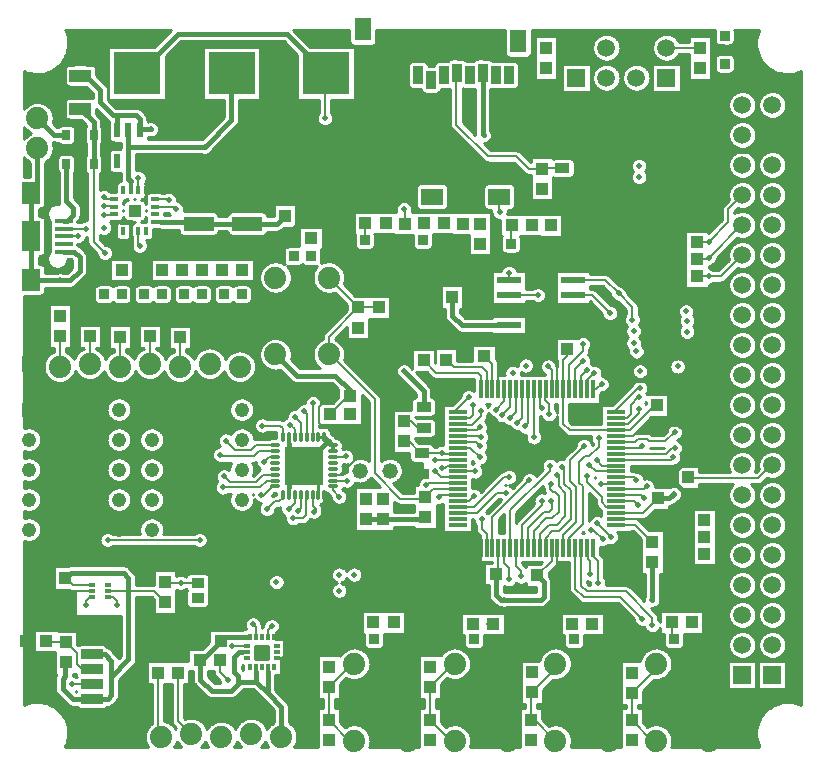
<source format=gbr>
%TF.GenerationSoftware,Novarm,DipTrace,3.2.0.1*%
%TF.CreationDate,2017-11-17T22:28:03-08:00*%
%FSLAX26Y26*%
%MOIN*%
%TF.FileFunction,Copper,L1,Top*%
%TF.Part,Single*%
%AMOUTLINE0*
4,1,4,
-0.049213,-0.023622,
0.049213,-0.023622,
0.049213,0.023622,
-0.049213,0.023622,
-0.049213,-0.023622,
0*%
%AMOUTLINE1*
4,1,4,
-0.012402,-0.016339,
0.012402,-0.016339,
0.012402,0.016339,
-0.012402,0.016339,
-0.012402,-0.016339,
0*%
%AMOUTLINE2*
4,1,4,
-0.035433,0.019685,
-0.035433,-0.019685,
0.035433,-0.019685,
0.035433,0.019685,
-0.035433,0.019685,
0*%
%AMOUTLINE3*
4,1,4,
-0.028543,0.007874,
-0.028543,-0.007874,
0.028543,-0.007874,
0.028543,0.007874,
-0.028543,0.007874,
0*%
%AMOUTLINE4*
4,1,4,
-0.029528,0.035433,
-0.029528,-0.035433,
0.029528,-0.035433,
0.029528,0.035433,
-0.029528,0.035433,
0*%
%AMOUTLINE5*
4,1,4,
-0.029528,0.049213,
-0.029528,-0.049213,
0.029528,-0.049213,
0.029528,0.049213,
-0.029528,0.049213,
0*%
%AMOUTLINE6*
4,1,4,
0.026163,0.026163,
0.026205,-0.026121,
-0.026121,-0.026205,
-0.026163,0.026163,
0.026163,0.026163,
0*%
%AMOUTLINE7*
4,1,4,
-0.023622,0.015748,
-0.023622,-0.015748,
0.023622,-0.015748,
0.023622,0.015748,
-0.023622,0.015748,
0*%
%AMOUTLINE8*
4,1,4,
0.023622,-0.015748,
0.023622,0.015748,
-0.023622,0.015748,
-0.023622,-0.015748,
0.023622,-0.015748,
0*%
%AMOUTLINE9*
4,1,4,
-0.015748,0.015748,
-0.015748,-0.015748,
0.015748,-0.015748,
0.015748,0.015748,
-0.015748,0.015748,
0*%
%AMOUTLINE10*
4,1,4,
0.015748,0.029528,
-0.015748,0.029528,
-0.015748,-0.029528,
0.015748,-0.029528,
0.015748,0.029528,
0*%
%AMOUTLINE11*
4,1,4,
0.035433,0.027559,
-0.035433,0.027559,
-0.035433,-0.027559,
0.035433,-0.027559,
0.035433,0.027559,
0*%
%AMOUTLINE12*
4,1,4,
0.027559,0.037402,
-0.027559,0.037402,
-0.027559,-0.037402,
0.027559,-0.037402,
0.027559,0.037402,
0*%
%AMOUTLINE13*
4,1,4,
0.00689,-0.01378,
0.00689,0.01378,
-0.00689,0.01378,
-0.00689,-0.01378,
0.00689,-0.01378,
0*%
%AMOUTLINE14*
4,1,4,
0.01378,0.00689,
-0.01378,0.00689,
-0.01378,-0.00689,
0.01378,-0.00689,
0.01378,0.00689,
0*%
%AMOUTLINE15*
4,1,4,
-0.00689,0.01378,
-0.00689,-0.01378,
0.00689,-0.01378,
0.00689,0.01378,
-0.00689,0.01378,
0*%
%AMOUTLINE16*
4,1,4,
-0.01378,-0.00689,
0.01378,-0.00689,
0.01378,0.00689,
-0.01378,0.00689,
-0.01378,-0.00689,
0*%
%AMOUTLINE17*
4,1,4,
0.019685,-0.019685,
0.019685,0.019685,
-0.019685,0.019685,
-0.019685,-0.019685,
0.019685,-0.019685,
0*%
%AMOUTLINE18*
4,1,4,
-0.010827,-0.023622,
0.010827,-0.023622,
0.010827,0.023622,
-0.010827,0.023622,
-0.010827,-0.023622,
0*%
%AMOUTLINE19*
4,1,4,
0.021654,0.015748,
-0.021654,0.015748,
-0.021654,-0.015748,
0.021654,-0.015748,
0.021654,0.015748,
0*%
%AMOUTLINE20*
4,1,4,
0.021654,0.019685,
-0.021654,0.019685,
-0.021654,-0.019685,
0.021654,-0.019685,
0.021654,0.019685,
0*%
%AMOUTLINE21*
4,1,4,
0.035433,-0.015748,
0.035433,0.015748,
-0.035433,0.015748,
-0.035433,-0.015748,
0.035433,-0.015748,
0*%
%AMOUTLINE22*
4,1,4,
-0.009843,0.005906,
-0.009843,-0.005906,
0.009843,-0.005906,
0.009843,0.005906,
-0.009843,0.005906,
0*%
%TA.AperFunction,Conductor*%
%ADD14C,0.015748*%
%ADD15C,0.01378*%
%ADD16C,0.011811*%
%ADD17C,0.01*%
%ADD18C,0.006*%
%ADD20R,0.15748X0.141732*%
%ADD21R,0.043307X0.03937*%
%ADD22R,0.03937X0.043307*%
%TA.AperFunction,ComponentPad*%
%ADD24R,0.047992X0.047992*%
%ADD25C,0.048*%
%ADD30C,0.074*%
%ADD33C,0.052*%
%ADD35R,0.062992X0.011811*%
%ADD36R,0.011811X0.062992*%
%ADD37R,0.07874X0.023622*%
%ADD39R,0.011811X0.019685*%
%ADD40R,0.019685X0.011811*%
%TA.AperFunction,ComponentPad*%
%ADD41R,0.05937X0.05937*%
%ADD42C,0.05937*%
%ADD44O,0.011811X0.033465*%
%ADD45O,0.033465X0.011811*%
%ADD46R,0.127953X0.127953*%
%TA.AperFunction,ComponentPad*%
%ADD47R,0.059055X0.059055*%
%ADD48C,0.059055*%
%TA.AperFunction,ViaPad*%
%ADD49C,0.02*%
%ADD100OUTLINE0*%
%ADD101OUTLINE1*%
%ADD102OUTLINE2*%
%ADD103OUTLINE3*%
%ADD104OUTLINE4*%
%ADD105OUTLINE5*%
%TA.AperFunction,ComponentPad*%
%ADD106OUTLINE6*%
%ADD107OUTLINE7*%
%ADD108OUTLINE8*%
%ADD109OUTLINE9*%
%ADD110OUTLINE10*%
%ADD111OUTLINE11*%
%ADD112OUTLINE12*%
%ADD113OUTLINE13*%
%ADD114OUTLINE14*%
%ADD115OUTLINE15*%
%ADD116OUTLINE16*%
%ADD117OUTLINE17*%
%ADD118OUTLINE18*%
%ADD119OUTLINE19*%
%ADD120OUTLINE20*%
%ADD121OUTLINE21*%
%ADD122OUTLINE22*%
%TA.AperFunction,CopperBalancing*%
%ADD123C,0.01*%
G75*
G01*
%LPD*%
X1319000Y2217696D2*
D14*
X1292180Y2190875D1*
X1195319D1*
X1193987Y2192207D1*
X1031470D1*
X886028Y2197076D2*
D15*
X907681D1*
D14*
X1026601D1*
X1031470Y2192207D1*
X797223Y2503375D2*
Y2448755D1*
Y2340777D1*
X805319Y2332681D1*
D15*
Y2303375D1*
X1478375Y1433986D2*
D16*
Y1453671D1*
X1465147Y1466899D1*
X1450816Y1481230D1*
X1465147Y1466899D2*
D14*
X1464045D1*
X1381919Y1384773D1*
X1332706Y1288316D2*
D16*
Y1312923D1*
D14*
Y1335560D1*
X1381919Y1384773D1*
X1431131Y1288316D2*
D17*
Y1335560D1*
X1381919Y1384773D1*
X1332706Y1481230D2*
D16*
Y1456623D1*
D14*
Y1433986D1*
X1381919Y1384773D1*
X1450816Y1481230D2*
D17*
X1431131D1*
X2011126Y1639521D2*
D18*
Y1722751D1*
X1983495Y1750382D1*
X2247346Y1639521D2*
Y1737972D1*
X2260740Y1751366D1*
Y1775367D1*
X2422543Y1503694D2*
X2469319D1*
X2551554Y1585929D1*
X2559625D1*
X2422543Y1228104D2*
X2514299D1*
X2562749Y1276554D1*
X2207976Y1111962D2*
Y1065920D1*
X2161253Y1019197D1*
X2030811Y1111962D2*
Y1032524D1*
X2023593Y1025306D1*
X676407Y986496D2*
X612182D1*
X587749Y1010929D1*
X797223Y2448755D2*
D14*
X1051764D1*
X1140797Y2537787D1*
Y2693257D1*
X1141539Y2694000D1*
X474217Y2150251D2*
Y2005172D1*
Y2150251D2*
Y2295329D1*
X581500Y2099070D2*
X617115D1*
X634600Y2081585D1*
Y2034715D1*
X603353Y2003469D1*
X568982D1*
X475920D1*
X474217Y2005172D1*
X494000Y2444000D2*
Y2315113D1*
X474217Y2295329D1*
X1581375Y2837756D2*
X1580853D1*
X1579285Y2839324D1*
X1978209Y2687772D2*
X1979285Y2695623D1*
X2096946Y2800260D2*
Y2800009D1*
X1115799Y1956598D2*
X1116097D1*
X982861Y1956501D2*
D3*
X569000Y1884625D2*
D3*
X1535929Y1615875D2*
D18*
X1528375D1*
X1469911Y1557411D1*
X1535929Y1615875D2*
D14*
Y1636458D1*
X1487635Y1684752D1*
X1359497D1*
X1287749Y1756500D1*
X1469911Y1557411D2*
D3*
X1781647Y1581614D2*
Y1634465D1*
X1715736Y1700375D1*
X1877465Y1948035D2*
Y1885486D1*
X1909466Y1853484D1*
X2065766D1*
X2065875Y1853375D1*
X1984458Y1750370D2*
X1983507D1*
X2023593Y1025306D2*
Y955064D1*
X2040702Y937955D1*
X2050076D1*
X2171938D1*
X2181312Y947329D1*
Y999138D1*
X2161253Y1019197D1*
X2475031Y470399D2*
X2475469Y470836D1*
X2140144D2*
D3*
X1465073D2*
D3*
X1802609D2*
D3*
X1036449Y737749D2*
X1042181D1*
X1104681Y800249D1*
X1193010Y763571D2*
D16*
X1175294D1*
D14*
X1166391D1*
X1150171Y747350D1*
Y697356D1*
X1162669Y684857D1*
Y665647D1*
Y656735D1*
X1140797Y634862D1*
X1075178D1*
X1037682Y672358D1*
Y736516D1*
X1036449Y737749D1*
X918945Y931706D2*
X919164D1*
X728375Y966811D2*
D18*
X797928D1*
X884059D1*
X920157Y930713D1*
X797928Y966811D2*
D14*
Y1012102D1*
X781459Y1028571D1*
X605391D1*
X587749Y1010929D1*
X589982Y729314D2*
X587730D1*
Y684857D1*
X578356Y675483D1*
Y641112D1*
X612727Y606740D1*
X675067D1*
X675280Y606528D1*
X728127D1*
X740839Y619239D1*
Y682304D1*
Y734852D1*
X718966Y756724D1*
X675476D1*
X675280Y756528D1*
X797928Y966811D2*
Y739394D1*
X740839Y682304D1*
X1162669Y665647D2*
X1222450D1*
X1261908Y626189D1*
X1306596Y581501D1*
Y481247D1*
X1202853Y812783D2*
D16*
X1189073D1*
D14*
X1117215D1*
X1104681Y800249D1*
X1222538Y714358D2*
D16*
X1222450Y696642D1*
D14*
Y665647D1*
X1261908Y714358D2*
D16*
Y696642D1*
D14*
Y626189D1*
X1381919Y1384773D2*
Y1385306D1*
X1590752Y1208227D2*
X1647003D1*
X1787749Y1214571D2*
X1786123D1*
X1778230Y1206677D1*
X1648552D1*
X1647003Y1208227D1*
X1590749Y1206677D2*
Y1208230D1*
X1590752Y1208227D1*
X2544226Y1064638D2*
X2543774Y937955D1*
X1979285Y2695623D2*
Y2489841D1*
X1981333Y2487793D1*
X2175063Y2309686D2*
Y2308892D1*
X2247346Y1639521D2*
D18*
Y1524978D1*
X2268630Y1503694D1*
X2422543D1*
X2562749Y1276554D2*
D14*
X2601152D1*
X2615642Y1291043D1*
X2260740Y1775367D2*
X2265678D1*
X1044877Y2193123D2*
X1032386D1*
X1031470Y2192207D1*
X1787604Y1222301D2*
Y1214717D1*
X1787749Y1214571D1*
X2717180Y1147125D2*
D18*
X2715875D1*
X2422543Y1287159D2*
X2507092D1*
X2515875Y1278375D1*
X2021954Y2690896D2*
Y2688387D1*
X2022592Y2687749D1*
X2065875Y1953375D2*
X2162564D1*
X2025079Y2687772D2*
X2022614D1*
X2692181Y2075251D2*
X2731500D1*
Y2078375D1*
X2326087Y1639521D2*
Y1670168D1*
X2350045Y1694126D1*
X2731500Y2078375D2*
X2844000Y2190875D1*
Y2187749D1*
X2422543Y1267474D2*
X2483026D1*
X2497125Y1253375D1*
X2719000Y1087749D2*
Y1089054D1*
X2717178Y1090875D1*
X2692417Y2016034D2*
X2731500D1*
X2375042Y1656630D2*
X2357933Y1639521D1*
X2345772D1*
X2477881Y1871630D2*
Y1913244D1*
X2431596Y1959529D1*
X2387749Y2003375D1*
X2278474D1*
X2731500Y2016034D2*
X2772285D1*
X2844000Y2087749D1*
X1850097Y2687772D2*
X1849386D1*
X581500Y2150251D2*
X628375D1*
X715875Y2250251D2*
X748207D1*
X750201Y2248257D1*
X581500Y2175841D2*
X656472D1*
X715875Y2222125D2*
X749659D1*
X750201Y2222667D1*
X1894984Y1326529D2*
X1795280D1*
X1790875Y1322125D1*
X1590752Y1275156D2*
Y1275374D1*
X849528Y1956501D2*
X850249D1*
X715875Y2281500D2*
Y2275249D1*
X750201D1*
Y2273848D1*
X830909Y2167549D2*
Y2122715D1*
X834625Y2119000D1*
X715875Y1956501D2*
X716196D1*
X886028Y2273848D2*
X929777D1*
X931500Y2272125D1*
X1562751Y1844000D2*
Y1845822D1*
X1650251Y1275249D2*
X1647096D1*
X1647003Y1275156D1*
X1894984Y1287159D2*
X1837159D1*
X1831500Y1281500D1*
X2189963Y2777475D2*
D3*
X2788001Y2818992D2*
X2784953D1*
X2784945Y2819000D1*
Y2725251D2*
D3*
X2700492Y2712731D2*
Y2712509D1*
X2702466Y2710535D1*
X1372076Y1481230D2*
Y1528465D1*
X1353274Y1547266D1*
X1352391Y1481230D2*
Y1507529D1*
X1337651Y1522269D1*
X1243911Y1519144D2*
X1303230D1*
X1313021Y1509353D1*
Y1481230D1*
X1285462Y1453671D2*
X1222420D1*
X1206500Y1437751D1*
X1153374D1*
X1122125Y1469000D1*
X1285462Y1433986D2*
X1233986D1*
X1215875Y1415875D1*
X1109625D1*
X1103375Y1422125D1*
X826579Y2694000D2*
D14*
X831499D1*
X962749Y2825251D1*
X1325249D1*
X1456500Y2694000D1*
X1894984Y1267474D2*
D18*
X1933100D1*
X1950251Y1284625D1*
X1453375Y2544000D2*
Y2690875D1*
X1456500Y2694000D1*
X1261908Y812783D2*
X1262751Y813626D1*
Y838058D1*
X1275157Y850465D1*
X1128375Y672125D2*
X1103378Y697122D1*
Y737749D1*
X1478375Y1414301D2*
X1520550D1*
X1522125Y1415875D1*
X1537751Y1556500D2*
X1536840Y1557411D1*
X1411446Y1481230D2*
X1412643D1*
Y1594136D1*
X1381396Y1566014D2*
X1382247D1*
X1391761Y1556500D1*
Y1481230D1*
X1406606Y2144173D2*
X1406500D1*
Y2084731D2*
Y2084501D1*
X908583Y1956501D2*
D3*
X912751Y2037751D2*
X910667D1*
X775251Y1956501D2*
D3*
Y2037749D2*
X775249Y2037751D1*
X1175249Y1956501D2*
D3*
Y2037749D2*
X1176552D1*
X1041916Y1956501D2*
D3*
Y2037751D2*
X1042180D1*
X1285462Y1414301D2*
X1267425D1*
X1250249Y1397125D1*
X1285462Y1355245D2*
X1245870D1*
X1222125Y1331500D1*
X1134625D1*
X1115875Y1350249D1*
X1285462Y1335560D2*
X1260560D1*
X1237751Y1312749D1*
X1112751D1*
X1240875Y1287751D2*
X1245563Y1283063D1*
X1278375Y1315875D1*
X1285462D1*
X1313021Y1288316D2*
Y1278646D1*
X1300251Y1265875D1*
X1284625D1*
X1259625Y1240875D1*
X1352391Y1288316D2*
Y1261766D1*
X1331500Y1240875D1*
X1372125Y1288268D2*
X1372076Y1288316D1*
Y1243953D1*
X1362749Y1234626D1*
X1347125Y1209625D2*
X1378375D1*
X1390875Y1222125D1*
Y1287430D1*
X1391761Y1288316D1*
X1412749Y1289619D2*
X1411446Y1288316D1*
Y1251554D1*
X1422125Y1240875D1*
Y1237749D1*
X1415875Y1231500D1*
X1034625Y1137749D2*
X728375D1*
X2608320Y862749D2*
Y814055D1*
X2615875Y806500D1*
X2616194D1*
X2277071Y856500D2*
D3*
X2281500Y806500D2*
X2282861D1*
X1945822Y856500D2*
D3*
X1950251Y806500D2*
X1949529D1*
X1614571Y862749D2*
D3*
X1615875Y806500D2*
X1616196D1*
X1783311Y2194000D2*
D3*
X1778375Y2137749D2*
X1778673D1*
X1587739Y2194000D2*
Y2140585D1*
X1585076Y2137923D1*
X2072627Y2125421D2*
Y2185129D1*
X2075427Y2187928D1*
X2286717Y1111962D2*
Y1076276D1*
X2287551Y1075441D1*
Y975451D1*
X2315673Y947329D1*
X2437535D1*
X2509403Y875462D1*
X2306402Y1111962D2*
Y984723D1*
X2325047Y966077D1*
X2456283D1*
X2543774Y878587D1*
Y853589D1*
X2422543Y1247789D2*
X2390175D1*
X2375249Y1262714D1*
Y1281501D1*
X2325047Y1331703D1*
Y1350615D1*
X1028375Y995181D2*
X971455D1*
X922618D1*
X920157Y997642D1*
X1894984Y1444639D2*
X1937110D1*
X1969000Y1412749D1*
X1894984Y1464324D2*
X1954925D1*
X1969000Y1450249D1*
X1991441Y1111962D2*
Y1159059D1*
X1975249Y1175251D1*
Y1206501D1*
X2011126Y1111962D2*
Y1214597D1*
X2134442Y1337913D1*
X2203185Y1384783D2*
Y1369160D1*
X2070181Y1236156D1*
Y1111962D1*
X2089866D2*
Y1051274D1*
X2106320Y1034820D1*
Y1016072D1*
X2109551Y1111962D2*
Y1188035D1*
X2175063Y1253547D1*
Y1269171D1*
X2129236Y1111962D2*
Y1176474D1*
X2184437Y1231675D1*
X2200060D1*
X2209434Y1241049D1*
Y1266046D1*
X2206310Y1269171D1*
X2148921Y1111962D2*
Y1168037D1*
X2190686Y1209802D1*
X2209434D1*
X2231307Y1231675D1*
Y1284794D1*
X2218808Y1297293D1*
X2212559D1*
X2203185Y1306667D1*
Y1322290D1*
X2206310Y1325415D1*
X2188291Y1111962D2*
Y1144913D1*
X2209434Y1166056D1*
X2231307D1*
X2271928Y1206677D1*
Y1303542D1*
X2250055Y1325415D1*
Y1375409D1*
X2243806Y1381659D1*
X1968835Y2125331D2*
X1969075D1*
X2247346Y1111962D2*
Y1153974D1*
X2290676Y1197303D1*
Y1312916D1*
X2268803Y1334789D1*
Y1403531D1*
X2315673Y1450402D1*
X2267031Y1111962D2*
Y1145537D1*
X2312549Y1191054D1*
Y1316041D1*
X2300050Y1328539D1*
Y1397282D1*
X2318798Y1416030D1*
X2334421D1*
X2365668Y1447277D1*
Y1478524D1*
X1894984Y1228104D2*
X1959354D1*
X2025251Y1294000D1*
X2056501D1*
X1894984Y1247789D2*
X1950915D1*
X2050251Y1347125D1*
X2065875D1*
X2422543Y1562749D2*
Y1569419D1*
X2497125Y1644000D1*
X2503375D1*
X2422543Y1543064D2*
X2458689D1*
X2472125Y1556500D1*
Y1587751D1*
X2497259Y1612885D1*
X2500029D1*
X2422543Y1523379D2*
X2464004D1*
X2500029Y1559404D1*
Y1575388D1*
X2422543Y1464324D2*
X2485829D1*
X2496755Y1475249D1*
X2525176D1*
X2534400Y1466025D1*
X2587900D1*
X2619000Y1497125D1*
X2422543Y1444639D2*
X2503640D1*
X2509403Y1450402D1*
X2422543Y1424954D2*
X2590579D1*
X2609625Y1444000D1*
X2619000D1*
X2422543Y1405269D2*
X2605269D1*
X2612749Y1412749D1*
X2422543Y1385584D2*
Y1384625D1*
Y1385584D2*
X2377366D1*
X2359419Y1403531D1*
X886028Y2248257D2*
Y2247125D1*
X953375D1*
Y2237751D1*
X956500Y2240875D1*
X1781500Y1737751D2*
Y1736411D1*
X1781654Y1736257D1*
X1971756Y1639521D2*
Y1684995D1*
X1962751Y1694000D1*
X1823911D1*
X1781654Y1736257D1*
X2422543Y1326529D2*
Y1325415D1*
X2371917D1*
X2702466Y2777465D2*
X2591786D1*
X2590875Y2778375D1*
X2944000Y1387749D2*
X2940874D1*
X2897125Y1344000D1*
X2664906D1*
X2662988Y1345917D1*
Y1337913D2*
Y1345917D1*
X2422543Y1346214D2*
X2482354D1*
X2490655Y1337913D1*
X2662512Y1344163D2*
Y1345441D1*
X2207976Y1639521D2*
Y1705024D1*
X2197125Y1715875D1*
X2717178Y1203375D2*
X2718933D1*
X2422543Y1306844D2*
X2516218D1*
X2525249Y1315875D1*
X2692180Y2131500D2*
X2731500D1*
X2325047Y1703500D2*
X2306402Y1684854D1*
Y1639521D1*
X2731500Y2131500D2*
X2797125Y2197125D1*
Y2240874D1*
X2844000Y2287749D1*
X1934463Y2687772D2*
X1935955D1*
X1935978Y2687749D1*
X2278474Y1953375D2*
X2344000D1*
X2403375Y1894000D1*
X962810Y695849D2*
Y535033D1*
X1006596Y491247D1*
X728375Y947126D2*
X737749D1*
X728375D2*
X747123D1*
X759625Y934625D1*
Y922125D1*
X962810Y697125D2*
Y695849D1*
X1222538Y812783D2*
Y846840D1*
X1212664Y856714D1*
X1478375Y1315875D2*
Y1303374D1*
X1500251Y1281499D1*
X2345772Y1111962D2*
Y1082839D1*
X2362543Y1066067D1*
Y994199D1*
X2034009Y2282238D2*
Y2232115D1*
X2034625Y2231500D1*
X1972125Y2194000D2*
X1970815D1*
X1969165Y2192350D1*
X1850251Y2194000D2*
X1850240D1*
X1912843D2*
Y2192280D1*
X1912741Y2192178D1*
X897175Y695849D2*
Y490668D1*
X906596Y481247D1*
X676407Y947126D2*
X669001D1*
X656500Y934625D1*
Y922125D1*
X887749Y694000D2*
X895325D1*
X897175Y695849D1*
X1144000Y784625D2*
X1191642D1*
X1193010Y783256D1*
X2337546Y1025446D2*
Y1066067D1*
X2328172Y1075441D1*
Y1114047D1*
X2326087Y1111962D1*
X1478375Y1335560D2*
X1525251D1*
X2050496Y1639521D2*
Y1600496D1*
X2022125Y1572125D1*
X1465875Y712749D2*
Y714193D1*
X1465073Y714995D1*
X2089866Y1639521D2*
Y1564866D1*
X2069000Y1544000D1*
X1800249Y715875D2*
X1801728D1*
X1802609Y714995D1*
X2129236Y1639521D2*
Y1526112D1*
X2119000Y1515875D1*
X2140875Y694000D2*
Y695146D1*
X2168606Y1639521D2*
Y1584970D1*
X2175063Y1578513D1*
X2340671Y1172306D2*
X2346920D1*
X2378167Y1141059D1*
X2475251Y694249D2*
X2475469Y694031D1*
X1465073Y648066D2*
Y537765D1*
X1533839Y469000D1*
X1550249D1*
X1465073Y648066D2*
X1542008Y725000D1*
X1550249D1*
X1885667D2*
X1879543D1*
X1802609Y648066D1*
Y537765D1*
X1871374Y469000D1*
X1885667D1*
X2221083Y725000D2*
Y708424D1*
X2141972Y629314D1*
X2140144Y627486D1*
Y537765D1*
X2221083Y469000D2*
X2152318Y537765D1*
X2140144D1*
X2475469Y627102D2*
Y537765D1*
X2544234Y469000D1*
X2556500D1*
X2475469Y627102D2*
X2556500Y708134D1*
Y725000D1*
X1894984Y1484009D2*
Y1484625D1*
X569000Y1817696D2*
Y1715249D1*
X1972125Y1481500D2*
X1974634Y1484009D1*
X1894984D1*
Y1543064D2*
X1908689D1*
X869000Y1815875D2*
Y1725249D1*
X1894984Y1543064D2*
X1936814D1*
X1947125Y1553375D1*
Y1587751D1*
X1894984Y1562749D2*
X1881500D1*
X1931500Y1612749D1*
X969000Y1812751D2*
Y1715249D1*
X769000Y1814571D2*
Y1715249D1*
X1894984Y1523379D2*
Y1522125D1*
X1943999D1*
X1972125Y1550251D1*
Y1569000D1*
X669000Y1815875D2*
Y1725249D1*
X1969000Y1512749D2*
X1959626Y1503375D1*
X1895303D1*
X1894984Y1503694D1*
X589982Y796243D2*
X527475D1*
X523436Y800282D1*
X675280Y706528D2*
X643971D1*
X625249Y725249D1*
Y760975D1*
X589982Y796243D1*
X1991441Y1639521D2*
Y1696560D1*
X1975251Y1712751D1*
X1881783D1*
X1856654Y1737881D1*
X830909Y2303375D2*
Y2344000D1*
X1856512Y1737739D2*
X1856654Y1737881D1*
X2187938Y2706480D2*
Y2708521D1*
X2189963Y2710546D1*
X2422543Y1365899D2*
X2356430D1*
X2337546Y1384783D1*
X2334421D1*
X2331297Y1387908D1*
X2312549Y1790991D2*
Y1769118D1*
X2265678Y1722248D1*
Y1640874D1*
X2267031Y1639521D1*
X2650249Y1203375D2*
D14*
X2650251Y1147125D1*
Y1090875D1*
X2650249D1*
X2562749Y1209625D2*
Y1206500D1*
X2647125D1*
X2650249Y1203375D1*
X1031470Y2322129D2*
X1193987D1*
X1281496D1*
X1319000Y2284625D1*
X1331500D1*
X1369000Y2247125D1*
Y2225320D1*
Y2197125D1*
X1340875Y2169000D1*
Y2145371D1*
X1339677Y2144173D1*
X769000Y1881500D2*
X806500Y1919000D1*
X869000D1*
X929680D1*
X969000Y1879680D1*
X806500Y1919000D2*
X810576Y1923076D1*
Y2004589D1*
X843738Y2037751D1*
X856500Y2303375D2*
X862749Y2309625D1*
Y2365875D1*
X834625Y2394000D1*
Y2401005D1*
X1031470Y2322129D2*
X875253D1*
D15*
X856500Y2303375D1*
X805319Y2167549D2*
Y2145895D1*
D14*
Y2076169D1*
X843738Y2037751D1*
X469000Y1725249D2*
Y1628375D1*
X465875D1*
Y1572125D1*
X875251D2*
Y1575161D1*
X822037Y1628375D1*
X469000D1*
X875251Y1572125D2*
X878375D1*
X1031567Y1418933D1*
Y1318835D1*
X1181402Y1169000D1*
X1172126D1*
X1175251Y1172125D1*
X465875Y1572125D2*
X615875Y1422125D1*
Y1322125D1*
X765875Y1172125D1*
X2065875Y1903375D2*
X2200249D1*
X2278474D1*
Y1853375D1*
X750201Y2197076D2*
D15*
X771854D1*
D14*
X805319D1*
D15*
Y2167549D1*
X2030811Y1639521D2*
D18*
Y1730769D1*
X2050424Y1750382D1*
X2227661Y1639521D2*
Y1741517D1*
X2193811Y1775367D1*
X2422543Y1484009D2*
X2480517D1*
X2515508Y1519000D1*
X2559625D1*
X2422543Y1208419D2*
X2561543D1*
X2562749Y1209625D1*
X2227661Y1111962D2*
Y1019718D1*
X2228182Y1019197D1*
X1971756Y1111962D2*
Y1040398D1*
X1956664Y1025306D1*
X676407Y966811D2*
X610560D1*
X587749Y944000D1*
X769000Y1881500D2*
D14*
X670304D1*
X669000Y1882804D1*
Y1912751D1*
X661507Y1920244D1*
X640875Y1940875D1*
X509625D1*
X472125Y1903375D1*
Y1728374D1*
X469000Y1725249D1*
X2844000Y2819000D2*
Y2774451D1*
Y2725251D1*
X2290875Y2778375D2*
Y2794210D1*
X2328172Y2831507D1*
X2437744D1*
X2490875Y2778375D1*
X2844000Y2774451D2*
X2766437D1*
X2746878Y2794010D1*
Y2812759D1*
X2728130Y2831507D1*
X2437744D1*
X2131682Y2125421D2*
X2200440D1*
X2206690Y2119171D1*
X2240770D1*
X2256304Y2134705D1*
Y2200010D1*
Y2294580D1*
X2244194Y2306690D1*
X1912741Y2125249D2*
Y2045029D1*
X1910135Y2047635D1*
X1877465Y2014965D1*
X1837902Y2137923D2*
Y2095853D1*
Y2054528D1*
X1877465Y2014965D1*
X1644131Y2137923D2*
X1656804Y2125249D1*
X1718991D1*
X1748387Y2095853D1*
X1837902D1*
X1912741Y2045029D2*
X1919930Y2037840D1*
X2003206D1*
X2040702Y2075336D1*
X2112570D1*
X2131318Y2094084D1*
Y2125056D1*
X2131682Y2125421D1*
X1644131Y2137923D2*
Y2113094D1*
X1618871Y2087835D1*
X1543879D1*
X1506383Y2125331D1*
Y2181575D1*
X1462638Y2225320D1*
X1369000D1*
X969000Y1879680D2*
X1170117D1*
X1225163Y1934726D1*
Y2112832D1*
X1259534Y2147203D1*
X1336647D1*
X1339677Y2144173D1*
X661507Y1920244D2*
Y1990937D1*
X708320Y2037751D1*
X869000Y1882804D2*
Y1919000D1*
X587749Y944000D2*
X531119D1*
X503159D1*
X456493Y897335D1*
Y800295D1*
X456507Y800282D1*
X531119Y944000D2*
Y1093823D1*
X609602Y1172306D1*
X765694D1*
X765875Y1172125D1*
X1175251D2*
Y1078598D1*
Y970009D1*
X1175226Y969984D1*
X897175Y762778D2*
X962810D1*
X1000281Y800249D1*
X1037752D1*
Y841160D1*
X1072054Y875462D1*
X1140797D1*
X1175226Y909891D1*
Y969984D1*
X1281593Y812783D2*
D18*
X1315778D1*
Y891085D1*
X1234537Y972327D1*
X1177568D1*
X1175226Y969984D1*
X1291436Y743886D2*
X1309189D1*
X1315778Y750475D1*
Y812783D1*
X1728249Y725000D2*
D14*
Y469000D1*
X1675251Y806500D2*
X1728249Y753501D1*
Y725000D1*
X2008584Y806500D2*
X2063667Y751417D1*
Y725000D1*
X2341916Y806500D2*
X2399083Y749333D1*
Y725000D1*
X2675249Y806500D2*
X2734500Y747249D1*
Y725000D1*
Y469000D1*
X2399083Y725000D2*
Y469000D1*
X2063667Y725000D2*
Y469000D1*
Y725000D2*
X2065699Y727033D1*
Y903584D1*
X2018828D1*
X1990694Y931718D1*
X1992257Y933281D1*
X1956336Y969202D1*
Y1024978D1*
X1956664Y1025306D1*
X2065699Y903584D2*
X2190686D1*
X2228182Y941080D1*
Y1019197D1*
X2399083Y725000D2*
Y885793D1*
X2381291Y903584D1*
X2265678D1*
X2228182Y941080D1*
X2650249Y1090875D2*
Y1003337D1*
X2734379Y919207D1*
Y725121D1*
X2734500Y725000D1*
X2650249Y1203375D2*
Y1297056D1*
X2621891Y1325415D1*
Y1371749D1*
X2662988Y1412846D1*
X2559625Y1519000D2*
X2574877D1*
X2581270Y1525394D1*
X2631265D1*
X2649997Y1506661D1*
X2662512Y1494147D1*
Y1413323D1*
X2662988Y1412846D1*
X1450816Y1288316D2*
D18*
Y1188606D1*
X1431391Y1169181D1*
X1172307D1*
X1175251Y1172125D1*
X1478375Y1355245D2*
X1476667Y1353537D1*
X1503259D1*
X1550129Y1400407D1*
Y1437903D1*
X1475136Y1512895D1*
X1450139D1*
X1434516Y1528518D1*
Y1581391D1*
X1469000Y1615875D1*
X1631500Y1845822D2*
D14*
X1638412D1*
X1665741Y1818492D1*
X1677619Y1806614D1*
X1778226D1*
X1781654Y1803186D1*
X1815726D1*
X1855030D1*
X1856654Y1804810D1*
X1877465Y2014965D2*
X1858469D1*
X1815726Y1972222D1*
Y1803186D1*
X1856654Y1804810D2*
X2023759D1*
X2050076Y1778492D1*
Y1750730D1*
X2050424Y1750382D1*
X2193811Y1775367D2*
X2075409D1*
X2050424Y1750382D1*
X2193811Y1775367D2*
Y1822238D1*
X2200249D1*
Y1903375D1*
X2649997Y1506661D2*
Y1587903D1*
X2565647Y1672253D1*
X2465657D1*
X2387541Y1750370D1*
Y1778492D1*
X2343795Y1822238D1*
X2200249D1*
X2256304Y2200010D2*
X2556740D1*
X2625251Y2131500D1*
X2625252Y2075251D1*
Y2016270D1*
X2625488Y2016034D1*
X2944000Y2487749D2*
X2953063D1*
X2996852Y2531538D1*
Y2615904D1*
X2971854Y2640902D1*
X2881239D1*
X2843743Y2678398D1*
Y2724993D1*
X2844000Y2725251D1*
X2625251Y2131500D2*
Y2300547D1*
X2759377Y2434673D1*
X2890924D1*
X2944000Y2487749D1*
X1775398Y1356591D2*
X1747054D1*
X1665741Y1437903D1*
Y1818492D1*
X1728249Y725000D2*
Y728617D1*
X1932913Y933281D1*
X1944387D1*
X1990694Y931718D1*
X1175251Y1078598D2*
X1799070D1*
X1944387Y933281D1*
X1469000Y1615875D2*
Y1634644D1*
X1453264Y1650381D1*
X953507D1*
X919001Y1615875D1*
X875251Y1572125D1*
X2244194Y2377556D2*
D18*
X2177546D1*
X2175437Y2375448D1*
X2131303D1*
X2090875Y2415875D1*
X1997125D1*
X1890875Y2522125D1*
Y2693828D1*
X1892671Y2695623D1*
X1715875Y1465871D2*
X1731513D1*
X1769928Y1427457D1*
X1775398D1*
X1776316Y1428375D1*
X1844000D1*
Y1378375D2*
X1853375D1*
X1860584Y1385584D1*
X1894984D1*
Y1424954D2*
X1847421D1*
X1844000Y1428375D1*
X681427Y2487751D2*
D14*
Y2390875D1*
X637751Y2575251D2*
Y2575249D1*
X681500Y2531500D1*
Y2487824D1*
X681427Y2487751D1*
Y2390875D2*
D18*
Y2131573D1*
X719000Y2094000D1*
X1109625Y2040875D2*
Y2037751D1*
X834625Y2503375D2*
D14*
Y2540875D1*
X822125Y2553375D1*
X759822D1*
Y2503375D1*
X637751Y2685487D2*
X655639D1*
X703375Y2637751D1*
Y2597125D1*
X747125Y2553375D1*
X759822D1*
X975251Y2037751D2*
D3*
X872125Y2506500D2*
X837749D1*
X834625Y2503375D1*
X590875Y2487751D2*
X550249D1*
X494000Y2544000D1*
X1894984Y1405269D2*
D18*
X1820894D1*
X1819000Y1403375D1*
X1787751Y1509625D2*
X1782770D1*
X1781647Y1510748D1*
X1761629D1*
X1739576Y1532801D1*
X1715875D1*
X1894984Y1346214D2*
X1838661D1*
X1819000Y1365875D1*
X581500Y2201430D2*
D14*
X592055D1*
X612749Y2222125D1*
Y2244001D1*
X590875Y2265875D1*
Y2390875D1*
X2142356Y2187928D2*
D18*
Y2187749D1*
X2215692D2*
X2208340D1*
X2206690Y2186100D1*
X2286717Y1639521D2*
Y1708915D1*
X2312549Y1734747D1*
X2065875Y2028097D2*
Y2003375D1*
X2287551Y1640356D2*
X2286717Y1639521D1*
X675280Y656528D2*
X609625D1*
X2065699Y1006698D2*
Y1044176D1*
X2050496Y1059379D1*
Y1111962D1*
X2422543Y1188734D2*
X2487059D1*
X2544226Y1131567D1*
X2070181Y1639521D2*
Y1579556D1*
X2044000Y1553375D1*
X1681500Y859625D2*
Y862749D1*
X2109551Y1639521D2*
Y1543927D1*
X2094000Y1528375D1*
X2000081Y856500D2*
X2012751D1*
X2344000D2*
X2343795Y856705D1*
X2148921Y1479668D2*
Y1639521D1*
X2188291D2*
X2185923D1*
X2675249Y862749D2*
D3*
X2406289Y1147308D2*
X2359419Y1194178D1*
X2200060Y1556640D2*
Y1591012D1*
X2187562Y1603510D1*
Y1638791D1*
X2188291Y1639521D1*
X1465749Y2012500D2*
Y2009752D1*
X1562751Y1912751D1*
X1631500D1*
X1465749Y1756500D2*
Y1815749D1*
X1562751Y1912751D1*
X1894984Y1306844D2*
X1813093D1*
X1787749Y1281500D1*
X1465749Y1756500D2*
X1468874Y1753375D1*
X1472125D1*
X1619000Y1606500D1*
Y1359657D1*
X1703238Y1275420D1*
X1781669D1*
X1787749Y1281500D1*
X1894984Y1365899D2*
X1953352D1*
X1347125Y2084822D2*
X1348196Y2083751D1*
X1718991Y2192178D2*
D3*
X1656500Y2194000D2*
X1654668D1*
X1718991Y2192178D2*
Y2237760D1*
X1715875Y2240875D1*
X1806500Y2675249D2*
Y2672445D1*
X1806056Y2672001D1*
X2168606Y1111962D2*
Y1156475D1*
X2200060Y1187929D1*
X2225058D1*
X2253180Y1216051D1*
Y1294168D1*
X2231307Y1316041D1*
Y1347287D1*
X2225058Y1353537D1*
D49*
X1141539Y2694000D3*
X1581375Y2837756D3*
X1978209Y2687772D3*
X2096946Y2800260D3*
X1115799Y1956598D3*
X982861Y1956501D3*
X569000Y1884625D3*
D3*
X568982Y2003469D3*
X1469911Y1557411D3*
X1715736Y1700375D3*
X1469911Y1557411D3*
X1984458Y1750370D3*
X1715736Y1700375D3*
X2065699Y1853484D3*
X2050076Y937955D3*
X2475031Y470399D3*
X2140144Y470836D3*
X1465073D3*
X1802609D3*
X1036449Y737749D3*
X918945Y931706D3*
X1381919Y1385306D3*
X1469911Y1557411D3*
X1590749Y1206677D3*
X1381919Y1385306D3*
X2543774Y937955D3*
X1981333Y2487793D3*
X2175063Y2309686D3*
X2615642Y1291043D3*
X2265678Y1775367D3*
X1051764Y2448755D3*
X1044877Y2193123D3*
X1787604Y1222301D3*
X2715875Y1147125D3*
X2515875Y1278375D3*
X2715875Y1147125D3*
X2162564Y1953375D3*
X2025079Y2687772D3*
X2731500Y2078375D3*
X2350045Y1694126D3*
X2497125Y1253375D3*
X2719000Y1087749D3*
X2731500Y2016034D3*
X2375042Y1656630D3*
X2477881Y1871630D3*
X1850097Y2687772D3*
X2431596Y1959529D3*
X628375Y2150251D3*
X715875Y2250251D3*
X656472Y2175841D3*
X715875Y2222125D3*
X1790875Y1322125D3*
X1590752Y1275374D3*
X850249Y1956501D3*
X715875Y2178375D3*
Y2281500D3*
X834625Y2119000D3*
X715875Y1956501D3*
X931500Y2272125D3*
X1562751Y1844000D3*
X1650251Y1275249D3*
X1831500Y1281500D3*
X2189963Y2777475D3*
X2788001Y2818992D3*
X2784945Y2725251D3*
X2700492Y2712731D3*
X1353274Y1547266D3*
X1337651Y1522269D3*
X1243911Y1519144D3*
X1122125Y1469000D3*
X1103375Y1422125D3*
X1950251Y1284625D3*
X1453375Y2544000D3*
X1275157Y850465D3*
X1128375Y672125D3*
X1522125Y1415875D3*
X1537751Y1556500D3*
X1412643Y1594136D3*
X1381396Y1566014D3*
X1406500Y2144173D3*
Y2084731D3*
X908583Y1956501D3*
X912751Y2037751D3*
X775251Y1956501D3*
Y2037749D3*
X1175249Y1956501D3*
Y2037749D3*
X1041916Y1956501D3*
Y2037751D3*
X1250249Y1397125D3*
X1115875Y1350249D3*
X1112751Y1312749D3*
X1240875Y1287751D3*
X1259625Y1240875D3*
X1331500D3*
X1362749Y1234626D3*
X1347125Y1209625D3*
X1415875Y1231500D3*
X1034625Y1137749D3*
X728375D3*
X2277071Y856500D3*
X2281500Y806500D3*
X1945822Y856500D3*
X1950251Y806500D3*
X1614571Y862749D3*
X1615875Y806500D3*
X1783311Y2194000D3*
X1778375Y2137749D3*
X2509403Y875462D3*
X2543774Y853589D3*
X2325047Y1350615D3*
X2503375Y1700249D3*
X2628375Y1715875D3*
X971455Y995181D3*
X1969000Y1412749D3*
Y1450249D3*
X2481500Y1834625D3*
X2656262Y1900354D3*
X1975249Y1206501D3*
X2134442Y1337913D3*
X2203185Y1384783D3*
X2106320Y1016072D3*
X2175063Y1269171D3*
X2206310D3*
Y1325415D3*
X2243806Y1381659D3*
X2121944Y1719123D3*
X1968835Y2125331D3*
X2315673Y1450402D3*
X2365668Y1478524D3*
X2056501Y1294000D3*
X2490875Y1765875D3*
X2659387Y1831612D3*
X2065875Y1347125D3*
X2481500Y1794000D3*
X2659387Y1869108D3*
X2503375Y1644000D3*
X2500029Y1612885D3*
Y1575388D3*
X2619000Y1497125D3*
X2509403Y1450402D3*
X2619000Y1444000D3*
X2612749Y1412749D3*
X2359419Y1403531D3*
X956500Y2240875D3*
X1781500Y1737751D3*
X2371917Y1325415D3*
X2490655Y1337913D3*
X2662512Y1344163D3*
X2197125Y1715875D3*
X2500249Y2384625D3*
X2718933Y1203375D3*
X2525249Y1315875D3*
X2718933Y1203375D3*
X2731500Y2131500D3*
X2403375Y1894000D3*
X2325047Y1703500D3*
X1934463Y2687772D3*
X2403375Y1894000D3*
X759625Y922125D3*
X962810Y697125D3*
X1212664Y856714D3*
D3*
X1500251Y1281499D3*
Y1022125D3*
Y969000D3*
X2362543Y994199D3*
X2034625Y2231500D3*
X1972125Y2194000D3*
X1850251D3*
X1912843D3*
X656500Y922125D3*
X887749Y694000D3*
X1144000Y784625D3*
X1290875Y997125D3*
X2337546Y1025446D3*
X1525251Y1335560D3*
X2022125Y1572125D3*
X1465875Y712749D3*
X2069000Y1544000D3*
X1800249Y715875D3*
X2119000Y1515875D3*
X2140875Y694000D3*
X2175063Y1578513D3*
X2340671Y1172306D3*
X2378167Y1141059D3*
X2475251Y694249D3*
X1972125Y1481500D3*
X1947125Y1587751D3*
X1931500Y1612749D3*
X1972125Y1569000D3*
X1969000Y1512749D3*
X830909Y2344000D3*
X1856512Y1737739D3*
X2187938Y2706480D3*
X2331297Y1387908D3*
X2500251Y2347125D3*
X2312549Y1790991D3*
X1844000Y1428375D3*
Y1378375D3*
X719000Y2094000D3*
X1109625Y2040875D3*
X975251Y2037751D3*
X872125Y2506500D3*
X1819000Y1403375D3*
X1787751Y1509625D3*
X1819000Y1365875D3*
Y1403375D3*
X2142356Y2187749D3*
X2215692D3*
X2312549Y1734747D3*
X2065875Y2028097D3*
X2142356Y2187749D3*
X609625Y656528D3*
X1550249Y1022125D3*
X2065699Y1006698D3*
X2044000Y1553375D3*
X1681500Y859625D3*
X2094000Y1528375D3*
X2000081Y856500D3*
X2343795Y856705D3*
X2148921Y1479668D3*
X2675249Y862749D3*
X2406289Y1147308D3*
X2359419Y1194178D3*
X2200060Y1556640D3*
X1953352Y1365899D3*
X1347125Y2084822D3*
X1718991Y2192178D3*
X1656500Y2194000D3*
X1715875Y2240875D3*
X1806500Y2675249D3*
X2225058Y1353537D3*
X2078198Y1694126D3*
X1718991Y2192178D3*
X592412Y2829131D2*
D123*
X929885D1*
X1358115D2*
X1533322D1*
X1625244D2*
X2051037D1*
X2142959D2*
X2750803D1*
X2819092D2*
X2895588D1*
X595420Y2819262D2*
X920021D1*
X1367979D2*
X1533322D1*
X1625244D2*
X2051037D1*
X2142959D2*
X2366525D1*
X2415225D2*
X2566525D1*
X2615225D2*
X2750803D1*
X2819092D2*
X2892580D1*
X597412Y2809394D2*
X910158D1*
X1377842D2*
X1533322D1*
X1625244D2*
X2051037D1*
X2142959D2*
X2151877D1*
X2228057D2*
X2354455D1*
X2427295D2*
X2554455D1*
X2627295D2*
X2664377D1*
X2740557D2*
X2750803D1*
X2819092D2*
X2890588D1*
X598408Y2799525D2*
X900275D1*
X973760D2*
X1314240D1*
X1387725D2*
X1533498D1*
X1625068D2*
X2051037D1*
X2142959D2*
X2151877D1*
X2228057D2*
X2347814D1*
X2433936D2*
X2547814D1*
X2633936D2*
X2664377D1*
X2740557D2*
X2751193D1*
X2818682D2*
X2889592D1*
X598467Y2789656D2*
X890412D1*
X963896D2*
X1324104D1*
X1397588D2*
X1538381D1*
X1620186D2*
X2051037D1*
X2142959D2*
X2151877D1*
X2228057D2*
X2344162D1*
X2437588D2*
X2544162D1*
X2740557D2*
X2757346D1*
X2812549D2*
X2889533D1*
X597568Y2779787D2*
X729436D1*
X954033D2*
X1044396D1*
X1238682D2*
X1333967D1*
X1553643D2*
X2051037D1*
X2142959D2*
X2151877D1*
X2228057D2*
X2342814D1*
X2438936D2*
X2542814D1*
X2740557D2*
X2890432D1*
X595713Y2769919D2*
X729436D1*
X944170D2*
X1044396D1*
X1238682D2*
X1343830D1*
X1553643D2*
X2051037D1*
X2142959D2*
X2151877D1*
X2228057D2*
X2343557D1*
X2438193D2*
X2543557D1*
X2740557D2*
X2892287D1*
X592842Y2760050D2*
X729436D1*
X934287D2*
X1044396D1*
X1238682D2*
X1353713D1*
X1553643D2*
X2051232D1*
X2142783D2*
X2151877D1*
X2228057D2*
X2346506D1*
X2435244D2*
X2546506D1*
X2740557D2*
X2895158D1*
X588838Y2750181D2*
X729436D1*
X924424D2*
X1044396D1*
X1238682D2*
X1359357D1*
X1553643D2*
X2056213D1*
X2137803D2*
X2151877D1*
X2228057D2*
X2352170D1*
X2429580D2*
X2552170D1*
X2629580D2*
X2664377D1*
X2740557D2*
X2753420D1*
X2816475D2*
X2899162D1*
X583545Y2740312D2*
X729436D1*
X923721D2*
X1044396D1*
X1238682D2*
X1359357D1*
X1553643D2*
X1867385D1*
X1917959D2*
X1954006D1*
X2004580D2*
X2151877D1*
X2228057D2*
X2362150D1*
X2419600D2*
X2562150D1*
X2619600D2*
X2664377D1*
X2740557D2*
X2750803D1*
X2819092D2*
X2904455D1*
X576768Y2730444D2*
X729436D1*
X923721D2*
X1044396D1*
X1238682D2*
X1359357D1*
X1553643D2*
X1734631D1*
X1790869D2*
X1821232D1*
X2094014D2*
X2151877D1*
X2228057D2*
X2664377D1*
X2740557D2*
X2750803D1*
X2819092D2*
X2911232D1*
X568018Y2720575D2*
X593225D1*
X682275D2*
X729436D1*
X923721D2*
X1044396D1*
X1238682D2*
X1359357D1*
X1553643D2*
X1728908D1*
X1796572D2*
X1815529D1*
X2099736D2*
X2151877D1*
X2228057D2*
X2242795D1*
X2338955D2*
X2368986D1*
X2412764D2*
X2468986D1*
X2512764D2*
X2542795D1*
X2638955D2*
X2664377D1*
X2740557D2*
X2750803D1*
X2819092D2*
X2919982D1*
X556533Y2710706D2*
X584826D1*
X690674D2*
X729436D1*
X923721D2*
X1044396D1*
X1238682D2*
X1359357D1*
X1553643D2*
X1728596D1*
X2100049D2*
X2151877D1*
X2228057D2*
X2242795D1*
X2338955D2*
X2355646D1*
X2426104D2*
X2455646D1*
X2526104D2*
X2542795D1*
X2638955D2*
X2664377D1*
X2740557D2*
X2750803D1*
X2819092D2*
X2931467D1*
X540225Y2700837D2*
X583908D1*
X691592D2*
X729436D1*
X923721D2*
X1044396D1*
X1238682D2*
X1359357D1*
X1553643D2*
X1728596D1*
X2100049D2*
X2151877D1*
X2228057D2*
X2242795D1*
X2338955D2*
X2348498D1*
X2433252D2*
X2448498D1*
X2533252D2*
X2542795D1*
X2638955D2*
X2664377D1*
X2740557D2*
X2753107D1*
X2816787D2*
X2947775D1*
X450010Y2690969D2*
X482580D1*
X505420D2*
X583908D1*
X691592D2*
X729436D1*
X923721D2*
X1044396D1*
X1238682D2*
X1359357D1*
X1553643D2*
X1728596D1*
X2100049D2*
X2151877D1*
X2228057D2*
X2242795D1*
X2338955D2*
X2344514D1*
X2437236D2*
X2444514D1*
X2537236D2*
X2542803D1*
X2638955D2*
X2664377D1*
X2740557D2*
X2982580D1*
X3005420D2*
X3037990D1*
X450010Y2681100D2*
X583908D1*
X696768D2*
X729436D1*
X923721D2*
X1044396D1*
X1238682D2*
X1359357D1*
X1553643D2*
X1728596D1*
X2100049D2*
X2151877D1*
X2228057D2*
X2242795D1*
X2338955D2*
X2342870D1*
X2438877D2*
X2442868D1*
X2538877D2*
X2542797D1*
X2638955D2*
X2664377D1*
X2740557D2*
X3037990D1*
X450010Y2671231D2*
X583908D1*
X706631D2*
X729436D1*
X923721D2*
X1044396D1*
X1238682D2*
X1359357D1*
X1553643D2*
X1728596D1*
X2100049D2*
X2242795D1*
X2338955D2*
X2343342D1*
X2438408D2*
X2443342D1*
X2538408D2*
X2542781D1*
X2638955D2*
X3037990D1*
X450010Y2661362D2*
X584494D1*
X716514D2*
X729436D1*
X923721D2*
X1044396D1*
X1238682D2*
X1359357D1*
X1553643D2*
X1728596D1*
X2100049D2*
X2242795D1*
X2338955D2*
X2345979D1*
X2435771D2*
X2445979D1*
X2535771D2*
X2542802D1*
X2638955D2*
X3037990D1*
X450010Y2651493D2*
X591408D1*
X725596D2*
X729455D1*
X923721D2*
X1044396D1*
X1238682D2*
X1359357D1*
X1553643D2*
X1729963D1*
X2098701D2*
X2242795D1*
X2338955D2*
X2351213D1*
X2430537D2*
X2451213D1*
X2530537D2*
X2542795D1*
X2638955D2*
X3037990D1*
X450010Y2641625D2*
X662756D1*
X923721D2*
X1044396D1*
X1238682D2*
X1359357D1*
X1553643D2*
X1740783D1*
X2087881D2*
X2242795D1*
X2338955D2*
X2360432D1*
X2421318D2*
X2460432D1*
X2521318D2*
X2542795D1*
X2638955D2*
X3037990D1*
X450010Y2631756D2*
X672619D1*
X923721D2*
X1044396D1*
X1238682D2*
X1359357D1*
X1553643D2*
X1775607D1*
X1836514D2*
X1869475D1*
X1912275D2*
X1953010D1*
X2005557D2*
X2242795D1*
X2338955D2*
X2383264D1*
X2398486D2*
X2483264D1*
X2498486D2*
X2542795D1*
X2638955D2*
X2826701D1*
X2861299D2*
X2926701D1*
X2961299D2*
X3037990D1*
X450010Y2621887D2*
X677092D1*
X923721D2*
X1044396D1*
X1238682D2*
X1359357D1*
X1553643D2*
X1869475D1*
X1912275D2*
X1953010D1*
X2005557D2*
X2810803D1*
X2877197D2*
X2910803D1*
X2977197D2*
X3037990D1*
X450010Y2612018D2*
X598010D1*
X923721D2*
X1044396D1*
X1238682D2*
X1359357D1*
X1553643D2*
X1869475D1*
X1912275D2*
X1953010D1*
X2005557D2*
X2802834D1*
X2885166D2*
X2902834D1*
X2985166D2*
X3037990D1*
X450010Y2602150D2*
X585490D1*
X735088D2*
X1114514D1*
X1167080D2*
X1431975D1*
X1474775D2*
X1869475D1*
X1912275D2*
X1953010D1*
X2005557D2*
X2798342D1*
X2889658D2*
X2898342D1*
X2989658D2*
X3037990D1*
X450010Y2592281D2*
X467932D1*
X520068D2*
X583908D1*
X744971D2*
X1114514D1*
X1167080D2*
X1431975D1*
X1474775D2*
X1869475D1*
X1912275D2*
X1953010D1*
X2005557D2*
X2796291D1*
X2891709D2*
X2896300D1*
X2991709D2*
X3037990D1*
X450010Y2582412D2*
X454468D1*
X533525D2*
X583908D1*
X754834D2*
X1114514D1*
X1167080D2*
X1431975D1*
X1474775D2*
X1869475D1*
X1912275D2*
X1953010D1*
X2005557D2*
X2796369D1*
X2891631D2*
X2896382D1*
X2991631D2*
X3037990D1*
X541318Y2572543D2*
X583908D1*
X839600D2*
X1114514D1*
X1167080D2*
X1431975D1*
X1474775D2*
X1869475D1*
X1912275D2*
X1953010D1*
X2005557D2*
X2798596D1*
X2889404D2*
X2898596D1*
X2989404D2*
X3037990D1*
X546104Y2562675D2*
X583908D1*
X691592D2*
X701076D1*
X849561D2*
X1114514D1*
X1167080D2*
X1431975D1*
X1474775D2*
X1869475D1*
X1912275D2*
X1953010D1*
X2005557D2*
X2803342D1*
X2884658D2*
X2903342D1*
X2984658D2*
X3037990D1*
X548682Y2552806D2*
X584143D1*
X696943D2*
X710959D1*
X857900D2*
X1114514D1*
X1167080D2*
X1426428D1*
X1480322D2*
X1869475D1*
X1912275D2*
X1953010D1*
X2005557D2*
X2811682D1*
X2876318D2*
X2911682D1*
X2976318D2*
X3037990D1*
X549385Y2542937D2*
X589338D1*
X705029D2*
X720822D1*
X860811D2*
X1109201D1*
X1167080D2*
X1425002D1*
X1481748D2*
X1869475D1*
X1912275D2*
X1953010D1*
X2005557D2*
X2829064D1*
X2858936D2*
X2929064D1*
X2958936D2*
X3037990D1*
X548291Y2533068D2*
X643186D1*
X707725D2*
X731076D1*
X879834D2*
X1099338D1*
X1166631D2*
X1427248D1*
X1479502D2*
X1869475D1*
X1912275D2*
X1953010D1*
X2005557D2*
X2830822D1*
X2857178D2*
X3037990D1*
X551553Y2523199D2*
X653049D1*
X707783D2*
X730588D1*
X894854D2*
X1089475D1*
X1162432D2*
X1434533D1*
X1472217D2*
X1869475D1*
X1919658D2*
X1953010D1*
X2005557D2*
X2812248D1*
X2875752D2*
X3037990D1*
X619014Y2513331D2*
X653283D1*
X709580D2*
X730588D1*
X899658D2*
X1079592D1*
X1153076D2*
X1871467D1*
X1929521D2*
X1953010D1*
X2005557D2*
X2803654D1*
X2884346D2*
X3037990D1*
X450010Y2503462D2*
X456732D1*
X621670D2*
X650627D1*
X712236D2*
X730588D1*
X900361D2*
X1069729D1*
X1143213D2*
X1879689D1*
X1939385D2*
X1953010D1*
X2005557D2*
X2798771D1*
X2889229D2*
X3037990D1*
X450010Y2493593D2*
X470646D1*
X621670D2*
X650627D1*
X712236D2*
X730588D1*
X897295D2*
X1059865D1*
X1133350D2*
X1889553D1*
X1949248D2*
X1953010D1*
X2009111D2*
X2796447D1*
X2891553D2*
X3037990D1*
X450010Y2483724D2*
X455834D1*
X621670D2*
X650627D1*
X712236D2*
X730588D1*
X888350D2*
X1049982D1*
X1123467D2*
X1899416D1*
X2009424D2*
X2796252D1*
X2891748D2*
X3037990D1*
X621670Y2473856D2*
X650627D1*
X712236D2*
X731623D1*
X1113604D2*
X1909299D1*
X2005928D2*
X2798186D1*
X2889814D2*
X3037990D1*
X620010Y2463987D2*
X652287D1*
X710557D2*
X740627D1*
X1103740D2*
X1919162D1*
X1995908D2*
X2802541D1*
X2885459D2*
X3037990D1*
X548447Y2454118D2*
X575549D1*
X606201D2*
X655158D1*
X707705D2*
X770939D1*
X1093877D2*
X1929025D1*
X1988740D2*
X2810275D1*
X2877725D2*
X3037990D1*
X549404Y2444249D2*
X655158D1*
X707705D2*
X770939D1*
X1083994D2*
X1938908D1*
X1998604D2*
X2825393D1*
X2862607D2*
X3037990D1*
X548545Y2434381D2*
X655158D1*
X707705D2*
X733576D1*
X1076084D2*
X1948771D1*
X2100459D2*
X2837736D1*
X2850264D2*
X2937736D1*
X2950264D2*
X3037990D1*
X545791Y2424512D2*
X575588D1*
X606162D2*
X655158D1*
X707705D2*
X730588D1*
X1065537D2*
X1958635D1*
X2112080D2*
X2813830D1*
X2874170D2*
X2913830D1*
X2974170D2*
X3037990D1*
X540791Y2414643D2*
X561740D1*
X620010D2*
X652287D1*
X710557D2*
X730588D1*
X823506D2*
X1968498D1*
X2121963D2*
X2804553D1*
X2883447D2*
X2904553D1*
X2983447D2*
X3037990D1*
X450010Y2404774D2*
X455327D1*
X532686D2*
X560080D1*
X621670D2*
X650627D1*
X712236D2*
X730588D1*
X823506D2*
X1978381D1*
X2131826D2*
X2137345D1*
X2281904D2*
X2480686D1*
X2519814D2*
X2799279D1*
X2888721D2*
X2899279D1*
X2988721D2*
X3037990D1*
X450010Y2394906D2*
X467717D1*
X520283D2*
X560080D1*
X621670D2*
X650627D1*
X712236D2*
X730588D1*
X823506D2*
X2081994D1*
X2286143D2*
X2473850D1*
X2526650D2*
X2796623D1*
X2891377D2*
X2896636D1*
X2991377D2*
X3037990D1*
X450010Y2385037D2*
X467717D1*
X520283D2*
X560080D1*
X621670D2*
X650627D1*
X712236D2*
X730588D1*
X823506D2*
X2091857D1*
X2286221D2*
X2471857D1*
X2528643D2*
X2796154D1*
X2891846D2*
X2896137D1*
X2991846D2*
X3037990D1*
X450010Y2375168D2*
X467717D1*
X520283D2*
X560080D1*
X621670D2*
X650627D1*
X712236D2*
X730744D1*
X823506D2*
X2101740D1*
X2286221D2*
X2473537D1*
X2526963D2*
X2797795D1*
X2890205D2*
X2897790D1*
X2990205D2*
X3037990D1*
X450010Y2365299D2*
X467717D1*
X520283D2*
X562736D1*
X619014D2*
X653283D1*
X709580D2*
X735471D1*
X849150D2*
X2111604D1*
X2286221D2*
X2478752D1*
X2521748D2*
X2801799D1*
X2886201D2*
X2901799D1*
X2986201D2*
X3037990D1*
X450010Y2355430D2*
X467717D1*
X520283D2*
X564592D1*
X617158D2*
X660021D1*
X702822D2*
X770939D1*
X856807D2*
X2126369D1*
X2285010D2*
X2473146D1*
X2527354D2*
X2808967D1*
X2879033D2*
X2908967D1*
X2979033D2*
X3037990D1*
X520283Y2345562D2*
X564592D1*
X617158D2*
X660021D1*
X702822D2*
X770939D1*
X859268D2*
X2137346D1*
X2275049D2*
X2471896D1*
X2528604D2*
X2822443D1*
X2865557D2*
X2922443D1*
X2965557D2*
X3037990D1*
X521436Y2335693D2*
X564592D1*
X617158D2*
X660021D1*
X702822D2*
X771467D1*
X858018D2*
X2137346D1*
X2213525D2*
X2474357D1*
X2526143D2*
X3037990D1*
X522139Y2325824D2*
X564592D1*
X617158D2*
X660021D1*
X702822D2*
X756760D1*
X853877D2*
X1766389D1*
X1852803D2*
X1990803D1*
X2077217D2*
X2137346D1*
X2213525D2*
X2482014D1*
X2518486D2*
X2815568D1*
X2872432D2*
X2915568D1*
X2972432D2*
X3037990D1*
X522139Y2315955D2*
X564592D1*
X617158D2*
X660021D1*
X702822D2*
X754436D1*
X856201D2*
X1756896D1*
X1862314D2*
X1981311D1*
X2086709D2*
X2137346D1*
X2213525D2*
X2805490D1*
X2882510D2*
X2905490D1*
X2982510D2*
X3037990D1*
X522139Y2306087D2*
X564592D1*
X617158D2*
X660021D1*
X728975D2*
X754436D1*
X856201D2*
X1755764D1*
X1863428D2*
X1980178D1*
X2087842D2*
X2137346D1*
X2213525D2*
X2799807D1*
X2888193D2*
X2899807D1*
X2988193D2*
X3037990D1*
X522139Y2296218D2*
X564592D1*
X617158D2*
X660021D1*
X856201D2*
X863303D1*
X908760D2*
X917443D1*
X945557D2*
X1755764D1*
X1863428D2*
X1980178D1*
X2087842D2*
X2137346D1*
X2213525D2*
X2796838D1*
X2891162D2*
X2896843D1*
X2991162D2*
X3037990D1*
X522139Y2286349D2*
X564592D1*
X617158D2*
X660021D1*
X955928D2*
X1755764D1*
X1863428D2*
X1980178D1*
X2087842D2*
X2137346D1*
X2213525D2*
X2796096D1*
X2891904D2*
X2896087D1*
X2991904D2*
X3037990D1*
X522139Y2276480D2*
X564592D1*
X617158D2*
X660021D1*
X850225D2*
X853857D1*
X959561D2*
X1755764D1*
X1863428D2*
X1980178D1*
X2087842D2*
X2137346D1*
X2213525D2*
X2797443D1*
X2890557D2*
X2897428D1*
X2990557D2*
X3037990D1*
X522139Y2266612D2*
X564592D1*
X626885D2*
X660021D1*
X966904D2*
X1705471D1*
X1726279D2*
X1755764D1*
X1863428D2*
X1980178D1*
X2087842D2*
X2793010D1*
X2886904D2*
X2901096D1*
X2986904D2*
X3037990D1*
X521865Y2256743D2*
X547150D1*
X635576D2*
X660021D1*
X979834D2*
X1280920D1*
X1357080D2*
X1692541D1*
X1739209D2*
X1755764D1*
X1863428D2*
X1980178D1*
X2087842D2*
X2783146D1*
X2880225D2*
X2907775D1*
X2980225D2*
X3037990D1*
X516279Y2246874D2*
X533576D1*
X638857D2*
X660021D1*
X984229D2*
X1280920D1*
X1357080D2*
X1688146D1*
X1743604D2*
X1757619D1*
X1861592D2*
X1982033D1*
X2085986D2*
X2776623D1*
X2868057D2*
X2919943D1*
X2968057D2*
X3037990D1*
X500498Y2237005D2*
X527854D1*
X639014D2*
X660021D1*
X984619D2*
X1280920D1*
X1357080D2*
X1687756D1*
X1743994D2*
X2006779D1*
X2062471D2*
X2775725D1*
X2823115D2*
X3037990D1*
X500498Y2227136D2*
X525764D1*
X639014D2*
X660021D1*
X1094912D2*
X1130549D1*
X1257432D2*
X1280920D1*
X1357080D2*
X1547678D1*
X2062666D2*
X2775725D1*
X2870518D2*
X2917482D1*
X2970518D2*
X3037990D1*
X500498Y2217268D2*
X526604D1*
X638545D2*
X660021D1*
X1261533D2*
X1280920D1*
X1357080D2*
X1547678D1*
X2244775D2*
X2775725D1*
X2881475D2*
X2906525D1*
X2981475D2*
X3037990D1*
X520225Y2207399D2*
X530627D1*
X634287D2*
X660021D1*
X1357080D2*
X1547678D1*
X2007256D2*
X2020588D1*
X2244775D2*
X2775725D1*
X2887607D2*
X2900393D1*
X2987607D2*
X3037990D1*
X522139Y2197530D2*
X534553D1*
X628447D2*
X638732D1*
X736475D2*
X765490D1*
X793955D2*
X816682D1*
X1357080D2*
X1547678D1*
X2007256D2*
X2035373D1*
X2244775D2*
X2767678D1*
X2890889D2*
X2897092D1*
X2990889D2*
X3037990D1*
X522139Y2187661D2*
X535002D1*
X742646D2*
X755627D1*
X1357080D2*
X1547678D1*
X2007256D2*
X2035373D1*
X2244775D2*
X2757814D1*
X2891924D2*
X2896060D1*
X2991924D2*
X3037990D1*
X522139Y2177793D2*
X534553D1*
X744268D2*
X754436D1*
X1315850D2*
X1366545D1*
X1446650D2*
X1547678D1*
X2007256D2*
X2035373D1*
X2244775D2*
X2747951D1*
X2890850D2*
X2897124D1*
X2990850D2*
X3037990D1*
X522139Y2167924D2*
X534553D1*
X742197D2*
X754436D1*
X881787D2*
X963869D1*
X1303760D2*
X1366545D1*
X1446650D2*
X1547678D1*
X2007256D2*
X2035373D1*
X2244775D2*
X2652131D1*
X2732236D2*
X2738068D1*
X2887529D2*
X2900471D1*
X2987529D2*
X3037990D1*
X522139Y2158055D2*
X534553D1*
X735264D2*
X754436D1*
X881787D2*
X967404D1*
X1095537D2*
X1129924D1*
X1258057D2*
X1366545D1*
X1446650D2*
X1547678D1*
X2007256D2*
X2035373D1*
X2244775D2*
X2652131D1*
X2881338D2*
X2906662D1*
X2981338D2*
X3037990D1*
X522139Y2148186D2*
X534553D1*
X656689D2*
X660030D1*
X702822D2*
X755354D1*
X880869D2*
X1366545D1*
X1446650D2*
X1550920D1*
X1619229D2*
X1744689D1*
X1812998D2*
X1931076D1*
X2007256D2*
X2039963D1*
X2105303D2*
X2168596D1*
X2244775D2*
X2652131D1*
X2870244D2*
X2917756D1*
X2970244D2*
X3037990D1*
X522139Y2138318D2*
X535041D1*
X654033D2*
X660021D1*
X704541D2*
X763830D1*
X795615D2*
X809514D1*
X872393D2*
X1366545D1*
X1446650D2*
X1550920D1*
X1619229D2*
X1744689D1*
X1812998D2*
X1931076D1*
X2007256D2*
X2038479D1*
X2106768D2*
X2652131D1*
X2821299D2*
X3037990D1*
X522139Y2128449D2*
X534553D1*
X645967D2*
X660275D1*
X714404D2*
X807912D1*
X861338D2*
X1366545D1*
X1446650D2*
X1550920D1*
X1619229D2*
X1744689D1*
X1812998D2*
X1931076D1*
X2007256D2*
X2038479D1*
X2106768D2*
X2652131D1*
X2811416D2*
X2819631D1*
X2868369D2*
X2919631D1*
X2968369D2*
X3037990D1*
X522139Y2118580D2*
X534553D1*
X634189D2*
X664709D1*
X732100D2*
X806232D1*
X863018D2*
X1366545D1*
X1446650D2*
X1551311D1*
X1618857D2*
X1745080D1*
X1812627D2*
X1931076D1*
X2007256D2*
X2038479D1*
X2106768D2*
X2652131D1*
X2801553D2*
X2807621D1*
X2880381D2*
X2907619D1*
X2980381D2*
X3037990D1*
X522139Y2108711D2*
X534650D1*
X644209D2*
X674436D1*
X743115D2*
X808225D1*
X861025D2*
X1316682D1*
X1446650D2*
X1557307D1*
X1612842D2*
X1751076D1*
X1806611D2*
X1931076D1*
X2007256D2*
X2038498D1*
X2106748D2*
X2652131D1*
X2791689D2*
X2801018D1*
X2886982D2*
X2901018D1*
X2986982D2*
X3037990D1*
X522002Y2098843D2*
X534553D1*
X654072D2*
X684299D1*
X746963D2*
X815061D1*
X854189D2*
X1314045D1*
X1441396D2*
X1931076D1*
X2007256D2*
X2042268D1*
X2102998D2*
X2652131D1*
X2781826D2*
X2797404D1*
X2890596D2*
X2897394D1*
X2990596D2*
X3037990D1*
X517275Y2088974D2*
X528498D1*
X659775D2*
X691057D1*
X746943D2*
X1314045D1*
X1441396D2*
X1931076D1*
X2007256D2*
X2652131D1*
X2771943D2*
X2796096D1*
X2891904D2*
X2896087D1*
X2991904D2*
X3037990D1*
X500498Y2079105D2*
X525900D1*
X660869D2*
X695002D1*
X742998D2*
X1314045D1*
X1441396D2*
X2652131D1*
X2762080D2*
X2796877D1*
X2891123D2*
X2896873D1*
X2991123D2*
X3037990D1*
X500498Y2069236D2*
X526271D1*
X595400D2*
X608322D1*
X660869D2*
X706271D1*
X731729D2*
X735205D1*
X815303D2*
X870607D1*
X1216611D2*
X1314045D1*
X1441396D2*
X2652131D1*
X2758330D2*
X2795646D1*
X2888115D2*
X2899885D1*
X2988115D2*
X3037990D1*
X500498Y2059367D2*
X529729D1*
X591943D2*
X608322D1*
X660869D2*
X735197D1*
X815303D2*
X870607D1*
X1216611D2*
X1259123D1*
X1494365D2*
X2652131D1*
X2752236D2*
X2785764D1*
X2882373D2*
X2905627D1*
X2982373D2*
X3037990D1*
X519697Y2049499D2*
X537658D1*
X584014D2*
X608322D1*
X660869D2*
X735197D1*
X815303D2*
X870607D1*
X1216611D2*
X1246877D1*
X1328623D2*
X1424865D1*
X1506631D2*
X2047775D1*
X2083994D2*
X2652131D1*
X2732471D2*
X2775900D1*
X2872178D2*
X2915822D1*
X2972178D2*
X3037990D1*
X522139Y2039630D2*
X602775D1*
X660869D2*
X735197D1*
X815303D2*
X870607D1*
X1216611D2*
X1239592D1*
X1335908D2*
X1417600D1*
X1513896D2*
X2040021D1*
X2091729D2*
X2652131D1*
X2746436D2*
X2766037D1*
X2825732D2*
X3037990D1*
X522139Y2029761D2*
X560275D1*
X577686D2*
X592912D1*
X660381D2*
X735197D1*
X815303D2*
X870607D1*
X1216611D2*
X1235158D1*
X1340342D2*
X1413166D1*
X1518330D2*
X2008107D1*
X2123643D2*
X2220705D1*
X2336240D2*
X2652365D1*
X2815869D2*
X2822090D1*
X2865908D2*
X2922092D1*
X2965908D2*
X3037990D1*
X656064Y2019892D2*
X735197D1*
X815303D2*
X870607D1*
X1216611D2*
X1232854D1*
X1342646D2*
X1410861D1*
X1520654D2*
X2008107D1*
X2123643D2*
X2220705D1*
X2400713D2*
X2652365D1*
X2879189D2*
X2908811D1*
X2979189D2*
X3037990D1*
X646650Y2010024D2*
X735197D1*
X815303D2*
X870607D1*
X1216611D2*
X1232404D1*
X1343096D2*
X1410412D1*
X1521084D2*
X2008107D1*
X2123643D2*
X2220705D1*
X2410947D2*
X2652365D1*
X2796123D2*
X2801700D1*
X2886299D2*
X2901701D1*
X2986299D2*
X3037990D1*
X636787Y2000155D2*
X1233771D1*
X1341729D2*
X1411760D1*
X1519736D2*
X2008107D1*
X2123643D2*
X2220705D1*
X2420811D2*
X2652365D1*
X2786084D2*
X2797736D1*
X2890264D2*
X2897753D1*
X2990264D2*
X3037990D1*
X626904Y1990286D2*
X1237092D1*
X1338408D2*
X1415100D1*
X1516416D2*
X2008107D1*
X2123643D2*
X2220705D1*
X2430693D2*
X2652365D1*
X2741865D2*
X2796135D1*
X2891865D2*
X2896141D1*
X2991865D2*
X3037990D1*
X614717Y1980417D2*
X684084D1*
X807354D2*
X817424D1*
X940693D2*
X950744D1*
X1074033D2*
X1084084D1*
X1207354D2*
X1242814D1*
X1332686D2*
X1420822D1*
X1524932D2*
X1839377D1*
X1915557D2*
X2008107D1*
X2123643D2*
X2157150D1*
X2167979D2*
X2220705D1*
X2336240D2*
X2380861D1*
X2450322D2*
X2652365D1*
X2732471D2*
X2796643D1*
X2891357D2*
X2896633D1*
X2991357D2*
X3037990D1*
X522139Y1970549D2*
X682053D1*
X809404D2*
X815373D1*
X942725D2*
X948713D1*
X1076064D2*
X1082040D1*
X1209404D2*
X1252111D1*
X1323389D2*
X1430119D1*
X1534795D2*
X1839377D1*
X1915557D2*
X2008107D1*
X2184912D2*
X2220705D1*
X2356006D2*
X2390725D1*
X2457686D2*
X2799338D1*
X2888662D2*
X2899338D1*
X2988662D2*
X3037990D1*
X519600Y1960680D2*
X682053D1*
X809404D2*
X815373D1*
X942725D2*
X948713D1*
X1076064D2*
X1082040D1*
X1209404D2*
X1270197D1*
X1305303D2*
X1448205D1*
X1544678D2*
X1839377D1*
X1915557D2*
X2008107D1*
X2189971D2*
X2220705D1*
X2366553D2*
X2400588D1*
X2460303D2*
X2804670D1*
X2883330D2*
X2904670D1*
X2983330D2*
X3037990D1*
X450010Y1950811D2*
X682053D1*
X809404D2*
X815373D1*
X942725D2*
X948713D1*
X1076064D2*
X1082040D1*
X1209404D2*
X1494846D1*
X1669580D2*
X1839377D1*
X1915557D2*
X2008107D1*
X2190850D2*
X2220705D1*
X2376416D2*
X2404611D1*
X2470166D2*
X2814064D1*
X2873936D2*
X2914064D1*
X2973936D2*
X3037990D1*
X450010Y1940942D2*
X682053D1*
X809404D2*
X815373D1*
X942725D2*
X948713D1*
X1076064D2*
X1082040D1*
X1209404D2*
X1504709D1*
X1669580D2*
X1839377D1*
X1915557D2*
X2008107D1*
X2187979D2*
X2220705D1*
X2386279D2*
X2410471D1*
X2480029D2*
X2839631D1*
X2848349D2*
X2939631D1*
X2948349D2*
X3037990D1*
X450010Y1931073D2*
X684982D1*
X806455D2*
X818322D1*
X939795D2*
X951662D1*
X1073115D2*
X1084982D1*
X1206455D2*
X1514572D1*
X1669580D2*
X1839377D1*
X1915557D2*
X2008107D1*
X2123643D2*
X2145646D1*
X2179482D2*
X2220705D1*
X2396143D2*
X2430197D1*
X2489893D2*
X2824963D1*
X2863037D2*
X2924963D1*
X2963037D2*
X3037990D1*
X450010Y1921205D2*
X530920D1*
X607080D2*
X1524455D1*
X1669580D2*
X1839377D1*
X1915557D2*
X2346330D1*
X2407646D2*
X2440061D1*
X2497666D2*
X2637482D1*
X2675049D2*
X2810100D1*
X2877900D2*
X2910100D1*
X2977900D2*
X3037990D1*
X450010Y1911336D2*
X530920D1*
X607080D2*
X1524670D1*
X1669580D2*
X1839377D1*
X1915557D2*
X2356193D1*
X2425596D2*
X2449943D1*
X2499287D2*
X2630158D1*
X2682373D2*
X2802424D1*
X2885576D2*
X2902424D1*
X2985576D2*
X3037990D1*
X450010Y1901467D2*
X530920D1*
X607080D2*
X1521623D1*
X1669580D2*
X1851193D1*
X1903740D2*
X2366057D1*
X2430732D2*
X2456486D1*
X2499287D2*
X2627893D1*
X2684639D2*
X2798127D1*
X2889873D2*
X2898127D1*
X2989873D2*
X3037990D1*
X450010Y1891598D2*
X530920D1*
X607080D2*
X1511740D1*
X1669580D2*
X1851193D1*
X1908096D2*
X2375080D1*
X2431670D2*
X2456486D1*
X2499287D2*
X2629299D1*
X2683232D2*
X2796232D1*
X2891768D2*
X2896215D1*
X2991768D2*
X3037990D1*
X450010Y1881730D2*
X530920D1*
X607080D2*
X1501877D1*
X1669580D2*
X1851467D1*
X1917959D2*
X2008107D1*
X2123643D2*
X2377873D1*
X2428877D2*
X2451408D1*
X2504346D2*
X2634064D1*
X2684697D2*
X2796467D1*
X2891533D2*
X2896462D1*
X2991533D2*
X3037990D1*
X450010Y1871861D2*
X530920D1*
X607080D2*
X1492014D1*
X1600830D2*
X1855178D1*
X2123643D2*
X2386232D1*
X2420518D2*
X2449475D1*
X2506279D2*
X2631135D1*
X2687646D2*
X2798850D1*
X2889150D2*
X2898850D1*
X2989150D2*
X3037990D1*
X450010Y1861992D2*
X530920D1*
X607080D2*
X1482150D1*
X1600830D2*
X1864221D1*
X2123643D2*
X2451232D1*
X2504521D2*
X2631936D1*
X2686846D2*
X2803771D1*
X2884229D2*
X2903771D1*
X2984229D2*
X3037990D1*
X450010Y1852123D2*
X530920D1*
X607080D2*
X630920D1*
X707080D2*
X730920D1*
X807080D2*
X830920D1*
X907080D2*
X1472268D1*
X1600830D2*
X1874084D1*
X2123643D2*
X2457639D1*
X2503584D2*
X2636877D1*
X2681885D2*
X2812463D1*
X2875537D2*
X2912463D1*
X2975537D2*
X3037990D1*
X450010Y1842255D2*
X530920D1*
X607080D2*
X630920D1*
X707080D2*
X730920D1*
X807080D2*
X830920D1*
X907080D2*
X930920D1*
X1007080D2*
X1462404D1*
X1600830D2*
X1883947D1*
X2123643D2*
X2454182D1*
X2508818D2*
X2633146D1*
X2685635D2*
X2831486D1*
X2856514D2*
X2931486D1*
X2956514D2*
X3037990D1*
X450010Y1832386D2*
X530920D1*
X607080D2*
X630920D1*
X707080D2*
X730920D1*
X807080D2*
X830920D1*
X907080D2*
X930920D1*
X1007080D2*
X1452541D1*
X1512236D2*
X1524670D1*
X1600830D2*
X1894553D1*
X2123643D2*
X2453186D1*
X2509814D2*
X2630998D1*
X2687783D2*
X2828518D1*
X2859482D2*
X2928518D1*
X2959482D2*
X3037990D1*
X450010Y1822517D2*
X530920D1*
X607080D2*
X630920D1*
X707080D2*
X730920D1*
X807080D2*
X830920D1*
X907080D2*
X930920D1*
X1007080D2*
X1445510D1*
X1502373D2*
X1524670D1*
X1600830D2*
X2455920D1*
X2507080D2*
X2632541D1*
X2686240D2*
X2811486D1*
X2876514D2*
X2911486D1*
X2976514D2*
X3037990D1*
X450010Y1812648D2*
X530920D1*
X607080D2*
X630920D1*
X707080D2*
X730920D1*
X807080D2*
X830920D1*
X907080D2*
X930920D1*
X1007080D2*
X1444357D1*
X1492490D2*
X1524670D1*
X1600830D2*
X2294768D1*
X2330342D2*
X2460432D1*
X2502568D2*
X2638615D1*
X2680166D2*
X2803225D1*
X2884775D2*
X2903225D1*
X2984775D2*
X3037990D1*
X450010Y1802780D2*
X530920D1*
X607080D2*
X630920D1*
X707080D2*
X730920D1*
X807080D2*
X830920D1*
X907080D2*
X930920D1*
X1007080D2*
X1258146D1*
X1317334D2*
X1436154D1*
X1495342D2*
X2220686D1*
X2338291D2*
X2454553D1*
X2508447D2*
X2798537D1*
X2889463D2*
X2898537D1*
X2989463D2*
X3037990D1*
X450010Y1792911D2*
X530920D1*
X607080D2*
X630920D1*
X707080D2*
X730920D1*
X807080D2*
X830920D1*
X907080D2*
X930920D1*
X1007080D2*
X1246330D1*
X1329170D2*
X1424338D1*
X1507158D2*
X2220686D1*
X2340889D2*
X2453127D1*
X2509873D2*
X2796350D1*
X2891650D2*
X2896353D1*
X2991650D2*
X3037990D1*
X450010Y1783042D2*
X530920D1*
X607080D2*
X630920D1*
X707080D2*
X730920D1*
X807080D2*
X830920D1*
X907080D2*
X930920D1*
X1007080D2*
X1239260D1*
X1336240D2*
X1417268D1*
X1514229D2*
X1943439D1*
X2023545D2*
X2220686D1*
X2339775D2*
X2455393D1*
X2513232D2*
X2796311D1*
X2891689D2*
X2896296D1*
X2991689D2*
X3037990D1*
X450010Y1773173D2*
X547600D1*
X590400D2*
X642248D1*
X695752D2*
X747600D1*
X790400D2*
X842248D1*
X895752D2*
X947600D1*
X990400D2*
X1042248D1*
X1095752D2*
X1234963D1*
X1340537D2*
X1412971D1*
X1518525D2*
X1743576D1*
X1894736D2*
X1943439D1*
X2023545D2*
X2220686D1*
X2334365D2*
X2462697D1*
X2518291D2*
X2798400D1*
X2889600D2*
X2898400D1*
X2989600D2*
X3037990D1*
X450010Y1763304D2*
X542502D1*
X595498D2*
X629123D1*
X708877D2*
X742502D1*
X795498D2*
X829123D1*
X908877D2*
X942502D1*
X995498D2*
X1029123D1*
X1108877D2*
X1142502D1*
X1195498D2*
X1232775D1*
X1342725D2*
X1410783D1*
X1520713D2*
X1743576D1*
X1894736D2*
X1943439D1*
X2023545D2*
X2220686D1*
X2333096D2*
X2462600D1*
X2519150D2*
X2802951D1*
X2885049D2*
X2902951D1*
X2985049D2*
X3037990D1*
X450010Y1753436D2*
X529260D1*
X608740D2*
X621467D1*
X716533D2*
X729260D1*
X808740D2*
X821467D1*
X916533D2*
X929260D1*
X1008740D2*
X1021467D1*
X1116533D2*
X1129260D1*
X1208740D2*
X1232443D1*
X1343057D2*
X1410432D1*
X1521064D2*
X1743576D1*
X1894736D2*
X1943439D1*
X2023545D2*
X2220686D1*
X2333584D2*
X2465471D1*
X2516279D2*
X2810979D1*
X2877021D2*
X2910979D1*
X2977021D2*
X3037990D1*
X450010Y1743567D2*
X521545D1*
X1216455D2*
X1233908D1*
X1341592D2*
X1411916D1*
X1519580D2*
X1743576D1*
X1894736D2*
X1943439D1*
X2023545D2*
X2108557D1*
X2135322D2*
X2220686D1*
X2339482D2*
X2473967D1*
X2507783D2*
X2827189D1*
X2860811D2*
X2927189D1*
X2960811D2*
X3037990D1*
X450010Y1733698D2*
X516818D1*
X1221182D2*
X1237365D1*
X1347295D2*
X1415354D1*
X1521650D2*
X1743576D1*
X1894736D2*
X1943439D1*
X2029346D2*
X2097736D1*
X2146143D2*
X2175314D1*
X2218936D2*
X2225939D1*
X2340928D2*
X2606564D1*
X2650186D2*
X2833459D1*
X2854541D2*
X2933459D1*
X2954541D2*
X3037990D1*
X450010Y1723829D2*
X514279D1*
X1223721D2*
X1243244D1*
X1357158D2*
X1421252D1*
X1531514D2*
X1700568D1*
X1730908D2*
X1743576D1*
X2032490D2*
X2093947D1*
X2149932D2*
X2169904D1*
X2344424D2*
X2488420D1*
X2518330D2*
X2601154D1*
X2655596D2*
X2812990D1*
X2875010D2*
X2912990D1*
X2975010D2*
X3037990D1*
X450010Y1713961D2*
X513615D1*
X1224385D2*
X1252834D1*
X1367041D2*
X1430842D1*
X1541396D2*
X1690939D1*
X1740537D2*
X1743583D1*
X2032529D2*
X2058303D1*
X2149854D2*
X2168791D1*
X2369951D2*
X2478654D1*
X2528096D2*
X2600041D1*
X2656709D2*
X2804084D1*
X2883916D2*
X2904084D1*
X2983916D2*
X3037990D1*
X450010Y1704092D2*
X514748D1*
X1223252D2*
X1272170D1*
X1551260D2*
X1687580D1*
X2032529D2*
X2051682D1*
X2145850D2*
X2171389D1*
X2376572D2*
X2475256D1*
X2531514D2*
X2602639D1*
X2654111D2*
X2799006D1*
X2888994D2*
X2899006D1*
X2988994D2*
X3037990D1*
X450010Y1694223D2*
X517834D1*
X620166D2*
X623333D1*
X714678D2*
X717823D1*
X820166D2*
X823333D1*
X914678D2*
X917823D1*
X1020166D2*
X1023333D1*
X1114678D2*
X1117823D1*
X1220166D2*
X1313283D1*
X1561123D2*
X1688029D1*
X1758623D2*
X1793830D1*
X2032529D2*
X2049807D1*
X2134385D2*
X2179338D1*
X2378447D2*
X2475646D1*
X2531104D2*
X2610588D1*
X2646162D2*
X2796525D1*
X2891475D2*
X2896518D1*
X2991475D2*
X3037990D1*
X450010Y1684354D2*
X523225D1*
X614775D2*
X632131D1*
X705869D2*
X723225D1*
X814775D2*
X832131D1*
X905869D2*
X923225D1*
X1014775D2*
X1032131D1*
X1105869D2*
X1123225D1*
X1214775D2*
X1323146D1*
X1570986D2*
X1692502D1*
X1768506D2*
X1803713D1*
X2376650D2*
X2480061D1*
X2526689D2*
X2796193D1*
X2891807D2*
X2896192D1*
X2991807D2*
X3037990D1*
X450010Y1674486D2*
X531975D1*
X606025D2*
X648439D1*
X689561D2*
X731975D1*
X806025D2*
X848439D1*
X889561D2*
X931975D1*
X1006025D2*
X1048439D1*
X1089561D2*
X1131975D1*
X1206025D2*
X1333029D1*
X1580869D2*
X1704885D1*
X1778369D2*
X1816975D1*
X2396826D2*
X2493049D1*
X2513701D2*
X2797990D1*
X2890010D2*
X2897980D1*
X2990010D2*
X3037990D1*
X450010Y1664617D2*
X548107D1*
X589893D2*
X748107D1*
X789893D2*
X948107D1*
X989893D2*
X1148107D1*
X1189893D2*
X1343225D1*
X1590732D2*
X1714748D1*
X1788232D2*
X1947443D1*
X2402256D2*
X2484318D1*
X2522432D2*
X2802170D1*
X2885830D2*
X2902170D1*
X2985830D2*
X3037990D1*
X450010Y1654748D2*
X1480900D1*
X1600596D2*
X1724611D1*
X1798115D2*
X1947443D1*
X2403369D2*
X2477170D1*
X2529580D2*
X2809631D1*
X2878369D2*
X2909631D1*
X2978369D2*
X3037990D1*
X450010Y1644879D2*
X1490764D1*
X1610479D2*
X1734494D1*
X1805674D2*
X1947443D1*
X2400791D2*
X2468146D1*
X2531768D2*
X2823908D1*
X2864092D2*
X2923908D1*
X2964092D2*
X3037990D1*
X450010Y1635010D2*
X1495881D1*
X1620342D2*
X1744357D1*
X1807920D2*
X1914533D1*
X2392881D2*
X2458283D1*
X2530264D2*
X3037990D1*
X450010Y1625142D2*
X1495881D1*
X1630205D2*
X1754221D1*
X1807920D2*
X1906057D1*
X2373408D2*
X2448420D1*
X2525537D2*
X2814650D1*
X2873350D2*
X2914650D1*
X2973350D2*
X3037990D1*
X450010Y1615273D2*
X1394201D1*
X1431084D2*
X1495881D1*
X1575986D2*
X1580377D1*
X1638408D2*
X1755373D1*
X1807920D2*
X1903225D1*
X2370068D2*
X2438557D1*
X2597705D2*
X2804982D1*
X2883018D2*
X2904982D1*
X2983018D2*
X3037990D1*
X450010Y1605404D2*
X740256D1*
X791494D2*
X1149631D1*
X1200869D2*
X1386662D1*
X1438623D2*
X1488049D1*
X1575986D2*
X1590236D1*
X1640400D2*
X1741604D1*
X1821709D2*
X1894299D1*
X2370068D2*
X2428674D1*
X2597705D2*
X2799514D1*
X2888486D2*
X2899514D1*
X2988486D2*
X3037990D1*
X450010Y1595535D2*
X730725D1*
X801025D2*
X1140100D1*
X1210400D2*
X1384279D1*
X1441006D2*
X1478186D1*
X1575986D2*
X1597600D1*
X1640400D2*
X1739631D1*
X1823662D2*
X1884436D1*
X2370068D2*
X2418811D1*
X2597705D2*
X2796721D1*
X2891279D2*
X2896723D1*
X2991279D2*
X3037990D1*
X450010Y1585667D2*
X725744D1*
X806006D2*
X1135119D1*
X1215381D2*
X1361311D1*
X1576885D2*
X1597600D1*
X1640400D2*
X1739631D1*
X1823662D2*
X1845080D1*
X2221455D2*
X2225947D1*
X2268740D2*
X2372639D1*
X2597705D2*
X2796115D1*
X2891885D2*
X2896114D1*
X2991885D2*
X3037990D1*
X450010Y1575798D2*
X723635D1*
X808115D2*
X1133010D1*
X1217490D2*
X1354807D1*
X1576885D2*
X1597600D1*
X1640400D2*
X1739631D1*
X1823662D2*
X1845080D1*
X2221455D2*
X2225947D1*
X2268740D2*
X2372639D1*
X2597705D2*
X2797619D1*
X2890381D2*
X2897605D1*
X2990381D2*
X3037990D1*
X450010Y1565929D2*
X723947D1*
X807803D2*
X1133322D1*
X1217178D2*
X1332209D1*
X1576885D2*
X1597600D1*
X1640400D2*
X1677795D1*
X1823662D2*
X1845080D1*
X2268740D2*
X2372639D1*
X2597705D2*
X2801447D1*
X2886553D2*
X2901447D1*
X2986553D2*
X3037990D1*
X450010Y1556060D2*
X726721D1*
X805029D2*
X1136096D1*
X1214404D2*
X1326330D1*
X1576885D2*
X1597600D1*
X1640400D2*
X1677795D1*
X1820635D2*
X1845080D1*
X2268740D2*
X2372639D1*
X2597705D2*
X2808381D1*
X2879619D2*
X2908381D1*
X2979619D2*
X3037990D1*
X450010Y1546192D2*
X732600D1*
X799150D2*
X1141975D1*
X1208525D2*
X1238537D1*
X1249279D2*
X1323283D1*
X1576885D2*
X1597600D1*
X1640400D2*
X1677795D1*
X1756045D2*
X1845080D1*
X1993115D2*
X2012287D1*
X2170322D2*
X2173747D1*
X2268740D2*
X2372639D1*
X2541670D2*
X2821193D1*
X2866807D2*
X2921193D1*
X2966807D2*
X3037990D1*
X450010Y1536323D2*
X744084D1*
X787666D2*
X1153459D1*
X1197041D2*
X1221564D1*
X1576885D2*
X1597600D1*
X1640400D2*
X1677795D1*
X1820635D2*
X1845080D1*
X1988037D2*
X2021545D1*
X2170322D2*
X2180686D1*
X2219443D2*
X2225939D1*
X2268740D2*
X2372639D1*
X2531807D2*
X3037990D1*
X450010Y1526454D2*
X1216506D1*
X1576885D2*
X1597600D1*
X1640400D2*
X1677795D1*
X1823662D2*
X1845080D1*
X1993721D2*
X2037893D1*
X2170322D2*
X2225939D1*
X2275713D2*
X2372639D1*
X2521924D2*
X2816467D1*
X2871533D2*
X2916467D1*
X2971533D2*
X3037990D1*
X450010Y1516585D2*
X1215627D1*
X1434053D2*
X1597600D1*
X1640400D2*
X1677795D1*
X1823662D2*
X1845080D1*
X1997139D2*
X2068264D1*
X2170322D2*
X2227756D1*
X2512061D2*
X2598713D1*
X2639287D2*
X2805979D1*
X2882021D2*
X2905979D1*
X2982021D2*
X3037990D1*
X489619Y1506717D2*
X742131D1*
X789619D2*
X851506D1*
X898994D2*
X1151506D1*
X1198994D2*
X1218498D1*
X1469932D2*
X1597600D1*
X1640400D2*
X1677795D1*
X1823662D2*
X1845080D1*
X1996729D2*
X2076213D1*
X2170322D2*
X2235764D1*
X2502197D2*
X2592326D1*
X2645674D2*
X2800080D1*
X2887920D2*
X2900080D1*
X2987920D2*
X3037990D1*
X500088Y1496848D2*
X731662D1*
X800088D2*
X841037D1*
X909463D2*
X1141037D1*
X1209463D2*
X1226994D1*
X1260830D2*
X1289221D1*
X1474619D2*
X1597600D1*
X1640400D2*
X1677795D1*
X1823662D2*
X1845080D1*
X1995830D2*
X2098283D1*
X2171260D2*
X2245627D1*
X2492314D2*
X2588869D1*
X2647393D2*
X2796955D1*
X2891045D2*
X2896968D1*
X2991045D2*
X3037990D1*
X505518Y1486979D2*
X726232D1*
X805518D2*
X835607D1*
X914893D2*
X1100451D1*
X1214893D2*
X1288713D1*
X1481494D2*
X1597600D1*
X1640400D2*
X1677795D1*
X1821709D2*
X1845080D1*
X1999971D2*
X2121506D1*
X2176318D2*
X2255939D1*
X2543291D2*
X2579006D1*
X2645459D2*
X2796076D1*
X2891924D2*
X2896091D1*
X2991924D2*
X3037990D1*
X507979Y1477110D2*
X723771D1*
X807979D2*
X833146D1*
X917354D2*
X1094943D1*
X1217354D2*
X1288713D1*
X1489268D2*
X1597600D1*
X1640400D2*
X1677795D1*
X1753955D2*
X1845080D1*
X2000166D2*
X2120646D1*
X2177197D2*
X2308557D1*
X2322783D2*
X2337307D1*
X2638721D2*
X2797287D1*
X2890713D2*
X2897293D1*
X2990713D2*
X3037990D1*
X507979Y1467241D2*
X723771D1*
X807979D2*
X833146D1*
X917354D2*
X1093771D1*
X1509150D2*
X1597600D1*
X1640400D2*
X1677795D1*
X1759990D2*
X1845080D1*
X1996514D2*
X2123498D1*
X2174346D2*
X2293068D1*
X2634521D2*
X2800783D1*
X2887217D2*
X2900783D1*
X2987217D2*
X3037990D1*
X505557Y1457373D2*
X726193D1*
X805557D2*
X835568D1*
X914932D2*
X1096311D1*
X1513213D2*
X1597600D1*
X1640400D2*
X1677795D1*
X1810127D2*
X1845080D1*
X1996455D2*
X2131994D1*
X2165850D2*
X2288166D1*
X2643916D2*
X2807229D1*
X2880771D2*
X2907229D1*
X2980771D2*
X3037990D1*
X500166Y1447504D2*
X731584D1*
X800166D2*
X840959D1*
X909541D2*
X1092053D1*
X1512686D2*
X1597600D1*
X1640400D2*
X1677795D1*
X1997256D2*
X2282932D1*
X2647178D2*
X2818869D1*
X2869131D2*
X2918869D1*
X2969131D2*
X3037990D1*
X489775Y1437635D2*
X741975D1*
X789775D2*
X851350D1*
X899150D2*
X1079787D1*
X1539775D2*
X1597600D1*
X1640400D2*
X1677795D1*
X1994326D2*
X2273049D1*
X2646650D2*
X3037990D1*
X450010Y1427766D2*
X1075568D1*
X1547803D2*
X1597600D1*
X1640400D2*
X1677795D1*
X1992920D2*
X2263186D1*
X2642080D2*
X2818479D1*
X2869521D2*
X2918479D1*
X2969521D2*
X3037990D1*
X450010Y1417898D2*
X1075295D1*
X1550459D2*
X1597600D1*
X1640400D2*
X1733381D1*
X1996904D2*
X2253322D1*
X2640654D2*
X2807033D1*
X2880967D2*
X2907033D1*
X2980967D2*
X3037990D1*
X487490Y1408029D2*
X744260D1*
X787490D2*
X853635D1*
X896865D2*
X1078889D1*
X1588975D2*
X1597600D1*
X1640400D2*
X1649025D1*
X1688975D2*
X1733771D1*
X1996982D2*
X2187678D1*
X2218682D2*
X2235373D1*
X2640732D2*
X2800686D1*
X2887314D2*
X2900686D1*
X2987314D2*
X3037990D1*
X499072Y1398160D2*
X732678D1*
X799072D2*
X842053D1*
X908447D2*
X1089084D1*
X1702139D2*
X1739865D1*
X1993193D2*
X2178264D1*
X2636943D2*
X2797248D1*
X2890752D2*
X2897259D1*
X2990752D2*
X3037990D1*
X504990Y1388291D2*
X726760D1*
X804990D2*
X836135D1*
X914365D2*
X1136135D1*
X1214365D2*
X1223303D1*
X1512627D2*
X1529123D1*
X1708877D2*
X1775998D1*
X1982354D2*
X2175002D1*
X2626104D2*
X2796076D1*
X2891924D2*
X2896060D1*
X2991924D2*
X3037990D1*
X507803Y1378423D2*
X723967D1*
X807803D2*
X833342D1*
X917178D2*
X1133342D1*
X1217178D2*
X1229221D1*
X1513252D2*
X1525627D1*
X1712373D2*
X1775998D1*
X1978721D2*
X2175529D1*
X2472432D2*
X2624904D1*
X2701064D2*
X2797014D1*
X2890986D2*
X2896997D1*
X2990986D2*
X3037990D1*
X508115Y1368554D2*
X723635D1*
X808115D2*
X833010D1*
X917490D2*
X1094494D1*
X1217490D2*
X1229338D1*
X1512627D2*
X1524611D1*
X1713389D2*
X1775998D1*
X1981631D2*
X2047795D1*
X2083955D2*
X2172736D1*
X2472432D2*
X2624904D1*
X2701064D2*
X2800178D1*
X2887822D2*
X2891836D1*
X2987822D2*
X3037990D1*
X506025Y1358685D2*
X725725D1*
X806025D2*
X835100D1*
X915400D2*
X1088811D1*
X1215400D2*
X1219456D1*
X1712158D2*
X1775998D1*
X1980791D2*
X2031955D1*
X2091709D2*
X2115568D1*
X2153311D2*
X2162854D1*
X2509521D2*
X2624904D1*
X2981846D2*
X3037990D1*
X501084Y1348816D2*
X730666D1*
X801084D2*
X840041D1*
X910459D2*
X1087521D1*
X1708428D2*
X1775998D1*
X1975771D2*
X2022092D1*
X2094229D2*
X2108303D1*
X2516787D2*
X2624904D1*
X2971201D2*
X3037990D1*
X491631Y1338948D2*
X740119D1*
X791631D2*
X849494D1*
X901006D2*
X1089924D1*
X1601318D2*
X1609865D1*
X1701318D2*
X1768244D1*
X1959287D2*
X2012229D1*
X2093018D2*
X2105627D1*
X2541025D2*
X2624904D1*
X2921924D2*
X3037990D1*
X450010Y1329079D2*
X1089748D1*
X1587021D2*
X1619729D1*
X1687021D2*
X1763381D1*
X1944873D2*
X2002346D1*
X2087490D2*
X2095764D1*
X2550264D2*
X2624904D1*
X2912041D2*
X2920764D1*
X2967236D2*
X3037990D1*
X450010Y1319210D2*
X1085119D1*
X1548232D2*
X1629592D1*
X1689307D2*
X1749670D1*
X1944873D2*
X1992482D1*
X2068232D2*
X2085881D1*
X2553447D2*
X2624904D1*
X2701064D2*
X2808186D1*
X2879814D2*
X2908186D1*
X2979814D2*
X3037990D1*
X485010Y1309341D2*
X746740D1*
X785010D2*
X856115D1*
X894385D2*
X1084572D1*
X1512568D2*
X1516302D1*
X1534209D2*
X1552658D1*
X1699170D2*
X1749670D1*
X1963076D2*
X1982619D1*
X2173213D2*
X2181779D1*
X2701064D2*
X2801330D1*
X2886670D2*
X2901330D1*
X2986670D2*
X3037990D1*
X497959Y1299472D2*
X733791D1*
X797959D2*
X843166D1*
X907334D2*
X1087775D1*
X1521924D2*
X1552658D1*
X1709033D2*
X1749670D1*
X2163350D2*
X2183088D1*
X2642705D2*
X2797561D1*
X2890439D2*
X2897571D1*
X2990439D2*
X3037990D1*
X504404Y1289604D2*
X727346D1*
X804404D2*
X836721D1*
X913779D2*
X1097092D1*
X1128408D2*
X1136721D1*
X1281963D2*
X1288713D1*
X1455439D2*
X1462309D1*
X1527432D2*
X1552658D1*
X2333955D2*
X2337303D1*
X2643994D2*
X2796115D1*
X2891885D2*
X2896114D1*
X2991885D2*
X3037990D1*
X507568Y1279735D2*
X724182D1*
X807568D2*
X833557D1*
X916943D2*
X1133557D1*
X1455439D2*
X1471916D1*
X1528604D2*
X1552658D1*
X2143604D2*
X2148791D1*
X2333955D2*
X2347170D1*
X2641592D2*
X2796760D1*
X2891240D2*
X2896751D1*
X2991240D2*
X3037990D1*
X508213Y1269866D2*
X723537D1*
X808213D2*
X832912D1*
X917588D2*
X1132912D1*
X1454150D2*
X1474436D1*
X1526064D2*
X1552658D1*
X2030967D2*
X2036536D1*
X2133740D2*
X2146662D1*
X2333955D2*
X2353850D1*
X2634033D2*
X2799611D1*
X2888389D2*
X2899611D1*
X2988389D2*
X3037990D1*
X506455Y1259997D2*
X725295D1*
X806455D2*
X834670D1*
X915830D2*
X1134670D1*
X1215830D2*
X1239006D1*
X1447529D2*
X1482268D1*
X1518232D2*
X1552658D1*
X1685088D2*
X1688876D1*
X2021104D2*
X2026662D1*
X2123877D2*
X2148244D1*
X2333955D2*
X2354025D1*
X2621338D2*
X2805158D1*
X2882842D2*
X2905158D1*
X2982842D2*
X3037990D1*
X501943Y1250129D2*
X729807D1*
X801943D2*
X839182D1*
X911318D2*
X1139182D1*
X1211318D2*
X1232834D1*
X1441299D2*
X1552658D1*
X1685088D2*
X1749670D1*
X1825830D2*
X1845080D1*
X2011221D2*
X2016817D1*
X2113994D2*
X2141799D1*
X2333955D2*
X2358186D1*
X2600830D2*
X2814943D1*
X2873057D2*
X2914943D1*
X2973057D2*
X3037990D1*
X493311Y1240260D2*
X738439D1*
X793311D2*
X847814D1*
X902686D2*
X1147814D1*
X1202686D2*
X1231232D1*
X1288857D2*
X1303107D1*
X1443525D2*
X1552658D1*
X1685088D2*
X1749670D1*
X1825830D2*
X1845080D1*
X2001357D2*
X2006937D1*
X2104131D2*
X2131916D1*
X2333955D2*
X2367854D1*
X2600830D2*
X2677131D1*
X2757236D2*
X3037990D1*
X450010Y1230391D2*
X1233303D1*
X1285947D2*
X1305178D1*
X1444248D2*
X1552658D1*
X1825830D2*
X1845080D1*
X1991494D2*
X1997086D1*
X2094268D2*
X2122053D1*
X2333955D2*
X2372639D1*
X2546436D2*
X2677131D1*
X2757236D2*
X2823400D1*
X2864600D2*
X2923400D1*
X2964600D2*
X3037990D1*
X450010Y1220522D2*
X1240275D1*
X1278975D2*
X1312150D1*
X1441982D2*
X1552658D1*
X1825830D2*
X1845080D1*
X2091572D2*
X2112189D1*
X2333955D2*
X2350881D1*
X2367959D2*
X2372656D1*
X2536572D2*
X2677131D1*
X2757236D2*
X2809416D1*
X2878584D2*
X2909416D1*
X2978584D2*
X3037990D1*
X482021Y1210654D2*
X859104D1*
X891396D2*
X1318752D1*
X1434658D2*
X1552658D1*
X1825830D2*
X1845080D1*
X2037041D2*
X2048771D1*
X2091572D2*
X2102326D1*
X2525869D2*
X2677131D1*
X2757236D2*
X2802033D1*
X2885967D2*
X2902033D1*
X2985967D2*
X3037990D1*
X496748Y1200785D2*
X844377D1*
X906123D2*
X1320197D1*
X1399385D2*
X1552658D1*
X1825830D2*
X1845080D1*
X2032529D2*
X2048771D1*
X2504854D2*
X2677131D1*
X2757236D2*
X2797912D1*
X2890088D2*
X2897903D1*
X2990088D2*
X3037990D1*
X503760Y1190916D2*
X837365D1*
X913135D2*
X1326115D1*
X1387510D2*
X1552658D1*
X1825830D2*
X1845080D1*
X1944873D2*
X1951721D1*
X2032529D2*
X2048771D1*
X2514736D2*
X2677131D1*
X2757236D2*
X2796174D1*
X2891826D2*
X2896164D1*
X2991826D2*
X3037990D1*
X507295Y1181047D2*
X833830D1*
X916670D2*
X1552658D1*
X1685088D2*
X1749670D1*
X1825830D2*
X1845080D1*
X1944873D2*
X1953850D1*
X2032529D2*
X2048771D1*
X2524600D2*
X2677131D1*
X2757236D2*
X2796545D1*
X2891455D2*
X2896548D1*
X2991455D2*
X3037990D1*
X508271Y1171178D2*
X832854D1*
X917646D2*
X1552658D1*
X1685088D2*
X1845080D1*
X1944873D2*
X1954260D1*
X2032529D2*
X2048771D1*
X2534463D2*
X2677131D1*
X2757236D2*
X2799104D1*
X2888896D2*
X2899104D1*
X2988896D2*
X3037990D1*
X506846Y1161310D2*
X713381D1*
X743369D2*
X834279D1*
X916221D2*
X1019631D1*
X1049619D2*
X1959357D1*
X2032529D2*
X2048771D1*
X2430850D2*
X2484631D1*
X2582314D2*
X2677131D1*
X2757236D2*
X2804221D1*
X2883779D2*
X2904221D1*
X2983779D2*
X3037990D1*
X502744Y1151441D2*
X703635D1*
X1059365D2*
X1967131D1*
X2434385D2*
X2494494D1*
X2582314D2*
X2677131D1*
X2757236D2*
X2813264D1*
X2874736D2*
X2913264D1*
X2974736D2*
X3037990D1*
X494814Y1141572D2*
X700236D1*
X1062764D2*
X1967131D1*
X2434072D2*
X2504377D1*
X2582314D2*
X2677131D1*
X2757236D2*
X2834650D1*
X2853350D2*
X2934650D1*
X2953350D2*
X3037990D1*
X450010Y1131703D2*
X455912D1*
X475830D2*
X700646D1*
X1062354D2*
X1967131D1*
X2429814D2*
X2506135D1*
X2582314D2*
X2677131D1*
X2757236D2*
X2826564D1*
X2861436D2*
X2926564D1*
X2961436D2*
X3037990D1*
X450010Y1121835D2*
X705080D1*
X1057920D2*
X1967131D1*
X2417373D2*
X2506135D1*
X2582314D2*
X2677131D1*
X2757236D2*
X2810744D1*
X2877256D2*
X2910744D1*
X2977256D2*
X3037990D1*
X450010Y1111966D2*
X718107D1*
X738643D2*
X1024357D1*
X1044893D2*
X1967131D1*
X2370068D2*
X2506135D1*
X2582314D2*
X2677131D1*
X2757236D2*
X2802795D1*
X2885205D2*
X2902795D1*
X2985205D2*
X3037990D1*
X450010Y1102097D2*
X1967131D1*
X2370068D2*
X2506135D1*
X2582314D2*
X2677131D1*
X2757236D2*
X2798322D1*
X2889678D2*
X2898322D1*
X2989678D2*
X3037990D1*
X450010Y1092228D2*
X1967131D1*
X2370068D2*
X2506135D1*
X2582314D2*
X2677131D1*
X2757236D2*
X2796291D1*
X2891709D2*
X2896300D1*
X2991709D2*
X3037990D1*
X450010Y1082360D2*
X1967131D1*
X2376104D2*
X2506135D1*
X2582314D2*
X2677131D1*
X2757236D2*
X2796389D1*
X2891611D2*
X2896378D1*
X2991611D2*
X3037990D1*
X450010Y1072491D2*
X1967131D1*
X2382900D2*
X2506135D1*
X2582314D2*
X2677131D1*
X2757236D2*
X2798615D1*
X2889385D2*
X2898615D1*
X2989385D2*
X3037990D1*
X450010Y1062622D2*
X2009416D1*
X2111260D2*
X2174826D1*
X2229111D2*
X2266154D1*
X2383936D2*
X2506135D1*
X2582314D2*
X2677131D1*
X2757236D2*
X2803361D1*
X2884639D2*
X2903361D1*
X2984639D2*
X3037990D1*
X450010Y1052753D2*
X597053D1*
X789814D2*
X1983537D1*
X2224561D2*
X2266154D1*
X2383936D2*
X2506135D1*
X2582314D2*
X2811740D1*
X2876260D2*
X2911740D1*
X2976260D2*
X3037990D1*
X450010Y1042885D2*
X549670D1*
X803896D2*
X1481369D1*
X1519131D2*
X1531369D1*
X1569131D2*
X1983537D1*
X2214795D2*
X2266154D1*
X2383936D2*
X2506135D1*
X2582314D2*
X2829240D1*
X2858760D2*
X2929240D1*
X2958760D2*
X3037990D1*
X450010Y1033016D2*
X549670D1*
X813760D2*
X882072D1*
X958252D2*
X1474104D1*
X1576396D2*
X1983537D1*
X2204932D2*
X2266154D1*
X2383936D2*
X2506135D1*
X2582314D2*
X2830627D1*
X2857373D2*
X2930627D1*
X2957373D2*
X3037990D1*
X450010Y1023147D2*
X549670D1*
X821670D2*
X882072D1*
X958252D2*
X993342D1*
X1063408D2*
X1281291D1*
X1300459D2*
X1471877D1*
X1578623D2*
X1983537D1*
X2201299D2*
X2266154D1*
X2383936D2*
X2517795D1*
X2570361D2*
X2812189D1*
X2875811D2*
X2912189D1*
X2975811D2*
X3037990D1*
X450010Y1013278D2*
X549670D1*
X824170D2*
X882072D1*
X1068271D2*
X1267736D1*
X1314014D2*
X1473322D1*
X1577178D2*
X1983537D1*
X2203252D2*
X2266154D1*
X2383936D2*
X2517775D1*
X2570322D2*
X2803615D1*
X2884385D2*
X2903615D1*
X2984385D2*
X3037990D1*
X450010Y1003409D2*
X549670D1*
X824209D2*
X882072D1*
X1068428D2*
X1263205D1*
X1318545D2*
X1479240D1*
X1521260D2*
X1529240D1*
X1571260D2*
X1983537D1*
X2207217D2*
X2266154D1*
X2389346D2*
X2517736D1*
X2570283D2*
X2798771D1*
X2889229D2*
X2898771D1*
X2989229D2*
X3037990D1*
X450010Y993541D2*
X549670D1*
X824209D2*
X882072D1*
X1068428D2*
X1262717D1*
X1319033D2*
X1487072D1*
X1513428D2*
X1983537D1*
X2207588D2*
X2266154D1*
X2327803D2*
X2334143D1*
X2390928D2*
X2517697D1*
X2570244D2*
X2796428D1*
X2891572D2*
X2896436D1*
X2991572D2*
X3037990D1*
X450010Y983672D2*
X549670D1*
X1068428D2*
X1265998D1*
X1315752D2*
X1476115D1*
X1524385D2*
X1997326D1*
X2081553D2*
X2121193D1*
X2207588D2*
X2266154D1*
X2467607D2*
X2517658D1*
X2570205D2*
X2796252D1*
X2891748D2*
X2896243D1*
X2991748D2*
X3037990D1*
X450010Y973803D2*
X549670D1*
X1067490D2*
X1275490D1*
X1306260D2*
X1472268D1*
X1528232D2*
X1997326D1*
X2049873D2*
X2155041D1*
X2207588D2*
X2266213D1*
X2478408D2*
X2517619D1*
X2570186D2*
X2798186D1*
X2889814D2*
X2898186D1*
X2989814D2*
X3037990D1*
X450010Y963934D2*
X619748D1*
X958252D2*
X988830D1*
X1067920D2*
X1472326D1*
X1528174D2*
X1997326D1*
X2059795D2*
X2155041D1*
X2207588D2*
X2269709D1*
X2488271D2*
X2517600D1*
X2570146D2*
X2802561D1*
X2885439D2*
X2902561D1*
X2985439D2*
X3037990D1*
X450010Y954066D2*
X619748D1*
X958252D2*
X988322D1*
X1068428D2*
X1476271D1*
X1524229D2*
X1997346D1*
X2207588D2*
X2279084D1*
X2498154D2*
X2517561D1*
X2570107D2*
X2810334D1*
X2877666D2*
X2910334D1*
X2977666D2*
X3037990D1*
X450010Y944197D2*
X619748D1*
X824209D2*
X876818D1*
X958252D2*
X988322D1*
X1068428D2*
X1487600D1*
X1512900D2*
X1999768D1*
X2207393D2*
X2288947D1*
X2508018D2*
X2516096D1*
X2571455D2*
X2825529D1*
X2862471D2*
X2925529D1*
X2962471D2*
X3037990D1*
X450010Y934328D2*
X619748D1*
X824209D2*
X882072D1*
X958252D2*
X988322D1*
X1068428D2*
X2007580D1*
X2203994D2*
X2298830D1*
X2571924D2*
X2837287D1*
X2850713D2*
X2937287D1*
X2950713D2*
X3037990D1*
X450010Y924459D2*
X619748D1*
X824209D2*
X882072D1*
X958252D2*
X988732D1*
X1068018D2*
X2017463D1*
X2195186D2*
X2430549D1*
X2568623D2*
X2813771D1*
X2874229D2*
X2913771D1*
X2974229D2*
X3037990D1*
X450010Y914591D2*
X619748D1*
X824209D2*
X882072D1*
X958252D2*
X994943D1*
X1061807D2*
X2030061D1*
X2182568D2*
X2440432D1*
X2559092D2*
X2804514D1*
X2883486D2*
X2904514D1*
X2983486D2*
X3037990D1*
X450010Y904722D2*
X619748D1*
X824209D2*
X882072D1*
X958252D2*
X2450295D1*
X2547490D2*
X2799240D1*
X2888760D2*
X2899240D1*
X2988760D2*
X3037990D1*
X450010Y894853D2*
X619748D1*
X824209D2*
X882072D1*
X958252D2*
X1574514D1*
X1721553D2*
X2460158D1*
X2557354D2*
X2568264D1*
X2715303D2*
X2796604D1*
X2891396D2*
X2896605D1*
X2991396D2*
X3037990D1*
X450010Y884984D2*
X619748D1*
X824209D2*
X1574514D1*
X1721553D2*
X1905764D1*
X2052803D2*
X2237014D1*
X2384053D2*
X2470021D1*
X2564150D2*
X2568264D1*
X2715303D2*
X2796154D1*
X2891846D2*
X2896168D1*
X2991846D2*
X3037990D1*
X450010Y875115D2*
X771662D1*
X824209D2*
X1191369D1*
X1233975D2*
X1262189D1*
X1288115D2*
X1574514D1*
X1721553D2*
X1905764D1*
X2052803D2*
X2237014D1*
X2384053D2*
X2479904D1*
X2565166D2*
X2568256D1*
X2715303D2*
X2797814D1*
X2890186D2*
X2897789D1*
X2990186D2*
X3037990D1*
X450010Y865247D2*
X771662D1*
X824209D2*
X1185627D1*
X1239697D2*
X1251096D1*
X1299229D2*
X1574514D1*
X1721553D2*
X1905764D1*
X2052803D2*
X2237014D1*
X2384053D2*
X2482971D1*
X2715303D2*
X2801818D1*
X2886182D2*
X2901818D1*
X2986182D2*
X3037990D1*
X450010Y855378D2*
X771662D1*
X824209D2*
X1184299D1*
X1242061D2*
X1247209D1*
X1303115D2*
X1574514D1*
X1721553D2*
X1905764D1*
X2052803D2*
X2237014D1*
X2384053D2*
X2489768D1*
X2715303D2*
X2809025D1*
X2878975D2*
X2909025D1*
X2978975D2*
X3037990D1*
X450010Y845509D2*
X771662D1*
X824209D2*
X1186662D1*
X1303115D2*
X1574514D1*
X1721553D2*
X1905764D1*
X2052803D2*
X2237014D1*
X2384053D2*
X2516584D1*
X2715303D2*
X2822561D1*
X2865439D2*
X2922561D1*
X2965439D2*
X3037990D1*
X450010Y835640D2*
X483381D1*
X563486D2*
X771662D1*
X824209D2*
X1064631D1*
X1299209D2*
X1574514D1*
X1721553D2*
X1905764D1*
X2052803D2*
X2237014D1*
X2384053D2*
X2522072D1*
X2715303D2*
X3037990D1*
X450010Y825772D2*
X483381D1*
X628076D2*
X771662D1*
X824209D2*
X1064631D1*
X1288037D2*
X1574514D1*
X1721553D2*
X1905764D1*
X2052803D2*
X2237014D1*
X2384053D2*
X2568264D1*
X2715303D2*
X2815490D1*
X2872510D2*
X2915490D1*
X2972510D2*
X3037990D1*
X450010Y815903D2*
X483381D1*
X628076D2*
X771662D1*
X824209D2*
X1064631D1*
X1286221D2*
X1582053D1*
X1650342D2*
X1915373D1*
X1983682D2*
X2248713D1*
X2317002D2*
X2582053D1*
X2650342D2*
X2805451D1*
X2882549D2*
X2905451D1*
X2982549D2*
X3037990D1*
X450010Y806034D2*
X483381D1*
X628076D2*
X771662D1*
X824209D2*
X1064631D1*
X1319678D2*
X1582053D1*
X1650342D2*
X1915373D1*
X1983682D2*
X2248713D1*
X2317002D2*
X2582053D1*
X2650342D2*
X2799787D1*
X2888213D2*
X2899787D1*
X2988213D2*
X3037990D1*
X450010Y796165D2*
X483381D1*
X628076D2*
X771662D1*
X824209D2*
X1063850D1*
X1319678D2*
X1582053D1*
X1650342D2*
X1915373D1*
X1983682D2*
X2248713D1*
X2317002D2*
X2582053D1*
X2650342D2*
X2796838D1*
X2891162D2*
X2896843D1*
X2991162D2*
X3037990D1*
X450010Y786297D2*
X483381D1*
X722021D2*
X771662D1*
X824209D2*
X1053986D1*
X1319678D2*
X1582619D1*
X1649756D2*
X1915959D1*
X1983096D2*
X2249299D1*
X2316436D2*
X2582619D1*
X2649756D2*
X2796096D1*
X2891904D2*
X2896087D1*
X2991904D2*
X3037990D1*
X450010Y776428D2*
X483381D1*
X735791D2*
X771662D1*
X824209D2*
X1044123D1*
X1221260D2*
X1263186D1*
X1319678D2*
X1531506D1*
X1568994D2*
X1589572D1*
X1642822D2*
X1866936D1*
X1904404D2*
X1922912D1*
X1976162D2*
X2202346D1*
X2239814D2*
X2256232D1*
X2309482D2*
X2537756D1*
X2575244D2*
X2589572D1*
X2642822D2*
X2797463D1*
X2890537D2*
X2897464D1*
X2990537D2*
X3037990D1*
X450010Y766559D2*
X483381D1*
X745869D2*
X771662D1*
X824209D2*
X996389D1*
X1221260D2*
X1263186D1*
X1319678D2*
X1514143D1*
X1586357D2*
X1849572D1*
X1921768D2*
X2184982D1*
X2257178D2*
X2520393D1*
X2592607D2*
X2801135D1*
X2886865D2*
X2901135D1*
X2986865D2*
X3037990D1*
X450010Y756690D2*
X551896D1*
X755752D2*
X771662D1*
X824209D2*
X996389D1*
X1221260D2*
X1263186D1*
X1319678D2*
X1505041D1*
X1595459D2*
X1840451D1*
X1930889D2*
X2175861D1*
X2266299D2*
X2511291D1*
X2601709D2*
X2807814D1*
X2880186D2*
X2907814D1*
X2980186D2*
X3037990D1*
X450010Y746822D2*
X551896D1*
X764092D2*
X768615D1*
X824209D2*
X996389D1*
X1221260D2*
X1263186D1*
X1319678D2*
X1426994D1*
X1601084D2*
X1764533D1*
X1936494D2*
X2170256D1*
X2271924D2*
X2505666D1*
X2607334D2*
X2820041D1*
X2867959D2*
X2920041D1*
X2967959D2*
X3037990D1*
X450010Y736953D2*
X551896D1*
X824092D2*
X996389D1*
X1305908D2*
X1426994D1*
X1604326D2*
X1764533D1*
X1939736D2*
X2167014D1*
X2275146D2*
X2502424D1*
X2610576D2*
X3037990D1*
X450010Y727084D2*
X551896D1*
X821006D2*
X859084D1*
X1305908D2*
X1426994D1*
X1605615D2*
X1764533D1*
X1941025D2*
X2103889D1*
X2276436D2*
X2437385D1*
X2611865D2*
X2796076D1*
X2891924D2*
X2896060D1*
X2991924D2*
X3037990D1*
X450010Y717215D2*
X551896D1*
X812490D2*
X859084D1*
X1305908D2*
X1426994D1*
X1605088D2*
X1764533D1*
X1940498D2*
X2103889D1*
X2275928D2*
X2437385D1*
X2611338D2*
X2796076D1*
X2891924D2*
X2896060D1*
X2991924D2*
X3037990D1*
X450010Y707346D2*
X551896D1*
X802627D2*
X859084D1*
X1305908D2*
X1426994D1*
X1602705D2*
X1764533D1*
X1938115D2*
X2103889D1*
X2273545D2*
X2437385D1*
X2608955D2*
X2796076D1*
X2891924D2*
X2896060D1*
X2991924D2*
X3037990D1*
X450010Y697478D2*
X551896D1*
X792764D2*
X859084D1*
X1000889D2*
X1011408D1*
X1063955D2*
X1081975D1*
X1305908D2*
X1426994D1*
X1598174D2*
X1764533D1*
X1933584D2*
X2103889D1*
X2269014D2*
X2437385D1*
X2604424D2*
X2796076D1*
X2891924D2*
X2896060D1*
X2991924D2*
X3037990D1*
X450010Y687609D2*
X555178D1*
X613994D2*
X621740D1*
X782881D2*
X859084D1*
X1000889D2*
X1011408D1*
X1063955D2*
X1084338D1*
X1305908D2*
X1426994D1*
X1590771D2*
X1764533D1*
X1926182D2*
X2103889D1*
X2261592D2*
X2437385D1*
X2597021D2*
X2796076D1*
X2891924D2*
X2896060D1*
X2991924D2*
X3037990D1*
X450010Y677740D2*
X552189D1*
X773018D2*
X859084D1*
X1000889D2*
X1011408D1*
X1069053D2*
X1092912D1*
X1288174D2*
X1426994D1*
X1578193D2*
X1764533D1*
X1913604D2*
X2103889D1*
X2249033D2*
X2437385D1*
X2584443D2*
X2796076D1*
X2891924D2*
X2896060D1*
X2991924D2*
X3037990D1*
X450010Y667871D2*
X552072D1*
X767119D2*
X859084D1*
X1000889D2*
X1011818D1*
X1078916D2*
X1100314D1*
X1288174D2*
X1426994D1*
X1514736D2*
X1764533D1*
X1852256D2*
X2103889D1*
X2210381D2*
X2437385D1*
X2546084D2*
X2796076D1*
X2891924D2*
X2896060D1*
X2991924D2*
X3037990D1*
X450010Y658003D2*
X552072D1*
X767119D2*
X859084D1*
X1000889D2*
X1015881D1*
X1288174D2*
X1426994D1*
X1504854D2*
X1764533D1*
X1842393D2*
X2103889D1*
X2200518D2*
X2437385D1*
X2536221D2*
X2796076D1*
X2891924D2*
X2896060D1*
X2991924D2*
X3037990D1*
X450010Y648134D2*
X552072D1*
X767119D2*
X875783D1*
X918584D2*
X941408D1*
X984209D2*
X1025158D1*
X1288174D2*
X1426994D1*
X1503154D2*
X1764533D1*
X1840693D2*
X2103889D1*
X2190635D2*
X2437385D1*
X2526357D2*
X2796076D1*
X2891924D2*
X2896060D1*
X2991924D2*
X3037990D1*
X450010Y638265D2*
X552248D1*
X767119D2*
X875783D1*
X918584D2*
X941408D1*
X984209D2*
X1035041D1*
X1180947D2*
X1213088D1*
X1288174D2*
X1426994D1*
X1503154D2*
X1764533D1*
X1840693D2*
X2103889D1*
X2180771D2*
X2437385D1*
X2516475D2*
X3037990D1*
X450010Y628396D2*
X555510D1*
X767119D2*
X875783D1*
X918584D2*
X941408D1*
X984209D2*
X1044904D1*
X1171064D2*
X1222951D1*
X1296436D2*
X1426994D1*
X1503154D2*
X1764533D1*
X1840693D2*
X2103889D1*
X2180049D2*
X2437385D1*
X2513545D2*
X3037990D1*
X450010Y618528D2*
X564201D1*
X767100D2*
X875783D1*
X918584D2*
X941408D1*
X984209D2*
X1054768D1*
X1161201D2*
X1232834D1*
X1306318D2*
X1426994D1*
X1503154D2*
X1764533D1*
X1840693D2*
X2103889D1*
X2180049D2*
X2437385D1*
X2513545D2*
X3037990D1*
X450010Y608659D2*
X574064D1*
X764795D2*
X875783D1*
X918584D2*
X941408D1*
X984209D2*
X1242697D1*
X1316182D2*
X1443674D1*
X1486475D2*
X1781213D1*
X1824014D2*
X2103889D1*
X2180049D2*
X2437385D1*
X2513545D2*
X3037990D1*
X450010Y598790D2*
X583928D1*
X757139D2*
X875783D1*
X918584D2*
X941408D1*
X984209D2*
X1252561D1*
X1326025D2*
X1443674D1*
X1486475D2*
X1781213D1*
X1824014D2*
X2103889D1*
X2180049D2*
X2437385D1*
X2513545D2*
X3037990D1*
X536396Y588921D2*
X593811D1*
X747256D2*
X875783D1*
X918584D2*
X941408D1*
X984209D2*
X1262424D1*
X1331748D2*
X1443674D1*
X1486475D2*
X1781213D1*
X1824014D2*
X2118752D1*
X2161553D2*
X2437385D1*
X2513545D2*
X2951604D1*
X554072Y579052D2*
X625998D1*
X724561D2*
X875783D1*
X918584D2*
X941408D1*
X984209D2*
X1272307D1*
X1332861D2*
X1443674D1*
X1486475D2*
X1781213D1*
X1824014D2*
X2118752D1*
X2161553D2*
X2454064D1*
X2496865D2*
X2933928D1*
X566221Y569184D2*
X875783D1*
X918584D2*
X941408D1*
X984209D2*
X1280314D1*
X1332861D2*
X1426994D1*
X1503154D2*
X1764533D1*
X1840693D2*
X2102053D1*
X2178232D2*
X2437385D1*
X2513545D2*
X2921779D1*
X575361Y559315D2*
X875783D1*
X918584D2*
X941408D1*
X984209D2*
X1280314D1*
X1332861D2*
X1426994D1*
X1503154D2*
X1764533D1*
X1840693D2*
X2102053D1*
X2178232D2*
X2437385D1*
X2513545D2*
X2912639D1*
X582471Y549446D2*
X875783D1*
X918584D2*
X941408D1*
X984209D2*
X1280314D1*
X1332861D2*
X1426994D1*
X1503154D2*
X1764533D1*
X1840693D2*
X2102053D1*
X2178232D2*
X2437385D1*
X2513545D2*
X2905529D1*
X587979Y539577D2*
X875783D1*
X918584D2*
X941408D1*
X1032568D2*
X1180627D1*
X1232568D2*
X1280314D1*
X1332861D2*
X1426994D1*
X1503154D2*
X1764533D1*
X1840693D2*
X2102053D1*
X2180361D2*
X2437385D1*
X2513545D2*
X2900021D1*
X592197Y529709D2*
X875783D1*
X932314D2*
X942111D1*
X1046064D2*
X1080881D1*
X1132314D2*
X1167131D1*
X1246064D2*
X1280314D1*
X1332861D2*
X1426994D1*
X1503154D2*
X1764533D1*
X1840693D2*
X2102053D1*
X2190225D2*
X2437385D1*
X2513545D2*
X2895803D1*
X595283Y519840D2*
X867248D1*
X1053877D2*
X1067248D1*
X1145928D2*
X1159318D1*
X1253877D2*
X1267248D1*
X1345928D2*
X1426994D1*
X1512842D2*
X1529885D1*
X1570615D2*
X1764533D1*
X1850381D2*
X1865314D1*
X1906025D2*
X2102053D1*
X2241436D2*
X2437385D1*
X2523252D2*
X2536135D1*
X2576865D2*
X2892717D1*
X597314Y509971D2*
X859396D1*
X1353799D2*
X1426994D1*
X1587041D2*
X1764533D1*
X1922451D2*
X2102053D1*
X2257861D2*
X2437385D1*
X2593291D2*
X2890686D1*
X598369Y500102D2*
X854572D1*
X1358623D2*
X1426994D1*
X1595889D2*
X1764533D1*
X1931299D2*
X2102053D1*
X2266709D2*
X2437385D1*
X2602139D2*
X2889631D1*
X598486Y490234D2*
X851936D1*
X1361240D2*
X1426994D1*
X1601338D2*
X1764533D1*
X1936748D2*
X2102053D1*
X2272158D2*
X2437385D1*
X2607588D2*
X2889514D1*
X597646Y480365D2*
X851193D1*
X1361982D2*
X1426994D1*
X1604443D2*
X1764533D1*
X1939873D2*
X2102053D1*
X2275283D2*
X2437385D1*
X2610693D2*
X2890354D1*
X595850Y470496D2*
X852268D1*
X1360928D2*
X1426994D1*
X1605635D2*
X1764533D1*
X1941045D2*
X2102053D1*
X2276455D2*
X2437385D1*
X2611885D2*
X2892150D1*
X593037Y460627D2*
X855256D1*
X1357939D2*
X1426994D1*
X1605010D2*
X1764533D1*
X1940420D2*
X2102053D1*
X2275830D2*
X2437385D1*
X2611260D2*
X2894963D1*
X589092Y450759D2*
X860549D1*
X952646D2*
X969260D1*
X1043936D2*
X1060549D1*
X1152646D2*
X1169260D1*
X1243936D2*
X1260549D1*
X1352646D2*
X1426994D1*
X1602490D2*
X1764533D1*
X1937920D2*
X2102053D1*
X2273330D2*
X2437385D1*
X2608760D2*
X2898908D1*
X1403973Y2782266D2*
X1552640D1*
Y2605734D1*
X1473793D1*
X1473775Y2562301D1*
X1475542Y2560105D1*
X1477789Y2556439D1*
X1479434Y2552467D1*
X1480438Y2548286D1*
X1480775Y2544000D1*
X1480438Y2539714D1*
X1479434Y2535533D1*
X1477789Y2531561D1*
X1475542Y2527895D1*
X1472750Y2524625D1*
X1469481Y2521833D1*
X1465815Y2519586D1*
X1461842Y2517941D1*
X1457662Y2516937D1*
X1453375Y2516600D1*
X1449089Y2516937D1*
X1444908Y2517941D1*
X1440936Y2519586D1*
X1437270Y2521833D1*
X1434001Y2524625D1*
X1431208Y2527895D1*
X1428962Y2531561D1*
X1427316Y2535533D1*
X1426313Y2539714D1*
X1425975Y2544000D1*
X1426313Y2548286D1*
X1427316Y2552467D1*
X1428962Y2556439D1*
X1431208Y2560105D1*
X1432979Y2562270D1*
X1432975Y2605738D1*
X1360360Y2605734D1*
Y2754386D1*
X1314788Y2799969D1*
X973238Y2799976D1*
X922713Y2749471D1*
X922719Y2605734D1*
X730501D1*
X757583Y2578660D1*
X824108Y2578572D1*
X828025Y2577951D1*
X831797Y2576726D1*
X835330Y2574925D1*
X838539Y2572594D1*
X852496Y2558747D1*
X855072Y2555731D1*
X857144Y2552350D1*
X858662Y2548685D1*
X859588Y2544829D1*
X860287Y2536089D1*
X861527Y2533656D1*
X862001Y2532369D1*
X863658Y2532559D1*
X867838Y2533563D1*
X872125Y2533900D1*
X876411Y2533563D1*
X880592Y2532559D1*
X884564Y2530914D1*
X888230Y2528667D1*
X891499Y2525875D1*
X894292Y2522605D1*
X896538Y2518939D1*
X898184Y2514967D1*
X899187Y2510786D1*
X899525Y2506500D1*
X899187Y2502214D1*
X898184Y2498033D1*
X896538Y2494061D1*
X894292Y2490395D1*
X891499Y2487125D1*
X888230Y2484333D1*
X884564Y2482086D1*
X880592Y2480441D1*
X876411Y2479437D1*
X872125Y2479100D1*
X867838Y2479437D1*
X863658Y2480441D1*
X862845Y2480741D1*
X862637Y2477031D1*
X861998Y2474371D1*
X862223Y2474029D1*
X1041365Y2474101D1*
X1115527Y2548261D1*
X1115523Y2605737D1*
X1045399Y2605734D1*
Y2782266D1*
X1237680D1*
Y2605734D1*
X1166058D1*
X1165993Y2535804D1*
X1165372Y2531887D1*
X1164147Y2528115D1*
X1162346Y2524582D1*
X1160015Y2521373D1*
X1148061Y2509309D1*
X1077078Y2438269D1*
X1075126Y2434438D1*
X1072599Y2430960D1*
X1069559Y2427919D1*
X1066080Y2425392D1*
X1062249Y2423440D1*
X1058160Y2422112D1*
X1053914Y2421439D1*
X1049614D1*
X1045367Y2422112D1*
X1041194Y2423479D1*
X822486Y2423481D1*
X822497Y2370063D1*
X826623Y2371063D1*
X830909Y2371400D1*
X835196Y2371063D1*
X839377Y2370059D1*
X843349Y2368414D1*
X847015Y2366167D1*
X850284Y2363375D1*
X853077Y2360105D1*
X855323Y2356439D1*
X856968Y2352467D1*
X857972Y2348286D1*
X858309Y2344000D1*
X857972Y2339714D1*
X856968Y2335533D1*
X855323Y2331561D1*
X853077Y2327895D1*
X852249Y2326845D1*
X853875Y2323814D1*
X854719Y2321217D1*
X855146Y2318520D1*
X855199Y2289596D1*
X854985Y2286874D1*
X854348Y2284219D1*
X853303Y2281696D1*
X851876Y2279368D1*
X850103Y2277292D1*
X848027Y2275519D1*
X845699Y2274092D1*
X843176Y2273047D1*
X840516Y2272409D1*
X843176Y2271695D1*
X845699Y2270651D1*
X848027Y2269224D1*
X850103Y2267451D1*
X851876Y2265374D1*
X853303Y2263046D1*
X854348Y2260524D1*
X854986Y2257864D1*
X855701Y2260529D1*
X855700Y2261581D1*
X855062Y2264236D1*
X854848Y2266963D1*
X854902Y2282103D1*
X855329Y2284800D1*
X856172Y2287396D1*
X857412Y2289829D1*
X859017Y2292038D1*
X860948Y2293969D1*
X863156Y2295574D1*
X865589Y2296813D1*
X868186Y2297657D1*
X870883Y2298084D1*
X899807Y2298138D1*
X902529Y2297923D1*
X905184Y2297286D1*
X907707Y2296241D1*
X911028Y2294248D1*
X915395Y2294292D1*
X919061Y2296538D1*
X923033Y2298184D1*
X927214Y2299187D1*
X931500Y2299525D1*
X935786Y2299187D1*
X939967Y2298184D1*
X943939Y2296538D1*
X947605Y2294292D1*
X950875Y2291499D1*
X953667Y2288230D1*
X955914Y2284564D1*
X957559Y2280592D1*
X958563Y2276411D1*
X958900Y2272125D1*
X958650Y2268191D1*
X962896Y2267518D1*
X966986Y2266190D1*
X970816Y2264238D1*
X974295Y2261710D1*
X977335Y2258670D1*
X979862Y2255192D1*
X981814Y2251361D1*
X983143Y2247272D1*
X983816Y2243025D1*
Y2238726D1*
X983143Y2234479D1*
X982789Y2233225D1*
X1082048Y2233176D1*
X1084744Y2232749D1*
X1087341Y2231905D1*
X1089774Y2230665D1*
X1091983Y2229061D1*
X1093914Y2227130D1*
X1095518Y2224921D1*
X1096758Y2222488D1*
X1097602Y2219891D1*
X1097869Y2218546D1*
X1101470Y2217481D1*
X1127466D1*
X1127855Y2219891D1*
X1128699Y2222488D1*
X1129938Y2224921D1*
X1131543Y2227130D1*
X1133474Y2229060D1*
X1135683Y2230665D1*
X1138116Y2231905D1*
X1140712Y2232749D1*
X1143409Y2233176D1*
X1179774Y2233229D1*
X1244565Y2233176D1*
X1247261Y2232749D1*
X1249858Y2231905D1*
X1252291Y2230665D1*
X1254500Y2229060D1*
X1256431Y2227130D1*
X1258035Y2224921D1*
X1259275Y2222488D1*
X1260119Y2219891D1*
X1260546Y2217189D1*
X1265319Y2216149D1*
X1281706D1*
X1281915Y2218642D1*
Y2256749D1*
X1356085D1*
Y2178642D1*
X1315658Y2178611D1*
X1308594Y2171657D1*
X1305385Y2169326D1*
X1301852Y2167525D1*
X1298080Y2166300D1*
X1294163Y2165679D1*
X1277180Y2165601D1*
X1260324D1*
X1259748Y2163208D1*
X1258703Y2160686D1*
X1257276Y2158358D1*
X1255503Y2156282D1*
X1253427Y2154508D1*
X1251099Y2153082D1*
X1248576Y2152037D1*
X1245921Y2151399D1*
X1243194Y2151185D1*
X1143409Y2151239D1*
X1140712Y2151666D1*
X1138116Y2152510D1*
X1135683Y2153749D1*
X1133474Y2155354D1*
X1131543Y2157285D1*
X1129938Y2159494D1*
X1128699Y2161927D1*
X1127855Y2164523D1*
X1127588Y2165869D1*
X1123987Y2166933D1*
X1097991D1*
X1097602Y2164523D1*
X1096758Y2161927D1*
X1095518Y2159494D1*
X1093914Y2157285D1*
X1091983Y2155354D1*
X1089774Y2153749D1*
X1087341Y2152510D1*
X1084744Y2151666D1*
X1082048Y2151239D1*
X1045682Y2151185D1*
X980892Y2151239D1*
X978195Y2151666D1*
X975598Y2152510D1*
X973166Y2153749D1*
X970957Y2155354D1*
X969026Y2157285D1*
X967421Y2159494D1*
X966182Y2161927D1*
X965338Y2164523D1*
X964911Y2167220D1*
X964857Y2171808D1*
X905698Y2171880D1*
X901781Y2172500D1*
X900774Y2172784D1*
X880803Y2172786D1*
X880736Y2152404D1*
X880309Y2149707D1*
X879465Y2147110D1*
X878226Y2144677D1*
X876621Y2142469D1*
X874690Y2140538D1*
X872481Y2138933D1*
X870049Y2137693D1*
X867452Y2136850D1*
X864755Y2136423D1*
X855831Y2136369D1*
X857987Y2133316D1*
X859939Y2129486D1*
X861268Y2125396D1*
X861940Y2121150D1*
Y2116850D1*
X861268Y2112604D1*
X859939Y2108514D1*
X857987Y2104684D1*
X855460Y2101205D1*
X852420Y2098165D1*
X848941Y2095638D1*
X845110Y2093686D1*
X841021Y2092357D1*
X836774Y2091684D1*
X832475D1*
X828228Y2092357D1*
X824139Y2093686D1*
X820308Y2095638D1*
X816830Y2098165D1*
X813790Y2101205D1*
X811262Y2104684D1*
X809310Y2108514D1*
X807982Y2112604D1*
X807309Y2116850D1*
Y2121150D1*
X807982Y2125396D1*
X809310Y2129486D1*
X810511Y2131975D1*
X810509Y2142813D1*
X809184Y2144678D1*
X807944Y2147110D1*
X807100Y2149707D1*
X806673Y2152404D1*
X806620Y2181328D1*
X806834Y2184050D1*
X807471Y2186705D1*
X808516Y2189228D1*
X809943Y2191556D1*
X811716Y2193632D1*
X813792Y2195405D1*
X816120Y2196832D1*
X818643Y2197877D1*
X819963Y2198248D1*
X812799Y2198377D1*
X797064Y2198431D1*
X794367Y2198858D1*
X791770Y2199701D1*
X789338Y2200941D1*
X787129Y2202546D1*
X785198Y2204476D1*
X783593Y2206685D1*
X782354Y2209118D1*
X781510Y2211715D1*
X781166Y2213055D1*
X780529Y2210400D1*
X779484Y2207877D1*
X778057Y2205549D1*
X776284Y2203473D1*
X774208Y2201700D1*
X771880Y2200273D1*
X769357Y2199228D1*
X766702Y2198591D1*
X763975Y2198377D1*
X735051Y2198431D1*
X735250Y2197750D1*
X738042Y2194481D1*
X740289Y2190815D1*
X741934Y2186842D1*
X742938Y2182662D1*
X743275Y2178375D1*
X742938Y2174089D1*
X741934Y2169908D1*
X740289Y2165936D1*
X738042Y2162270D1*
X735250Y2159001D1*
X731981Y2156208D1*
X728315Y2153962D1*
X724342Y2152316D1*
X720162Y2151313D1*
X715875Y2150975D1*
X711589Y2151313D1*
X707408Y2152316D1*
X703436Y2153962D1*
X701830Y2154861D1*
X701827Y2140035D1*
X720504Y2121346D1*
X723286Y2121063D1*
X727467Y2120059D1*
X731439Y2118414D1*
X735105Y2116167D1*
X738375Y2113375D1*
X741167Y2110105D1*
X743414Y2106439D1*
X745059Y2102467D1*
X746063Y2098286D1*
X746400Y2094000D1*
X746063Y2089714D1*
X745059Y2085533D1*
X743414Y2081561D1*
X741167Y2077895D1*
X738574Y2074841D1*
X814303Y2074836D1*
Y2000665D1*
X736196D1*
Y2072669D1*
X733316Y2070638D1*
X729486Y2068686D1*
X725396Y2067357D1*
X721150Y2066684D1*
X716850D1*
X712604Y2067357D1*
X708514Y2068686D1*
X704684Y2070638D1*
X701205Y2073165D1*
X698165Y2076205D1*
X695638Y2079684D1*
X693686Y2083514D1*
X692357Y2087604D1*
X691684Y2091850D1*
X691659Y2092497D1*
X665914Y2118325D1*
X664033Y2120914D1*
X662579Y2123767D1*
X661590Y2126811D1*
X661089Y2129973D1*
X661026Y2148820D1*
X656472Y2148441D1*
X655725Y2148471D1*
X655018Y2143854D1*
X653690Y2139765D1*
X651738Y2135934D1*
X649210Y2132456D1*
X646170Y2129416D1*
X642692Y2126888D1*
X638861Y2124936D1*
X634772Y2123608D1*
X630525Y2122935D1*
X627443Y2122887D1*
Y2122123D1*
X630321Y2120619D1*
X633530Y2118288D1*
X645594Y2106334D1*
X653818Y2098000D1*
X656149Y2094791D1*
X657950Y2091257D1*
X659176Y2087485D1*
X659796Y2083568D1*
X659874Y2066585D1*
X659796Y2032732D1*
X659176Y2028815D1*
X657950Y2025043D1*
X656149Y2021510D1*
X653818Y2018301D1*
X641865Y2006237D1*
X619767Y1984250D1*
X616559Y1981919D1*
X613025Y1980118D1*
X609253Y1978893D1*
X605336Y1978272D1*
X588353Y1978194D1*
X579467Y1978154D1*
X575378Y1976826D1*
X571131Y1976153D1*
X566832D1*
X562585Y1976826D1*
X558412Y1978193D1*
X521150Y1978194D1*
X521091Y1968374D1*
X520663Y1965677D1*
X519820Y1963080D1*
X518580Y1960647D1*
X516975Y1958438D1*
X515045Y1956508D1*
X512836Y1954903D1*
X510403Y1953663D1*
X507806Y1952820D1*
X505109Y1952392D1*
X468744Y1952339D1*
X448998D1*
X449000Y1509918D1*
X453082Y1511498D1*
X456211Y1512381D1*
X459399Y1513015D1*
X462627Y1513397D1*
X465875Y1513525D1*
X469124Y1513397D1*
X472352Y1513015D1*
X475540Y1512381D1*
X478669Y1511498D1*
X481718Y1510373D1*
X484671Y1509012D1*
X487507Y1507424D1*
X490210Y1505618D1*
X492762Y1503605D1*
X495150Y1501399D1*
X497356Y1499012D1*
X499369Y1496459D1*
X501175Y1493756D1*
X502763Y1490920D1*
X504124Y1487968D1*
X505249Y1484918D1*
X506131Y1481789D1*
X506766Y1478601D1*
X507148Y1475373D1*
X507275Y1472125D1*
X507148Y1468876D1*
X506766Y1465648D1*
X506131Y1462460D1*
X505249Y1459331D1*
X504124Y1456282D1*
X502763Y1453329D1*
X501175Y1450493D1*
X499369Y1447790D1*
X497356Y1445238D1*
X495150Y1442850D1*
X492762Y1440644D1*
X490210Y1438631D1*
X487507Y1436825D1*
X484671Y1435237D1*
X481718Y1433876D1*
X478669Y1432751D1*
X475540Y1431869D1*
X472352Y1431234D1*
X469124Y1430852D1*
X465875Y1430725D1*
X462627Y1430852D1*
X459399Y1431234D1*
X456211Y1431869D1*
X453082Y1432751D1*
X449006Y1434349D1*
X449000Y1409918D1*
X453082Y1411498D1*
X456211Y1412381D1*
X459399Y1413015D1*
X462627Y1413397D1*
X465875Y1413525D1*
X469124Y1413397D1*
X472352Y1413015D1*
X475540Y1412381D1*
X478669Y1411498D1*
X481718Y1410373D1*
X484671Y1409012D1*
X487507Y1407424D1*
X490210Y1405618D1*
X492762Y1403605D1*
X495150Y1401399D1*
X497356Y1399012D1*
X499369Y1396459D1*
X501175Y1393756D1*
X502763Y1390920D1*
X504124Y1387968D1*
X505249Y1384918D1*
X506131Y1381789D1*
X506766Y1378601D1*
X507148Y1375373D1*
X507275Y1372125D1*
X507148Y1368876D1*
X506766Y1365648D1*
X506131Y1362460D1*
X505249Y1359331D1*
X504124Y1356282D1*
X502763Y1353329D1*
X501175Y1350493D1*
X499369Y1347790D1*
X497356Y1345238D1*
X495150Y1342850D1*
X492762Y1340644D1*
X490210Y1338631D1*
X487507Y1336825D1*
X484671Y1335237D1*
X481718Y1333876D1*
X478669Y1332751D1*
X475540Y1331869D1*
X472352Y1331234D1*
X469124Y1330852D1*
X465875Y1330725D1*
X462627Y1330852D1*
X459399Y1331234D1*
X456211Y1331869D1*
X453082Y1332751D1*
X449006Y1334349D1*
X449000Y1309918D1*
X453082Y1311498D1*
X456211Y1312381D1*
X459399Y1313015D1*
X462627Y1313397D1*
X465875Y1313525D1*
X469124Y1313397D1*
X472352Y1313015D1*
X475540Y1312381D1*
X478669Y1311498D1*
X481718Y1310373D1*
X484671Y1309012D1*
X487507Y1307424D1*
X490210Y1305618D1*
X492762Y1303605D1*
X495150Y1301399D1*
X497356Y1299012D1*
X499369Y1296459D1*
X501175Y1293756D1*
X502763Y1290920D1*
X504124Y1287968D1*
X505249Y1284918D1*
X506131Y1281789D1*
X506766Y1278601D1*
X507148Y1275373D1*
X507275Y1272125D1*
X507148Y1268876D1*
X506766Y1265648D1*
X506131Y1262460D1*
X505249Y1259331D1*
X504124Y1256282D1*
X502763Y1253329D1*
X501175Y1250493D1*
X499369Y1247790D1*
X497356Y1245238D1*
X495150Y1242850D1*
X492762Y1240644D1*
X490210Y1238631D1*
X487507Y1236825D1*
X484671Y1235237D1*
X481718Y1233876D1*
X478669Y1232751D1*
X475540Y1231869D1*
X472352Y1231234D1*
X469124Y1230852D1*
X465875Y1230725D1*
X462627Y1230852D1*
X459399Y1231234D1*
X456211Y1231869D1*
X453082Y1232751D1*
X449006Y1234349D1*
X449000Y1209918D1*
X453082Y1211498D1*
X456211Y1212381D1*
X459399Y1213015D1*
X462627Y1213397D1*
X465875Y1213525D1*
X469124Y1213397D1*
X472352Y1213015D1*
X475540Y1212381D1*
X478669Y1211498D1*
X481718Y1210373D1*
X484671Y1209012D1*
X487507Y1207424D1*
X490210Y1205618D1*
X492762Y1203605D1*
X495150Y1201399D1*
X497356Y1199012D1*
X499369Y1196459D1*
X501175Y1193756D1*
X502763Y1190920D1*
X504124Y1187968D1*
X505249Y1184918D1*
X506131Y1181789D1*
X506766Y1178601D1*
X507148Y1175373D1*
X507275Y1172125D1*
X507148Y1168876D1*
X506766Y1165648D1*
X506131Y1162460D1*
X505249Y1159331D1*
X504124Y1156282D1*
X502763Y1153329D1*
X501175Y1150493D1*
X499369Y1147790D1*
X497356Y1145238D1*
X495150Y1142850D1*
X492762Y1140644D1*
X490210Y1138631D1*
X487507Y1136825D1*
X484671Y1135237D1*
X481718Y1133876D1*
X478669Y1132751D1*
X475540Y1131869D1*
X472352Y1131234D1*
X469124Y1130852D1*
X465875Y1130725D1*
X462627Y1130852D1*
X459399Y1131234D1*
X456211Y1131869D1*
X453082Y1132751D1*
X449006Y1134349D1*
X449000Y587262D1*
X456849Y590663D1*
X466342Y593795D1*
X476092Y595996D1*
X486010Y597248D1*
X496002Y597537D1*
X505975Y596862D1*
X515837Y595228D1*
X525495Y592651D1*
X534860Y589155D1*
X543844Y584772D1*
X552363Y579543D1*
X560339Y573518D1*
X567697Y566751D1*
X574368Y559307D1*
X580290Y551254D1*
X585408Y542667D1*
X589675Y533627D1*
X593049Y524218D1*
X595502Y514527D1*
X597008Y504645D1*
X597554Y494664D1*
X597436Y489002D1*
X596472Y479052D1*
X594553Y469242D1*
X591698Y459663D1*
X587932Y450403D1*
X587232Y448985D1*
X862770Y449000D1*
X860212Y452823D1*
X858125Y456550D1*
X856337Y460429D1*
X854858Y464436D1*
X853699Y468547D1*
X852866Y472737D1*
X852363Y476979D1*
X852196Y481247D1*
X852363Y485515D1*
X852866Y489757D1*
X853699Y493946D1*
X854858Y498057D1*
X856337Y502065D1*
X858125Y505944D1*
X860212Y509671D1*
X862585Y513222D1*
X865230Y516577D1*
X868129Y519713D1*
X871266Y522613D1*
X874620Y525257D1*
X876771Y526694D1*
X876775Y656781D1*
X860090Y656795D1*
Y734902D1*
X997403D1*
X997396Y774834D1*
X1043509D1*
X1065617Y796929D1*
X1065628Y837334D1*
X1111315Y837359D1*
X1115232Y837980D1*
X1132215Y838058D1*
X1179539D1*
X1179548Y840026D1*
X1190934D1*
X1189302Y842397D1*
X1187350Y846228D1*
X1186021Y850318D1*
X1185349Y854564D1*
Y858864D1*
X1186021Y863110D1*
X1187350Y867199D1*
X1189302Y871030D1*
X1191829Y874509D1*
X1194869Y877549D1*
X1198348Y880076D1*
X1202179Y882028D1*
X1206268Y883357D1*
X1210514Y884029D1*
X1214814D1*
X1219060Y883357D1*
X1223150Y882028D1*
X1226981Y880076D1*
X1230459Y877549D1*
X1233499Y874509D1*
X1236026Y871030D1*
X1237978Y867199D1*
X1239307Y863110D1*
X1239980Y858864D1*
X1240040Y857327D1*
X1241385Y854647D1*
X1242375Y851602D1*
X1242875Y848440D1*
X1242938Y846834D1*
X1243903Y845865D1*
X1245357Y848717D1*
X1247243Y851311D1*
X1247842Y852614D1*
X1248515Y856861D1*
X1249843Y860950D1*
X1251795Y864781D1*
X1254322Y868259D1*
X1257363Y871300D1*
X1260841Y873827D1*
X1264672Y875779D1*
X1268761Y877108D1*
X1273008Y877780D1*
X1277307D1*
X1281554Y877108D1*
X1285643Y875779D1*
X1289474Y873827D1*
X1292952Y871300D1*
X1295993Y868259D1*
X1298520Y864781D1*
X1300472Y860950D1*
X1301800Y856861D1*
X1302473Y852614D1*
Y848315D1*
X1301800Y844068D1*
X1300472Y839979D1*
X1298520Y836148D1*
X1295993Y832670D1*
X1292952Y829629D1*
X1289474Y827102D1*
X1285643Y825150D1*
X1285209Y824990D1*
X1285214Y806569D1*
X1318678Y806561D1*
Y740265D1*
X1304909D1*
X1304899Y687116D1*
X1287184D1*
X1287182Y636661D1*
X1325814Y597915D1*
X1328145Y594707D1*
X1329946Y591173D1*
X1331172Y587401D1*
X1331792Y583484D1*
X1331870Y566501D1*
Y529411D1*
X1335020Y527630D1*
X1338571Y525257D1*
X1341926Y522613D1*
X1345062Y519713D1*
X1347962Y516577D1*
X1350606Y513222D1*
X1352979Y509671D1*
X1355067Y505944D1*
X1356855Y502065D1*
X1358333Y498057D1*
X1359493Y493946D1*
X1360326Y489757D1*
X1360828Y485515D1*
X1360996Y481247D1*
X1360828Y476979D1*
X1360326Y472737D1*
X1359493Y468547D1*
X1358333Y464436D1*
X1356855Y460429D1*
X1355067Y456550D1*
X1352979Y452823D1*
X1350389Y448996D1*
X1428004Y449000D1*
X1427989Y576819D1*
X1444688D1*
X1444673Y608996D1*
X1427989Y609012D1*
Y754048D1*
X1502159D1*
Y750435D1*
X1503866Y753424D1*
X1506239Y756976D1*
X1508883Y760330D1*
X1511783Y763467D1*
X1514919Y766366D1*
X1518274Y769011D1*
X1521825Y771384D1*
X1525552Y773471D1*
X1529431Y775259D1*
X1533439Y776737D1*
X1537550Y777897D1*
X1541739Y778730D1*
X1545981Y779232D1*
X1550249Y779400D1*
X1554518Y779232D1*
X1558759Y778730D1*
X1562949Y777897D1*
X1567060Y776737D1*
X1571067Y775259D1*
X1574946Y773471D1*
X1578673Y771384D1*
X1582225Y769011D1*
X1585579Y766366D1*
X1588716Y763467D1*
X1591615Y760330D1*
X1594260Y756976D1*
X1596633Y753424D1*
X1598720Y749697D1*
X1600508Y745818D1*
X1601987Y741811D1*
X1603146Y737699D1*
X1603980Y733510D1*
X1604482Y729268D1*
X1604649Y725000D1*
X1604482Y720732D1*
X1603980Y716490D1*
X1603146Y712301D1*
X1601987Y708189D1*
X1600508Y704182D1*
X1598720Y700303D1*
X1596633Y696576D1*
X1594260Y693024D1*
X1591615Y689670D1*
X1588716Y686533D1*
X1585579Y683634D1*
X1582225Y680989D1*
X1578673Y678616D1*
X1574946Y676529D1*
X1571067Y674741D1*
X1567060Y673263D1*
X1562949Y672103D1*
X1558759Y671270D1*
X1554518Y670768D1*
X1550249Y670600D1*
X1545981Y670768D1*
X1541739Y671270D1*
X1537550Y672103D1*
X1533439Y673263D1*
X1529431Y674741D1*
X1523529Y677662D1*
X1502171Y656313D1*
X1502159Y609012D1*
X1485460D1*
X1485474Y576835D1*
X1502159Y576819D1*
Y529533D1*
X1518514Y513175D1*
X1521825Y515384D1*
X1525552Y517471D1*
X1529431Y519259D1*
X1533439Y520737D1*
X1537550Y521897D1*
X1541739Y522730D1*
X1545981Y523232D1*
X1550249Y523400D1*
X1554518Y523232D1*
X1558759Y522730D1*
X1562949Y521897D1*
X1567060Y520737D1*
X1571067Y519259D1*
X1574946Y517471D1*
X1578673Y515384D1*
X1582225Y513011D1*
X1585579Y510366D1*
X1588716Y507467D1*
X1591615Y504330D1*
X1594260Y500976D1*
X1596633Y497424D1*
X1598720Y493697D1*
X1600508Y489818D1*
X1601987Y485811D1*
X1603146Y481699D1*
X1603980Y477510D1*
X1604482Y473268D1*
X1604649Y469000D1*
X1604482Y464732D1*
X1603980Y460490D1*
X1603146Y456301D1*
X1601987Y452189D1*
X1600814Y449012D1*
X1765543Y449000D1*
X1765524Y576819D1*
X1782223D1*
X1782209Y608996D1*
X1765524Y609012D1*
Y754048D1*
X1839678D1*
X1841656Y756976D1*
X1844301Y760330D1*
X1847200Y763467D1*
X1850337Y766366D1*
X1853691Y769011D1*
X1857243Y771384D1*
X1860970Y773471D1*
X1864849Y775259D1*
X1868856Y776737D1*
X1872967Y777897D1*
X1877157Y778730D1*
X1881398Y779232D1*
X1885667Y779400D1*
X1889935Y779232D1*
X1894177Y778730D1*
X1898366Y777897D1*
X1902477Y776737D1*
X1906485Y775259D1*
X1910364Y773471D1*
X1914091Y771384D1*
X1917642Y769011D1*
X1920997Y766366D1*
X1924133Y763467D1*
X1927033Y760330D1*
X1929677Y756976D1*
X1932050Y753424D1*
X1934137Y749697D1*
X1935926Y745818D1*
X1937404Y741811D1*
X1938564Y737699D1*
X1939397Y733510D1*
X1939899Y729268D1*
X1940067Y725000D1*
X1939899Y720732D1*
X1939397Y716490D1*
X1938564Y712301D1*
X1937404Y708189D1*
X1935926Y704182D1*
X1934137Y700303D1*
X1932050Y696576D1*
X1929677Y693024D1*
X1927033Y689670D1*
X1924133Y686533D1*
X1920997Y683634D1*
X1917642Y680989D1*
X1914091Y678616D1*
X1910364Y676529D1*
X1906485Y674741D1*
X1902477Y673263D1*
X1898366Y672103D1*
X1894177Y671270D1*
X1889935Y670768D1*
X1885667Y670600D1*
X1881398Y670768D1*
X1877157Y671270D1*
X1872967Y672103D1*
X1868856Y673263D1*
X1864849Y674741D1*
X1860285Y676912D1*
X1839706Y656313D1*
X1839694Y609012D1*
X1822995D1*
X1823009Y576835D1*
X1839694Y576819D1*
Y529533D1*
X1855165Y514059D1*
X1860970Y517471D1*
X1864849Y519259D1*
X1868856Y520737D1*
X1872967Y521897D1*
X1877157Y522730D1*
X1881398Y523232D1*
X1885667Y523400D1*
X1889935Y523232D1*
X1894177Y522730D1*
X1898366Y521897D1*
X1902477Y520737D1*
X1906485Y519259D1*
X1910364Y517471D1*
X1914091Y515384D1*
X1917642Y513011D1*
X1920997Y510366D1*
X1924133Y507467D1*
X1927033Y504330D1*
X1929677Y500976D1*
X1932050Y497424D1*
X1934137Y493697D1*
X1935926Y489818D1*
X1937404Y485811D1*
X1938564Y481699D1*
X1939397Y477510D1*
X1939899Y473268D1*
X1940067Y469000D1*
X1939899Y464732D1*
X1939397Y460490D1*
X1938564Y456301D1*
X1937404Y452189D1*
X1936232Y449012D1*
X2103043Y449000D1*
X2103060Y576818D1*
X2119759D1*
X2119744Y590246D1*
X2104888Y590260D1*
Y735296D1*
X2167681D1*
X2169345Y741811D1*
X2170824Y745818D1*
X2172612Y749697D1*
X2174699Y753424D1*
X2177072Y756976D1*
X2179717Y760330D1*
X2182616Y763467D1*
X2185753Y766366D1*
X2189107Y769011D1*
X2192659Y771384D1*
X2196386Y773471D1*
X2200265Y775259D1*
X2204272Y776737D1*
X2208383Y777897D1*
X2212573Y778730D1*
X2216815Y779232D1*
X2221083Y779400D1*
X2225351Y779232D1*
X2229593Y778730D1*
X2233782Y777897D1*
X2237893Y776737D1*
X2241901Y775259D1*
X2245780Y773471D1*
X2249507Y771384D1*
X2253058Y769011D1*
X2256413Y766366D1*
X2259549Y763467D1*
X2262449Y760330D1*
X2265093Y756976D1*
X2267466Y753424D1*
X2269553Y749697D1*
X2271342Y745818D1*
X2272820Y741811D1*
X2273980Y737699D1*
X2274813Y733510D1*
X2275315Y729268D1*
X2275483Y725000D1*
X2275315Y720732D1*
X2274813Y716490D1*
X2273980Y712301D1*
X2272820Y708189D1*
X2271342Y704182D1*
X2269553Y700303D1*
X2267466Y696576D1*
X2265093Y693024D1*
X2262449Y689670D1*
X2259549Y686533D1*
X2256413Y683634D1*
X2253058Y680989D1*
X2249507Y678616D1*
X2245780Y676529D1*
X2241901Y674741D1*
X2237893Y673263D1*
X2233782Y672103D1*
X2229593Y671270D1*
X2225351Y670768D1*
X2221083Y670600D1*
X2216815Y670768D1*
X2212755Y671248D1*
X2179063Y637555D1*
X2179058Y590260D1*
X2160562D1*
X2160544Y576802D1*
X2177230Y576818D1*
X2177349Y541584D1*
X2199847Y519086D1*
X2204272Y520737D1*
X2208383Y521897D1*
X2212573Y522730D1*
X2216815Y523232D1*
X2221083Y523400D1*
X2225351Y523232D1*
X2229593Y522730D1*
X2233782Y521897D1*
X2237893Y520737D1*
X2241901Y519259D1*
X2245780Y517471D1*
X2249507Y515384D1*
X2253058Y513011D1*
X2256413Y510366D1*
X2259549Y507467D1*
X2262449Y504330D1*
X2265093Y500976D1*
X2267466Y497424D1*
X2269553Y493697D1*
X2271342Y489818D1*
X2272820Y485811D1*
X2273980Y481699D1*
X2274813Y477510D1*
X2275315Y473268D1*
X2275483Y469000D1*
X2275315Y464732D1*
X2274813Y460490D1*
X2273980Y456301D1*
X2272820Y452189D1*
X2271648Y449012D1*
X2438395Y449000D1*
X2438384Y576819D1*
X2455083D1*
X2455068Y588058D1*
X2438384Y588049D1*
Y733085D1*
X2502700D1*
X2503603Y737699D1*
X2504763Y741811D1*
X2506241Y745818D1*
X2508029Y749697D1*
X2510116Y753424D1*
X2512489Y756976D1*
X2515134Y760330D1*
X2518033Y763467D1*
X2521170Y766366D1*
X2524524Y769011D1*
X2528076Y771384D1*
X2531803Y773471D1*
X2535682Y775259D1*
X2539689Y776737D1*
X2543801Y777897D1*
X2547990Y778730D1*
X2552232Y779232D1*
X2556500Y779400D1*
X2560768Y779232D1*
X2565010Y778730D1*
X2569199Y777897D1*
X2573311Y776737D1*
X2577318Y775259D1*
X2581197Y773471D1*
X2584924Y771384D1*
X2588476Y769011D1*
X2591830Y766366D1*
X2594967Y763467D1*
X2597866Y760330D1*
X2600511Y756976D1*
X2602884Y753424D1*
X2604971Y749697D1*
X2606759Y745818D1*
X2608237Y741811D1*
X2609397Y737699D1*
X2610230Y733510D1*
X2610732Y729268D1*
X2610900Y725000D1*
X2610732Y720732D1*
X2610230Y716490D1*
X2609397Y712301D1*
X2608237Y708189D1*
X2606759Y704182D1*
X2604971Y700303D1*
X2602884Y696576D1*
X2600511Y693024D1*
X2597866Y689670D1*
X2594967Y686533D1*
X2591830Y683634D1*
X2588476Y680989D1*
X2584924Y678616D1*
X2581197Y676529D1*
X2577318Y674741D1*
X2573311Y673263D1*
X2569199Y672103D1*
X2565010Y671270D1*
X2560768Y670768D1*
X2556500Y670600D1*
X2552232Y670768D1*
X2548437Y671217D1*
X2512547Y635331D1*
X2512554Y588049D1*
X2495855D1*
X2495869Y576809D1*
X2512554Y576819D1*
Y529533D1*
X2527224Y514860D1*
X2531803Y517471D1*
X2535682Y519259D1*
X2539689Y520737D1*
X2543801Y521897D1*
X2547990Y522730D1*
X2552232Y523232D1*
X2556500Y523400D1*
X2560768Y523232D1*
X2565010Y522730D1*
X2569199Y521897D1*
X2573311Y520737D1*
X2577318Y519259D1*
X2581197Y517471D1*
X2584924Y515384D1*
X2588476Y513011D1*
X2591830Y510366D1*
X2594967Y507467D1*
X2597866Y504330D1*
X2600511Y500976D1*
X2602884Y497424D1*
X2604971Y493697D1*
X2606759Y489818D1*
X2608237Y485811D1*
X2609397Y481699D1*
X2610230Y477510D1*
X2610732Y473268D1*
X2610900Y469000D1*
X2610732Y464732D1*
X2610230Y460490D1*
X2609397Y456301D1*
X2608237Y452189D1*
X2607065Y449012D1*
X2900738Y449000D1*
X2898199Y454680D1*
X2894854Y464100D1*
X2892433Y473798D1*
X2890959Y483685D1*
X2890444Y493668D1*
X2890895Y503654D1*
X2892306Y513550D1*
X2894664Y523264D1*
X2897949Y532705D1*
X2902128Y541785D1*
X2907163Y550421D1*
X2913008Y558530D1*
X2919607Y566039D1*
X2926899Y572876D1*
X2934816Y578978D1*
X2943285Y584288D1*
X2952227Y588757D1*
X2961557Y592343D1*
X2971190Y595013D1*
X2981036Y596742D1*
X2991002Y597513D1*
X3000996Y597320D1*
X3010926Y596164D1*
X3020697Y594056D1*
X3030219Y591016D1*
X3038996Y587259D1*
X3039000Y2700738D1*
X3030841Y2697218D1*
X3021338Y2694117D1*
X3011580Y2691947D1*
X3001659Y2690727D1*
X2991666Y2690470D1*
X2981695Y2691177D1*
X2971839Y2692843D1*
X2962189Y2695451D1*
X2952835Y2698977D1*
X2943865Y2703388D1*
X2935363Y2708644D1*
X2927406Y2714696D1*
X2920070Y2721486D1*
X2913423Y2728952D1*
X2907527Y2737023D1*
X2902436Y2745626D1*
X2898199Y2754680D1*
X2894854Y2764100D1*
X2892433Y2773798D1*
X2890959Y2783685D1*
X2890444Y2793668D1*
X2890895Y2803654D1*
X2892306Y2813550D1*
X2894664Y2823264D1*
X2897949Y2832705D1*
X2900762Y2838997D1*
X2817574Y2839000D1*
X2818039Y2836113D1*
X2818093Y2803252D1*
X2817879Y2800530D1*
X2817241Y2797875D1*
X2816197Y2795352D1*
X2814770Y2793024D1*
X2812997Y2790948D1*
X2810920Y2789175D1*
X2808592Y2787748D1*
X2806070Y2786703D1*
X2803415Y2786066D1*
X2800688Y2785852D1*
X2767832Y2785905D1*
X2765135Y2786333D1*
X2762538Y2787176D1*
X2760105Y2788416D1*
X2757896Y2790021D1*
X2755966Y2791951D1*
X2754361Y2794160D1*
X2753121Y2796593D1*
X2752277Y2799190D1*
X2751850Y2801887D1*
X2751797Y2834748D1*
X2752011Y2837470D1*
X2752279Y2838815D1*
X2744000Y2839000D1*
X2141871D1*
X2141960Y2832356D1*
X2141907Y2761187D1*
X2141480Y2758491D1*
X2140636Y2755894D1*
X2139396Y2753461D1*
X2137791Y2751252D1*
X2135861Y2749321D1*
X2133652Y2747717D1*
X2131219Y2746477D1*
X2128622Y2745633D1*
X2125926Y2745206D1*
X2089560Y2745152D1*
X2068077Y2745206D1*
X2065380Y2745633D1*
X2062784Y2746477D1*
X2060351Y2747717D1*
X2058142Y2749321D1*
X2056211Y2751252D1*
X2054606Y2753461D1*
X2053367Y2755894D1*
X2052523Y2758491D1*
X2052096Y2761187D1*
X2052042Y2797552D1*
X2052096Y2838726D1*
X2049000Y2839000D1*
X1624254D1*
X1624190Y2800557D1*
X1623763Y2797861D1*
X1622919Y2795264D1*
X1621680Y2792831D1*
X1620075Y2790622D1*
X1618144Y2788691D1*
X1615935Y2787086D1*
X1613503Y2785847D1*
X1610906Y2785003D1*
X1608209Y2784576D1*
X1571844Y2784522D1*
X1550361Y2784576D1*
X1547664Y2785003D1*
X1545067Y2785847D1*
X1542634Y2787087D1*
X1540425Y2788691D1*
X1538495Y2790622D1*
X1536890Y2792831D1*
X1535650Y2795264D1*
X1534806Y2797861D1*
X1534379Y2800557D1*
X1534326Y2839012D1*
X1347262Y2839000D1*
X1403984Y2782258D1*
X1949441Y1787467D2*
X2022548D1*
X2022669Y1740058D1*
X2026638Y1735999D1*
X2028520Y1733410D1*
X2029973Y1730557D1*
X2030962Y1727513D1*
X2031463Y1724351D1*
X2031526Y1697751D1*
Y1688434D1*
X2051387Y1688417D1*
X2050883Y1691976D1*
Y1696276D1*
X2051555Y1700522D1*
X2052884Y1704612D1*
X2054836Y1708442D1*
X2057363Y1711921D1*
X2060403Y1714961D1*
X2063882Y1717488D1*
X2067713Y1719440D1*
X2071802Y1720769D1*
X2076048Y1721442D1*
X2080348D1*
X2084595Y1720769D1*
X2088684Y1719440D1*
X2092515Y1717488D1*
X2094732Y1715955D1*
X2094544Y1719123D1*
X2094881Y1723410D1*
X2095885Y1727590D1*
X2097530Y1731563D1*
X2099777Y1735229D1*
X2102569Y1738498D1*
X2105838Y1741290D1*
X2109504Y1743537D1*
X2113477Y1745182D1*
X2117657Y1746186D1*
X2121944Y1746523D1*
X2126230Y1746186D1*
X2130411Y1745182D1*
X2134383Y1743537D1*
X2138049Y1741290D1*
X2141318Y1738498D1*
X2144111Y1735229D1*
X2146357Y1731563D1*
X2148003Y1727590D1*
X2149006Y1723410D1*
X2149344Y1719123D1*
X2149006Y1714837D1*
X2148003Y1710656D1*
X2146357Y1706684D1*
X2144111Y1703018D1*
X2141318Y1699749D1*
X2138049Y1696956D1*
X2134383Y1694710D1*
X2130411Y1693064D1*
X2126230Y1692061D1*
X2121944Y1691723D1*
X2117657Y1692061D1*
X2113477Y1693064D1*
X2109504Y1694710D1*
X2105838Y1696956D1*
X2105409Y1697294D1*
X2105598Y1694126D1*
X2105261Y1689840D1*
X2104977Y1688414D1*
X2187581Y1688417D1*
X2187576Y1690205D1*
X2184685Y1691462D1*
X2181019Y1693708D1*
X2177750Y1696501D1*
X2174958Y1699770D1*
X2172711Y1703436D1*
X2171066Y1707408D1*
X2170062Y1711589D1*
X2169725Y1715875D1*
X2170062Y1720162D1*
X2171066Y1724342D1*
X2172711Y1728315D1*
X2174958Y1731981D1*
X2177750Y1735250D1*
X2181019Y1738042D1*
X2184685Y1740289D1*
X2188658Y1741934D1*
X2192838Y1742938D1*
X2197125Y1743275D1*
X2201411Y1742938D1*
X2205592Y1741934D1*
X2209564Y1740289D1*
X2213230Y1738042D1*
X2216499Y1735250D1*
X2219292Y1731981D1*
X2221538Y1728315D1*
X2223184Y1724342D1*
X2224187Y1720162D1*
X2224480Y1717009D1*
X2226153Y1714285D1*
X2226826Y1712825D1*
X2226946Y1719521D1*
X2226947Y1737979D1*
X2224794Y1738282D1*
X2221687D1*
Y1812452D1*
X2295495D1*
X2298232Y1814353D1*
X2302063Y1816305D1*
X2306152Y1817634D1*
X2310399Y1818306D1*
X2314698D1*
X2318945Y1817634D1*
X2323034Y1816305D1*
X2326865Y1814353D1*
X2330343Y1811826D1*
X2333384Y1808786D1*
X2335911Y1805307D1*
X2337863Y1801476D1*
X2339191Y1797387D1*
X2339864Y1793141D1*
Y1788841D1*
X2339191Y1784594D1*
X2337863Y1780505D1*
X2335911Y1776674D1*
X2333384Y1773196D1*
X2332944Y1772721D1*
X2332886Y1767518D1*
X2332385Y1764356D1*
X2331396Y1761311D1*
X2329942Y1758459D1*
X2329049Y1757122D1*
X2330343Y1755582D1*
X2333384Y1752542D1*
X2335911Y1749063D1*
X2337863Y1745232D1*
X2339191Y1741143D1*
X2339864Y1736896D1*
Y1732597D1*
X2339191Y1728350D1*
X2338856Y1727161D1*
X2341153Y1725667D1*
X2344422Y1722875D1*
X2345940Y1721222D1*
X2350045Y1721526D1*
X2354331Y1721189D1*
X2358512Y1720185D1*
X2362484Y1718540D1*
X2366150Y1716293D1*
X2369419Y1713501D1*
X2372212Y1710231D1*
X2374458Y1706565D1*
X2376104Y1702593D1*
X2377107Y1698412D1*
X2377445Y1694126D1*
X2377107Y1689840D1*
X2376104Y1685659D1*
X2375501Y1684027D1*
X2379328Y1683693D1*
X2383509Y1682689D1*
X2387481Y1681044D1*
X2391147Y1678797D1*
X2394417Y1676005D1*
X2397209Y1672735D1*
X2399456Y1669069D1*
X2401101Y1665097D1*
X2402105Y1660916D1*
X2402442Y1656630D1*
X2402105Y1652344D1*
X2401101Y1648163D1*
X2399456Y1644191D1*
X2397209Y1640525D1*
X2394417Y1637255D1*
X2391147Y1634463D1*
X2387481Y1632216D1*
X2383509Y1630571D1*
X2379328Y1629567D1*
X2376545Y1629289D1*
X2371182Y1624009D1*
X2369919Y1623014D1*
X2369077Y1618417D1*
Y1590625D1*
X2267742D1*
X2267746Y1533447D1*
X2277088Y1524087D1*
X2373649Y1524094D1*
X2373648Y1586055D1*
X2410347D1*
X2477627Y1653353D1*
X2478962Y1656439D1*
X2481208Y1660105D1*
X2484001Y1663375D1*
X2487270Y1666167D1*
X2490936Y1668414D1*
X2494908Y1670059D1*
X2499089Y1671063D1*
X2503375Y1671400D1*
X2507662Y1671063D1*
X2511842Y1670059D1*
X2515815Y1668414D1*
X2519481Y1666167D1*
X2522750Y1663375D1*
X2525542Y1660105D1*
X2527789Y1656439D1*
X2529434Y1652467D1*
X2530438Y1648286D1*
X2530775Y1644000D1*
X2530438Y1639714D1*
X2529434Y1635533D1*
X2527789Y1631561D1*
X2525542Y1627895D1*
X2524056Y1626038D1*
X2524601Y1624980D1*
X2596710Y1624983D1*
Y1546875D1*
X2541230Y1546755D1*
X2488294Y1493819D1*
X2491992Y1495086D1*
X2495154Y1495587D1*
X2521755Y1495649D1*
X2526776Y1495587D1*
X2529938Y1495086D1*
X2532983Y1494097D1*
X2535835Y1492643D1*
X2538425Y1490762D1*
X2542846Y1486429D1*
X2579459Y1486425D1*
X2591636Y1498611D1*
X2591937Y1501411D1*
X2592941Y1505592D1*
X2594586Y1509564D1*
X2596833Y1513230D1*
X2599625Y1516499D1*
X2602895Y1519292D1*
X2606561Y1521538D1*
X2610533Y1523184D1*
X2614714Y1524187D1*
X2619000Y1524525D1*
X2623286Y1524187D1*
X2627467Y1523184D1*
X2631439Y1521538D1*
X2635105Y1519292D1*
X2638375Y1516499D1*
X2641167Y1513230D1*
X2643414Y1509564D1*
X2645059Y1505592D1*
X2646063Y1501411D1*
X2646400Y1497125D1*
X2646063Y1492838D1*
X2645059Y1488658D1*
X2643414Y1484685D1*
X2641167Y1481019D1*
X2638375Y1477750D1*
X2635105Y1474958D1*
X2631439Y1472711D1*
X2627467Y1471066D1*
X2625696Y1470566D1*
X2629486Y1469314D1*
X2633316Y1467362D1*
X2636795Y1464835D1*
X2639835Y1461795D1*
X2642362Y1458316D1*
X2644314Y1454486D1*
X2645643Y1450396D1*
X2646316Y1446150D1*
Y1441850D1*
X2645643Y1437604D1*
X2644314Y1433514D1*
X2642362Y1429684D1*
X2639835Y1426205D1*
X2637727Y1424026D1*
X2638808Y1421216D1*
X2639812Y1417036D1*
X2640149Y1412749D1*
X2639812Y1408463D1*
X2638808Y1404282D1*
X2637163Y1400310D1*
X2634916Y1396644D1*
X2632124Y1393375D1*
X2628855Y1390582D1*
X2625189Y1388336D1*
X2621216Y1386690D1*
X2617036Y1385687D1*
X2612749Y1385349D1*
X2610031Y1385433D1*
X2606870Y1384932D1*
X2580269Y1384869D1*
X2471421D1*
X2471440Y1366604D1*
X2483955Y1366551D1*
X2487117Y1366050D1*
X2490655Y1365313D1*
X2494941Y1364976D1*
X2499122Y1363972D1*
X2503094Y1362327D1*
X2506760Y1360080D1*
X2510030Y1357288D1*
X2512822Y1354019D1*
X2515068Y1350353D1*
X2516714Y1346380D1*
X2517713Y1342224D1*
X2520963Y1342938D1*
X2525249Y1343275D1*
X2529536Y1342938D1*
X2533716Y1341934D1*
X2537689Y1340289D1*
X2541355Y1338042D1*
X2544624Y1335250D1*
X2547416Y1331981D1*
X2549663Y1328315D1*
X2551308Y1324342D1*
X2552312Y1320162D1*
X2552639Y1315615D1*
X2599834Y1315607D1*
Y1313439D1*
X2603202Y1315457D1*
X2607175Y1317102D1*
X2611355Y1318106D1*
X2615642Y1318443D1*
X2619928Y1318106D1*
X2624109Y1317102D1*
X2625899Y1316442D1*
X2625903Y1384971D1*
X2700074D1*
Y1364404D1*
X2803284Y1364400D1*
X2800645Y1369791D1*
X2799369Y1373248D1*
X2798369Y1376794D1*
X2797650Y1380408D1*
X2797217Y1384067D1*
X2797072Y1387749D1*
X2797217Y1391431D1*
X2797650Y1395090D1*
X2798369Y1398704D1*
X2799369Y1402251D1*
X2800645Y1405708D1*
X2802187Y1409054D1*
X2803988Y1412269D1*
X2806035Y1415333D1*
X2808316Y1418226D1*
X2810817Y1420932D1*
X2813523Y1423433D1*
X2816417Y1425715D1*
X2819480Y1427762D1*
X2822695Y1429562D1*
X2826042Y1431105D1*
X2829499Y1432380D1*
X2833045Y1433380D1*
X2836659Y1434099D1*
X2840318Y1434532D1*
X2844000Y1434677D1*
X2847682Y1434532D1*
X2851341Y1434099D1*
X2854955Y1433380D1*
X2858501Y1432380D1*
X2861958Y1431105D1*
X2865305Y1429562D1*
X2868520Y1427762D1*
X2871583Y1425715D1*
X2874477Y1423433D1*
X2877183Y1420932D1*
X2879684Y1418226D1*
X2881965Y1415333D1*
X2884012Y1412269D1*
X2885813Y1409054D1*
X2887355Y1405708D1*
X2888631Y1402251D1*
X2889631Y1398704D1*
X2890350Y1395090D1*
X2890783Y1391431D1*
X2890928Y1387749D1*
X2890783Y1384067D1*
X2890350Y1380408D1*
X2889631Y1376794D1*
X2888631Y1373248D1*
X2887355Y1369791D1*
X2884666Y1364398D1*
X2888675Y1364400D1*
X2898927Y1374653D1*
X2897650Y1380408D1*
X2897217Y1384067D1*
X2897072Y1387749D1*
X2897217Y1391431D1*
X2897650Y1395090D1*
X2898369Y1398704D1*
X2899369Y1402251D1*
X2900645Y1405708D1*
X2902187Y1409054D1*
X2903988Y1412269D1*
X2906035Y1415333D1*
X2908316Y1418226D1*
X2910817Y1420932D1*
X2913523Y1423433D1*
X2916417Y1425715D1*
X2919480Y1427762D1*
X2922695Y1429562D1*
X2926042Y1431105D1*
X2929499Y1432380D1*
X2933045Y1433380D1*
X2936659Y1434099D1*
X2940318Y1434532D1*
X2944000Y1434677D1*
X2947682Y1434532D1*
X2951341Y1434099D1*
X2954955Y1433380D1*
X2958501Y1432380D1*
X2961958Y1431105D1*
X2965305Y1429562D1*
X2968520Y1427762D1*
X2971583Y1425715D1*
X2974477Y1423433D1*
X2977183Y1420932D1*
X2979684Y1418226D1*
X2981965Y1415333D1*
X2984012Y1412269D1*
X2985813Y1409054D1*
X2987355Y1405708D1*
X2988631Y1402251D1*
X2989631Y1398704D1*
X2990350Y1395090D1*
X2990783Y1391431D1*
X2990928Y1387749D1*
X2990783Y1384067D1*
X2990350Y1380408D1*
X2989631Y1376794D1*
X2988631Y1373248D1*
X2987355Y1369791D1*
X2985813Y1366445D1*
X2984012Y1363230D1*
X2981965Y1360166D1*
X2979684Y1357272D1*
X2977183Y1354567D1*
X2974477Y1352065D1*
X2971583Y1349784D1*
X2968520Y1347737D1*
X2965305Y1345937D1*
X2961958Y1344394D1*
X2958501Y1343119D1*
X2954955Y1342118D1*
X2951341Y1341400D1*
X2947682Y1340966D1*
X2944000Y1340822D1*
X2940318Y1340966D1*
X2936659Y1341400D1*
X2933045Y1342118D1*
X2929499Y1343119D1*
X2926271Y1344309D1*
X2910373Y1328488D1*
X2907784Y1326606D1*
X2904931Y1325153D1*
X2901887Y1324164D1*
X2898725Y1323663D1*
X2874293Y1323600D1*
X2877183Y1320932D1*
X2879684Y1318226D1*
X2881965Y1315333D1*
X2884012Y1312269D1*
X2885813Y1309054D1*
X2887355Y1305708D1*
X2888631Y1302251D1*
X2889631Y1298704D1*
X2890350Y1295090D1*
X2890783Y1291431D1*
X2890928Y1287749D1*
X2890783Y1284067D1*
X2890350Y1280408D1*
X2889631Y1276794D1*
X2888631Y1273248D1*
X2887355Y1269791D1*
X2885813Y1266445D1*
X2884012Y1263230D1*
X2881965Y1260166D1*
X2879684Y1257272D1*
X2877183Y1254567D1*
X2874477Y1252065D1*
X2871583Y1249784D1*
X2868520Y1247737D1*
X2865305Y1245937D1*
X2861958Y1244394D1*
X2858501Y1243119D1*
X2854955Y1242118D1*
X2851341Y1241400D1*
X2847682Y1240966D1*
X2844000Y1240822D1*
X2840318Y1240966D1*
X2836659Y1241400D1*
X2833045Y1242118D1*
X2829499Y1243119D1*
X2826042Y1244394D1*
X2822695Y1245937D1*
X2819480Y1247737D1*
X2816417Y1249784D1*
X2813523Y1252065D1*
X2810817Y1254567D1*
X2808316Y1257272D1*
X2806035Y1260166D1*
X2803988Y1263230D1*
X2802187Y1266445D1*
X2800645Y1269791D1*
X2799369Y1273248D1*
X2798369Y1276794D1*
X2797650Y1280408D1*
X2797217Y1284067D1*
X2797072Y1287749D1*
X2797217Y1291431D1*
X2797650Y1295090D1*
X2798369Y1298704D1*
X2799369Y1302251D1*
X2800645Y1305708D1*
X2802187Y1309054D1*
X2803988Y1312269D1*
X2806035Y1315333D1*
X2808316Y1318226D1*
X2810817Y1320932D1*
X2813738Y1323603D1*
X2700074Y1323600D1*
Y1306863D1*
X2638023D1*
X2640055Y1303483D1*
X2641701Y1299510D1*
X2642704Y1295330D1*
X2643042Y1291043D1*
X2642704Y1286757D1*
X2641701Y1282576D1*
X2640055Y1278604D1*
X2637809Y1274938D1*
X2635016Y1271669D1*
X2631747Y1268876D1*
X2628081Y1266630D1*
X2626041Y1265697D1*
X2617566Y1257335D1*
X2614358Y1255004D1*
X2610824Y1253204D1*
X2607052Y1251978D1*
X2603135Y1251358D1*
X2601144Y1251280D1*
X2599834Y1250607D1*
Y1237500D1*
X2552426Y1237380D1*
X2527548Y1212591D1*
X2524958Y1210710D1*
X2522106Y1209256D1*
X2519062Y1208267D1*
X2515900Y1207766D1*
X2494553Y1207704D1*
X2497718Y1206128D1*
X2500308Y1204246D1*
X2519162Y1185481D1*
X2534036Y1170607D1*
X2581311Y1170620D1*
Y1025584D1*
X2569377D1*
X2569089Y948441D1*
X2570417Y944352D1*
X2571090Y940105D1*
Y935806D1*
X2570417Y931559D1*
X2569089Y927470D1*
X2567137Y923639D1*
X2564609Y920161D1*
X2561569Y917120D1*
X2558091Y914593D1*
X2554260Y912641D1*
X2550171Y911312D1*
X2545924Y910640D1*
X2541624D1*
X2540431Y910781D1*
X2559287Y891835D1*
X2561168Y889246D1*
X2562622Y886393D1*
X2563611Y883349D1*
X2564112Y880187D1*
X2564174Y871887D1*
X2565941Y869695D1*
X2568188Y866029D1*
X2569266Y863594D1*
X2569267Y899834D1*
X2714303D1*
Y825664D1*
X2649010D1*
X2649342Y822243D1*
X2649289Y789387D1*
X2648862Y786690D1*
X2648018Y784093D1*
X2646778Y781660D1*
X2645173Y779452D1*
X2643243Y777521D1*
X2641034Y775916D1*
X2638601Y774676D1*
X2636004Y773833D1*
X2633307Y773406D1*
X2600446Y773352D1*
X2597724Y773566D1*
X2595069Y774204D1*
X2592547Y775248D1*
X2590219Y776675D1*
X2588142Y778448D1*
X2586369Y780524D1*
X2584943Y782852D1*
X2583898Y785375D1*
X2583260Y788030D1*
X2583046Y790757D1*
X2583100Y823613D1*
X2583261Y824975D1*
X2582374Y825664D1*
X2569267D1*
Y843535D1*
X2567137Y839273D1*
X2564609Y835794D1*
X2561569Y832754D1*
X2558091Y830227D1*
X2554260Y828275D1*
X2550171Y826946D1*
X2545924Y826274D1*
X2541624D1*
X2537378Y826946D1*
X2533289Y828275D1*
X2529458Y830227D1*
X2525979Y832754D1*
X2522939Y835794D1*
X2520412Y839273D1*
X2518460Y843104D1*
X2517131Y847193D1*
X2516759Y849064D1*
X2513689Y848399D1*
X2509403Y848062D1*
X2505117Y848399D1*
X2500936Y849403D1*
X2496964Y851048D1*
X2493298Y853295D1*
X2490028Y856087D1*
X2487236Y859357D1*
X2484989Y863023D1*
X2483344Y866995D1*
X2482340Y871176D1*
X2482062Y873959D1*
X2429087Y926928D1*
X2314073Y926992D1*
X2310911Y927493D1*
X2307866Y928482D1*
X2305014Y929935D1*
X2302424Y931817D1*
X2283571Y950582D1*
X2272039Y962203D1*
X2270157Y964792D1*
X2268704Y967645D1*
X2267715Y970689D1*
X2267214Y973851D1*
X2267151Y1000451D1*
Y1063049D1*
X2228172Y1063066D1*
X2227378Y1059616D1*
X2226153Y1056659D1*
X2224480Y1053929D1*
X2222401Y1051495D1*
X2200318Y1029412D1*
X2200307Y1015793D1*
X2202862Y1012343D1*
X2204662Y1008810D1*
X2205888Y1005038D1*
X2206508Y1001121D1*
X2206586Y984138D1*
X2206508Y945346D1*
X2205888Y941429D1*
X2204662Y937657D1*
X2202862Y934124D1*
X2200531Y930915D1*
X2189810Y920084D1*
X2186794Y917508D1*
X2183413Y915436D1*
X2179748Y913918D1*
X2175892Y912992D1*
X2171938Y912681D1*
X2060562Y912641D1*
X2056473Y911312D1*
X2052226Y910640D1*
X2047926D1*
X2043680Y911312D1*
X2039430Y912715D1*
X2036748Y912992D1*
X2032892Y913918D1*
X2029228Y915436D1*
X2025846Y917508D1*
X2022825Y920090D1*
X2004375Y938650D1*
X2002043Y941859D1*
X2000243Y945392D1*
X1999017Y949164D1*
X1998397Y953081D1*
X1998319Y970064D1*
Y988209D1*
X1984540Y988221D1*
Y1062391D1*
X2010419D1*
X2010411Y1063051D1*
X1968135Y1063066D1*
Y1153515D1*
X1959737Y1162002D1*
X1957855Y1164592D1*
X1956402Y1167444D1*
X1955413Y1170488D1*
X1954912Y1173650D1*
X1954849Y1188200D1*
X1953082Y1190396D1*
X1950836Y1194062D1*
X1949190Y1198034D1*
X1948187Y1202215D1*
X1947849Y1206501D1*
X1947897Y1207702D1*
X1943866Y1207704D1*
X1943880Y1165428D1*
X1846088D1*
Y1258289D1*
X1841986Y1256186D1*
X1837896Y1254857D1*
X1833650Y1254184D1*
X1829350D1*
X1824837Y1254932D1*
X1824835Y1175517D1*
X1750664D1*
Y1181396D1*
X1684070Y1181403D1*
X1684088Y1169173D1*
X1553667D1*
Y1314209D1*
X1635601Y1314210D1*
X1605020Y1344788D1*
X1602002Y1340814D1*
X1599688Y1338312D1*
X1597186Y1335998D1*
X1594510Y1333889D1*
X1591676Y1331995D1*
X1588703Y1330330D1*
X1585608Y1328904D1*
X1582411Y1327724D1*
X1579132Y1326799D1*
X1575789Y1326134D1*
X1572405Y1325734D1*
X1569000Y1325600D1*
X1565595Y1325734D1*
X1562211Y1326134D1*
X1558868Y1326799D1*
X1555589Y1327724D1*
X1551896Y1329132D1*
X1550565Y1325075D1*
X1548613Y1321244D1*
X1546086Y1317765D1*
X1543046Y1314725D1*
X1539567Y1312198D1*
X1535736Y1310246D1*
X1531647Y1308917D1*
X1527400Y1308245D1*
X1523101D1*
X1518854Y1308917D1*
X1514765Y1310246D1*
X1512100Y1311545D1*
X1511367Y1308674D1*
X1510736Y1306813D1*
X1514567Y1304861D1*
X1518046Y1302334D1*
X1521086Y1299294D1*
X1523613Y1295815D1*
X1525565Y1291984D1*
X1526894Y1287895D1*
X1527566Y1283648D1*
Y1279349D1*
X1526894Y1275102D1*
X1525565Y1271013D1*
X1523613Y1267182D1*
X1521086Y1263704D1*
X1518046Y1260664D1*
X1514567Y1258136D1*
X1510736Y1256184D1*
X1506647Y1254856D1*
X1502400Y1254183D1*
X1498101D1*
X1493854Y1254856D1*
X1489765Y1256184D1*
X1485934Y1258136D1*
X1482456Y1260664D1*
X1479416Y1263704D1*
X1476888Y1267182D1*
X1474936Y1271013D1*
X1473608Y1275102D1*
X1472935Y1279349D1*
X1472910Y1279996D1*
X1462863Y1290125D1*
X1460347Y1293710D1*
X1456968Y1295110D1*
X1454438Y1296628D1*
X1454365Y1275661D1*
X1453793Y1272049D1*
X1452663Y1268571D1*
X1451002Y1265312D1*
X1448853Y1262354D1*
X1446267Y1259768D1*
X1443308Y1257618D1*
X1440050Y1255958D1*
X1436909Y1254923D1*
X1438629Y1252866D1*
X1440301Y1250137D1*
X1441526Y1247179D1*
X1442274Y1244067D1*
X1442525Y1240250D1*
Y1237869D1*
X1443191Y1233650D1*
Y1229350D1*
X1442518Y1225104D1*
X1441190Y1221014D1*
X1439238Y1217184D1*
X1436710Y1213705D1*
X1433670Y1210665D1*
X1430192Y1208138D1*
X1426361Y1206186D1*
X1422272Y1204857D1*
X1418025Y1204184D1*
X1413726D1*
X1409479Y1204857D1*
X1405390Y1206186D1*
X1404298Y1206689D1*
X1391624Y1194112D1*
X1389034Y1192231D1*
X1386182Y1190778D1*
X1383138Y1189788D1*
X1379976Y1189288D1*
X1365426Y1189225D1*
X1363230Y1187458D1*
X1359564Y1185211D1*
X1355592Y1183566D1*
X1351411Y1182562D1*
X1347125Y1182225D1*
X1342838Y1182562D1*
X1338658Y1183566D1*
X1334685Y1185211D1*
X1331019Y1187458D1*
X1327750Y1190250D1*
X1324958Y1193519D1*
X1322711Y1197185D1*
X1321066Y1201158D1*
X1320062Y1205338D1*
X1319725Y1209625D1*
X1320062Y1213911D1*
X1320441Y1215815D1*
X1317184Y1217513D1*
X1313705Y1220040D1*
X1310665Y1223080D1*
X1308138Y1226559D1*
X1306186Y1230390D1*
X1304857Y1234479D1*
X1304184Y1238726D1*
Y1243025D1*
X1304593Y1245945D1*
X1301851Y1245538D1*
X1293083Y1245475D1*
X1286993Y1239394D1*
X1286687Y1236589D1*
X1285684Y1232408D1*
X1284038Y1228436D1*
X1281792Y1224770D1*
X1278999Y1221501D1*
X1275730Y1218708D1*
X1272064Y1216462D1*
X1268092Y1214816D1*
X1263911Y1213813D1*
X1259625Y1213475D1*
X1255338Y1213813D1*
X1251158Y1214816D1*
X1247185Y1216462D1*
X1243519Y1218708D1*
X1240250Y1221501D1*
X1237458Y1224770D1*
X1235211Y1228436D1*
X1233566Y1232408D1*
X1232562Y1236589D1*
X1232225Y1240875D1*
X1232562Y1245162D1*
X1233566Y1249342D1*
X1235211Y1253315D1*
X1237458Y1256981D1*
X1240367Y1260358D1*
X1236589Y1260688D1*
X1232408Y1261692D1*
X1228436Y1263337D1*
X1224770Y1265584D1*
X1221501Y1268376D1*
X1218708Y1271645D1*
X1216540Y1275172D1*
X1216523Y1268876D1*
X1216141Y1265648D1*
X1215507Y1262460D1*
X1214624Y1259331D1*
X1213499Y1256282D1*
X1212138Y1253329D1*
X1210550Y1250493D1*
X1208744Y1247790D1*
X1206731Y1245238D1*
X1204525Y1242850D1*
X1202138Y1240644D1*
X1199585Y1238631D1*
X1196882Y1236825D1*
X1194046Y1235237D1*
X1191094Y1233876D1*
X1188044Y1232751D1*
X1184915Y1231869D1*
X1181727Y1231234D1*
X1178499Y1230852D1*
X1175251Y1230725D1*
X1172002Y1230852D1*
X1168774Y1231234D1*
X1165586Y1231869D1*
X1162457Y1232751D1*
X1159408Y1233876D1*
X1156455Y1235237D1*
X1153619Y1236825D1*
X1150916Y1238631D1*
X1148364Y1240644D1*
X1145976Y1242850D1*
X1143770Y1245238D1*
X1141757Y1247790D1*
X1139951Y1250493D1*
X1138363Y1253329D1*
X1137002Y1256282D1*
X1135877Y1259331D1*
X1134995Y1262460D1*
X1134360Y1265648D1*
X1133978Y1268876D1*
X1133851Y1272125D1*
X1133978Y1275373D1*
X1134360Y1278601D1*
X1134995Y1281789D1*
X1135877Y1284918D1*
X1137002Y1287968D1*
X1139163Y1292349D1*
X1131051D1*
X1128856Y1290582D1*
X1125190Y1288336D1*
X1121218Y1286690D1*
X1117037Y1285687D1*
X1112751Y1285349D1*
X1108464Y1285687D1*
X1104284Y1286690D1*
X1100311Y1288336D1*
X1096645Y1290582D1*
X1093376Y1293375D1*
X1090584Y1296644D1*
X1088337Y1300310D1*
X1086692Y1304282D1*
X1085688Y1308463D1*
X1085351Y1312749D1*
X1085688Y1317036D1*
X1086692Y1321216D1*
X1088337Y1325189D1*
X1090584Y1328855D1*
X1093376Y1332124D1*
X1094468Y1333134D1*
X1092513Y1335933D1*
X1090561Y1339764D1*
X1089232Y1343853D1*
X1088560Y1348100D1*
Y1352399D1*
X1089232Y1356646D1*
X1090561Y1360735D1*
X1092513Y1364566D1*
X1095040Y1368044D1*
X1098080Y1371084D1*
X1101559Y1373612D1*
X1105390Y1375564D1*
X1109479Y1376892D1*
X1113726Y1377565D1*
X1118025D1*
X1122272Y1376892D1*
X1126361Y1375564D1*
X1130192Y1373612D1*
X1133874Y1370896D1*
X1133978Y1375373D1*
X1134360Y1378601D1*
X1134995Y1381789D1*
X1135877Y1384918D1*
X1137002Y1387968D1*
X1138363Y1390920D1*
X1141101Y1395477D1*
X1109747Y1395475D1*
X1105525Y1394809D1*
X1101226D1*
X1096979Y1395482D1*
X1092890Y1396810D1*
X1089059Y1398762D1*
X1085580Y1401290D1*
X1082540Y1404330D1*
X1080013Y1407808D1*
X1078061Y1411639D1*
X1076732Y1415728D1*
X1076060Y1419975D1*
Y1424274D1*
X1076732Y1428521D1*
X1078061Y1432610D1*
X1080013Y1436441D1*
X1082540Y1439920D1*
X1085580Y1442960D1*
X1089059Y1445487D1*
X1092890Y1447439D1*
X1096979Y1448768D1*
X1101226Y1449440D1*
X1102863Y1449505D1*
X1099958Y1452895D1*
X1097711Y1456561D1*
X1096066Y1460533D1*
X1095062Y1464714D1*
X1094725Y1469000D1*
X1095062Y1473286D1*
X1096066Y1477467D1*
X1097711Y1481439D1*
X1099958Y1485105D1*
X1102750Y1488375D1*
X1106019Y1491167D1*
X1109685Y1493414D1*
X1113658Y1495059D1*
X1117838Y1496063D1*
X1122125Y1496400D1*
X1126411Y1496063D1*
X1130592Y1495059D1*
X1134564Y1493414D1*
X1138421Y1491016D1*
X1139951Y1493756D1*
X1141757Y1496459D1*
X1143770Y1499012D1*
X1145976Y1501399D1*
X1148364Y1503605D1*
X1150916Y1505618D1*
X1153619Y1507424D1*
X1156455Y1509012D1*
X1159408Y1510373D1*
X1162457Y1511498D1*
X1165586Y1512381D1*
X1168774Y1513015D1*
X1172002Y1513397D1*
X1175251Y1513525D1*
X1178499Y1513397D1*
X1181727Y1513015D1*
X1184915Y1512381D1*
X1188044Y1511498D1*
X1191094Y1510373D1*
X1194046Y1509012D1*
X1196882Y1507424D1*
X1199585Y1505618D1*
X1202138Y1503605D1*
X1204525Y1501399D1*
X1206731Y1499012D1*
X1208744Y1496459D1*
X1210550Y1493756D1*
X1212138Y1490920D1*
X1213499Y1487968D1*
X1214624Y1484918D1*
X1215507Y1481789D1*
X1216141Y1478601D1*
X1216607Y1473229D1*
X1219229Y1473820D1*
X1222426Y1474070D1*
X1263377Y1474071D1*
X1265717Y1475202D1*
X1269195Y1476332D1*
X1272807Y1476904D1*
X1289733Y1476976D1*
X1289787Y1493885D1*
X1290359Y1497497D1*
X1290711Y1498742D1*
X1262195Y1498744D1*
X1260016Y1496977D1*
X1256350Y1494731D1*
X1252378Y1493085D1*
X1248197Y1492082D1*
X1243911Y1491744D1*
X1239624Y1492082D1*
X1235444Y1493085D1*
X1231471Y1494731D1*
X1227805Y1496977D1*
X1224536Y1499770D1*
X1221744Y1503039D1*
X1219497Y1506705D1*
X1217852Y1510677D1*
X1216848Y1514858D1*
X1216511Y1519144D1*
X1216848Y1523431D1*
X1217852Y1527611D1*
X1219497Y1531584D1*
X1221744Y1535250D1*
X1224536Y1538519D1*
X1227805Y1541311D1*
X1231471Y1543558D1*
X1235444Y1545203D1*
X1239624Y1546207D1*
X1243911Y1546544D1*
X1248197Y1546207D1*
X1252378Y1545203D1*
X1256350Y1543558D1*
X1260016Y1541311D1*
X1262181Y1539540D1*
X1304830Y1539482D1*
X1307992Y1538981D1*
X1311036Y1537992D1*
X1313894Y1536535D1*
X1314289Y1536585D1*
X1316816Y1540064D1*
X1319856Y1543104D1*
X1323334Y1545631D1*
X1325876Y1546989D1*
X1326212Y1551553D1*
X1327215Y1555733D1*
X1328861Y1559706D1*
X1331107Y1563372D1*
X1333900Y1566641D1*
X1337169Y1569433D1*
X1340835Y1571680D1*
X1344807Y1573325D1*
X1348988Y1574329D1*
X1353274Y1574666D1*
X1355365Y1574584D1*
X1356983Y1578454D1*
X1359229Y1582120D1*
X1362022Y1585389D1*
X1365291Y1588182D1*
X1368957Y1590428D1*
X1372929Y1592073D1*
X1377110Y1593077D1*
X1381396Y1593414D1*
X1385257Y1593127D1*
X1385328Y1596286D1*
X1386000Y1600533D1*
X1387329Y1604622D1*
X1389281Y1608453D1*
X1391808Y1611931D1*
X1394848Y1614972D1*
X1398327Y1617499D1*
X1402158Y1619451D1*
X1406247Y1620779D1*
X1410493Y1621452D1*
X1414793D1*
X1419039Y1620779D1*
X1423129Y1619451D1*
X1426960Y1617499D1*
X1430438Y1614972D1*
X1433478Y1611931D1*
X1436005Y1608453D1*
X1437957Y1604622D1*
X1439286Y1600533D1*
X1439959Y1596286D1*
X1440029Y1594498D1*
X1478142Y1594496D1*
X1496876Y1613226D1*
X1496844Y1639800D1*
X1477164Y1659480D1*
X1357514Y1659556D1*
X1353597Y1660176D1*
X1349825Y1661402D1*
X1346292Y1663202D1*
X1343083Y1665533D1*
X1331019Y1677487D1*
X1303937Y1704570D1*
X1300449Y1703603D1*
X1296259Y1702770D1*
X1292018Y1702268D1*
X1287749Y1702100D1*
X1283481Y1702268D1*
X1279239Y1702770D1*
X1275050Y1703603D1*
X1270939Y1704763D1*
X1266931Y1706241D1*
X1263052Y1708029D1*
X1259325Y1710116D1*
X1255774Y1712489D1*
X1252419Y1715134D1*
X1249283Y1718033D1*
X1246383Y1721170D1*
X1243739Y1724524D1*
X1241366Y1728076D1*
X1239279Y1731803D1*
X1237490Y1735682D1*
X1236012Y1739689D1*
X1234852Y1743801D1*
X1234019Y1747990D1*
X1233517Y1752232D1*
X1233349Y1756500D1*
X1233517Y1760768D1*
X1234019Y1765010D1*
X1234852Y1769199D1*
X1236012Y1773311D1*
X1237490Y1777318D1*
X1239279Y1781197D1*
X1241366Y1784924D1*
X1243739Y1788476D1*
X1246383Y1791830D1*
X1249283Y1794967D1*
X1252419Y1797866D1*
X1255774Y1800511D1*
X1259325Y1802884D1*
X1263052Y1804971D1*
X1266931Y1806759D1*
X1270939Y1808237D1*
X1275050Y1809397D1*
X1279239Y1810230D1*
X1283481Y1810732D1*
X1287749Y1810900D1*
X1292018Y1810732D1*
X1296259Y1810230D1*
X1300449Y1809397D1*
X1304560Y1808237D1*
X1308567Y1806759D1*
X1312446Y1804971D1*
X1316173Y1802884D1*
X1319725Y1800511D1*
X1323079Y1797866D1*
X1326216Y1794967D1*
X1329115Y1791830D1*
X1331760Y1788476D1*
X1334133Y1784924D1*
X1336220Y1781197D1*
X1338008Y1777318D1*
X1339487Y1773311D1*
X1340646Y1769199D1*
X1341480Y1765010D1*
X1341982Y1760768D1*
X1342149Y1756500D1*
X1341982Y1752232D1*
X1341480Y1747990D1*
X1340646Y1743801D1*
X1339663Y1740316D1*
X1369965Y1710028D1*
X1437325Y1710116D1*
X1433774Y1712489D1*
X1430419Y1715134D1*
X1427283Y1718033D1*
X1424383Y1721170D1*
X1421739Y1724524D1*
X1419366Y1728076D1*
X1417279Y1731803D1*
X1415490Y1735682D1*
X1414012Y1739689D1*
X1412852Y1743801D1*
X1412019Y1747990D1*
X1411517Y1752232D1*
X1411349Y1756500D1*
X1411517Y1760768D1*
X1412019Y1765010D1*
X1412852Y1769199D1*
X1414012Y1773311D1*
X1415490Y1777318D1*
X1417279Y1781197D1*
X1419366Y1784924D1*
X1421739Y1788476D1*
X1424383Y1791830D1*
X1427283Y1794967D1*
X1430419Y1797866D1*
X1433774Y1800511D1*
X1437325Y1802884D1*
X1441052Y1804971D1*
X1445354Y1806915D1*
X1445412Y1817350D1*
X1445913Y1820512D1*
X1446902Y1823556D1*
X1448355Y1826408D1*
X1450237Y1828998D1*
X1469002Y1847852D1*
X1525667Y1904517D1*
X1525666Y1920982D1*
X1485031Y1961620D1*
X1478449Y1959603D1*
X1474259Y1958770D1*
X1470018Y1958268D1*
X1465749Y1958100D1*
X1461481Y1958268D1*
X1457239Y1958770D1*
X1453050Y1959603D1*
X1448939Y1960763D1*
X1444931Y1962241D1*
X1441052Y1964029D1*
X1437325Y1966116D1*
X1433774Y1968489D1*
X1430419Y1971134D1*
X1427283Y1974033D1*
X1424383Y1977170D1*
X1421739Y1980524D1*
X1419366Y1984076D1*
X1417279Y1987803D1*
X1415490Y1991682D1*
X1414012Y1995689D1*
X1412852Y1999801D1*
X1412019Y2003990D1*
X1411517Y2008232D1*
X1411349Y2012500D1*
X1411517Y2016768D1*
X1412019Y2021010D1*
X1412852Y2025199D1*
X1414012Y2029311D1*
X1415490Y2033318D1*
X1417279Y2037197D1*
X1419366Y2040924D1*
X1421739Y2044476D1*
X1424383Y2047830D1*
X1427540Y2051204D1*
X1424364Y2050656D1*
X1391503Y2050603D1*
X1388781Y2050817D1*
X1386126Y2051454D1*
X1383603Y2052499D1*
X1381275Y2053926D1*
X1379199Y2055699D1*
X1378268Y2056706D1*
X1377175Y2056702D1*
X1375244Y2054771D1*
X1373035Y2053167D1*
X1370602Y2051927D1*
X1368006Y2051083D1*
X1365309Y2050656D1*
X1332448Y2050602D1*
X1329726Y2050817D1*
X1327071Y2051454D1*
X1325784Y2051929D1*
X1326216Y2050967D1*
X1329115Y2047830D1*
X1331760Y2044476D1*
X1334133Y2040924D1*
X1336220Y2037197D1*
X1338008Y2033318D1*
X1339487Y2029311D1*
X1340646Y2025199D1*
X1341480Y2021010D1*
X1341982Y2016768D1*
X1342149Y2012500D1*
X1341982Y2008232D1*
X1341480Y2003990D1*
X1340646Y1999801D1*
X1339487Y1995689D1*
X1338008Y1991682D1*
X1336220Y1987803D1*
X1334133Y1984076D1*
X1331760Y1980524D1*
X1329115Y1977170D1*
X1326216Y1974033D1*
X1323079Y1971134D1*
X1319725Y1968489D1*
X1316173Y1966116D1*
X1312446Y1964029D1*
X1308567Y1962241D1*
X1304560Y1960763D1*
X1300449Y1959603D1*
X1296259Y1958770D1*
X1292018Y1958268D1*
X1287749Y1958100D1*
X1283481Y1958268D1*
X1279239Y1958770D1*
X1275050Y1959603D1*
X1270939Y1960763D1*
X1266931Y1962241D1*
X1263052Y1964029D1*
X1259325Y1966116D1*
X1255774Y1968489D1*
X1252419Y1971134D1*
X1249283Y1974033D1*
X1246383Y1977170D1*
X1243739Y1980524D1*
X1241366Y1984076D1*
X1239279Y1987803D1*
X1237490Y1991682D1*
X1236012Y1995689D1*
X1234852Y1999801D1*
X1234019Y2003990D1*
X1233517Y2008232D1*
X1233349Y2012500D1*
X1233517Y2016768D1*
X1234019Y2021010D1*
X1234852Y2025199D1*
X1236012Y2029311D1*
X1237490Y2033318D1*
X1239279Y2037197D1*
X1241366Y2040924D1*
X1243739Y2044476D1*
X1246383Y2047830D1*
X1249283Y2050967D1*
X1252419Y2053866D1*
X1255774Y2056511D1*
X1259325Y2058884D1*
X1263052Y2060971D1*
X1266931Y2062759D1*
X1270939Y2064237D1*
X1275050Y2065397D1*
X1279239Y2066230D1*
X1283481Y2066732D1*
X1287749Y2066900D1*
X1292018Y2066732D1*
X1296259Y2066230D1*
X1300449Y2065397D1*
X1304560Y2064237D1*
X1308567Y2062759D1*
X1312446Y2060971D1*
X1316173Y2058884D1*
X1318934Y2057039D1*
X1316944Y2060103D1*
X1315899Y2062626D1*
X1315262Y2065281D1*
X1315048Y2068008D1*
X1315101Y2100864D1*
X1315528Y2103561D1*
X1316372Y2106157D1*
X1317611Y2108590D1*
X1319216Y2110799D1*
X1321147Y2112730D1*
X1323356Y2114335D1*
X1325789Y2115574D1*
X1328386Y2116418D1*
X1331082Y2116845D1*
X1363944Y2116899D1*
X1366671Y2116683D1*
X1367553Y2117088D1*
Y2181258D1*
X1445660D1*
Y2107088D1*
X1438648D1*
X1439547Y2104876D1*
X1440185Y2102221D1*
X1440399Y2099493D1*
X1440345Y2066637D1*
X1439918Y2063941D1*
X1439074Y2061344D1*
X1438500Y2060098D1*
X1441052Y2060971D1*
X1444931Y2062759D1*
X1448939Y2064237D1*
X1453050Y2065397D1*
X1457239Y2066230D1*
X1461481Y2066732D1*
X1465749Y2066900D1*
X1470018Y2066732D1*
X1474259Y2066230D1*
X1478449Y2065397D1*
X1482560Y2064237D1*
X1486567Y2062759D1*
X1490446Y2060971D1*
X1494173Y2058884D1*
X1497725Y2056511D1*
X1501079Y2053866D1*
X1504216Y2050967D1*
X1507115Y2047830D1*
X1509760Y2044476D1*
X1512133Y2040924D1*
X1514220Y2037197D1*
X1516008Y2033318D1*
X1517487Y2029311D1*
X1518646Y2025199D1*
X1519480Y2021010D1*
X1519982Y2016768D1*
X1520149Y2012500D1*
X1519982Y2008232D1*
X1519480Y2003990D1*
X1518646Y1999801D1*
X1517487Y1995689D1*
X1514954Y1989394D1*
X1552556Y1951795D1*
X1668585Y1951804D1*
Y1873697D1*
X1599855D1*
X1599836Y1806768D1*
X1525666D1*
Y1846826D1*
X1486150Y1807299D1*
X1486567Y1806759D1*
X1490446Y1804971D1*
X1494173Y1802884D1*
X1497725Y1800511D1*
X1501079Y1797866D1*
X1504216Y1794967D1*
X1507115Y1791830D1*
X1509760Y1788476D1*
X1512133Y1784924D1*
X1514220Y1781197D1*
X1516008Y1777318D1*
X1517487Y1773311D1*
X1518646Y1769199D1*
X1519480Y1765010D1*
X1519982Y1760768D1*
X1520149Y1756500D1*
X1519982Y1752232D1*
X1519480Y1747990D1*
X1518646Y1743801D1*
X1516730Y1737639D1*
X1634512Y1619749D1*
X1636394Y1617159D1*
X1637847Y1614307D1*
X1638836Y1611262D1*
X1639337Y1608101D1*
X1639400Y1581500D1*
Y1400738D1*
X1643490Y1404111D1*
X1646324Y1406005D1*
X1649297Y1407670D1*
X1652392Y1409096D1*
X1655589Y1410276D1*
X1658868Y1411201D1*
X1662211Y1411866D1*
X1665595Y1412266D1*
X1669000Y1412400D1*
X1672405Y1412266D1*
X1675789Y1411866D1*
X1679132Y1411201D1*
X1682411Y1410276D1*
X1685608Y1409096D1*
X1688703Y1407670D1*
X1691676Y1406005D1*
X1694510Y1404111D1*
X1697186Y1402002D1*
X1699688Y1399688D1*
X1702002Y1397186D1*
X1704111Y1394510D1*
X1706005Y1391676D1*
X1707670Y1388703D1*
X1709096Y1385608D1*
X1710276Y1382411D1*
X1711201Y1379131D1*
X1711866Y1375789D1*
X1712266Y1372405D1*
X1712400Y1369000D1*
X1712266Y1365595D1*
X1711866Y1362211D1*
X1711201Y1358868D1*
X1710276Y1355589D1*
X1709096Y1352392D1*
X1707670Y1349297D1*
X1706005Y1346324D1*
X1704111Y1343490D1*
X1702002Y1340814D1*
X1699688Y1338312D1*
X1697186Y1335998D1*
X1694510Y1333889D1*
X1691676Y1331995D1*
X1688703Y1330330D1*
X1685608Y1328904D1*
X1680374Y1327150D1*
X1711690Y1295817D1*
X1750679Y1295820D1*
X1750664Y1320553D1*
X1763536D1*
X1763560Y1324274D1*
X1764232Y1328521D1*
X1765561Y1332610D1*
X1767513Y1336441D1*
X1770040Y1339920D1*
X1773080Y1342960D1*
X1776559Y1345487D1*
X1777006Y1345738D1*
X1777000Y1394323D1*
X1750410Y1394362D1*
X1747714Y1394789D1*
X1745117Y1395633D1*
X1742684Y1396873D1*
X1740475Y1398478D1*
X1738544Y1400408D1*
X1736940Y1402617D1*
X1735700Y1405050D1*
X1734856Y1407647D1*
X1734429Y1410343D1*
X1734376Y1426806D1*
X1678790Y1426818D1*
Y1571854D1*
X1740607D1*
X1740678Y1598727D1*
X1741106Y1601424D1*
X1741949Y1604021D1*
X1743189Y1606454D1*
X1744794Y1608663D1*
X1746724Y1610593D1*
X1748933Y1612198D1*
X1751366Y1613438D1*
X1753963Y1614282D1*
X1755308Y1614549D1*
X1756373Y1616614D1*
Y1623977D1*
X1705251Y1675061D1*
X1701420Y1677013D1*
X1697941Y1679540D1*
X1694901Y1682580D1*
X1692374Y1686059D1*
X1690422Y1689890D1*
X1689093Y1693979D1*
X1688421Y1698226D1*
Y1702525D1*
X1689093Y1706772D1*
X1690422Y1710861D1*
X1692374Y1714692D1*
X1694901Y1718170D1*
X1697941Y1721210D1*
X1701420Y1723738D1*
X1705251Y1725690D1*
X1709340Y1727018D1*
X1713586Y1727691D1*
X1717886D1*
X1722133Y1727018D1*
X1726222Y1725690D1*
X1730053Y1723738D1*
X1733531Y1721210D1*
X1736571Y1718170D1*
X1739099Y1714692D1*
X1741083Y1710774D1*
X1744560Y1707295D1*
X1744569Y1775311D1*
X1818739D1*
Y1728025D1*
X1819569Y1728827D1*
Y1776934D1*
X1893739D1*
Y1733164D1*
X1944459Y1733151D1*
X1944441Y1787467D1*
X1949441D1*
X2127200Y1056282D2*
X2169485D1*
X2176259Y1063052D1*
X2125616Y1063085D1*
X2110257Y1063066D1*
X2110266Y1059716D1*
X2121836Y1048064D1*
X2122200Y1052112D1*
Y1056282D1*
X2127200D1*
X2156030Y982112D2*
X2122200D1*
Y993733D1*
X2118760Y991659D1*
X2114787Y990013D1*
X2110607Y989010D1*
X2106320Y988672D1*
X2102034Y989010D1*
X2097853Y990013D1*
X2093881Y991659D1*
X2090010Y994066D1*
X2087867Y990593D1*
X2085074Y987323D1*
X2081805Y984531D1*
X2078139Y982285D1*
X2074167Y980639D1*
X2069986Y979636D1*
X2065699Y979298D1*
X2061413Y979636D1*
X2057232Y980639D1*
X2053260Y982285D1*
X2049594Y984531D1*
X2048862Y985109D1*
X2048867Y965521D1*
X2052226Y965271D1*
X2056473Y964598D1*
X2060646Y963231D1*
X2156033Y963230D1*
X2156038Y982115D1*
X2522540Y1590997D2*
Y1597247D1*
X2519991Y1594145D1*
X2522537Y1590984D1*
X1750681Y1242446D2*
X1750664Y1255005D1*
X1701637Y1255083D1*
X1698475Y1255583D1*
X1695431Y1256573D1*
X1692578Y1258026D1*
X1689989Y1259908D1*
X1684075Y1265732D1*
X1684088Y1231948D1*
X1750681Y1231951D1*
X1750664Y1242451D1*
X1752961Y1478343D2*
X1753009Y1473225D1*
X1765618Y1460616D1*
X1800385Y1460551D1*
X1803082Y1460124D1*
X1805678Y1459280D1*
X1808111Y1458041D1*
X1810320Y1456436D1*
X1812251Y1454505D1*
X1813856Y1452296D1*
X1815097Y1449858D1*
X1816316Y1448775D1*
X1825711D1*
X1827895Y1450542D1*
X1831561Y1452789D1*
X1835533Y1454434D1*
X1839714Y1455438D1*
X1844000Y1455775D1*
X1846091Y1455693D1*
X1846088Y1586055D1*
X1875952D1*
X1904129Y1614228D1*
X1904857Y1619146D1*
X1906186Y1623235D1*
X1908138Y1627066D1*
X1910665Y1630544D1*
X1913705Y1633584D1*
X1917184Y1636112D1*
X1921014Y1638064D1*
X1925104Y1639392D1*
X1929350Y1640065D1*
X1933650D1*
X1937896Y1639392D1*
X1941986Y1638064D1*
X1945816Y1636112D1*
X1948457Y1634245D1*
X1948451Y1673613D1*
X1822310Y1673663D1*
X1819148Y1674164D1*
X1816104Y1675153D1*
X1813252Y1676606D1*
X1810662Y1678488D1*
X1791849Y1697211D1*
X1754657Y1697203D1*
X1800866Y1650879D1*
X1803197Y1647670D1*
X1804997Y1644137D1*
X1806223Y1640365D1*
X1806843Y1636448D1*
X1806921Y1619465D1*
Y1614679D1*
X1809331Y1614282D1*
X1811928Y1613438D1*
X1814361Y1612198D1*
X1816570Y1610593D1*
X1818500Y1608663D1*
X1820105Y1606454D1*
X1821345Y1604021D1*
X1822188Y1601424D1*
X1822616Y1598727D1*
X1822669Y1565866D1*
X1822455Y1563144D1*
X1821818Y1560489D1*
X1820773Y1557967D1*
X1819346Y1555639D1*
X1817573Y1553562D1*
X1815497Y1551789D1*
X1813169Y1550362D1*
X1810646Y1549318D1*
X1807991Y1548680D1*
X1805269Y1548466D1*
X1756660Y1548520D1*
X1753958Y1548948D1*
X1754005Y1547221D1*
X1758030Y1543896D1*
X1806634Y1543842D1*
X1809331Y1543415D1*
X1811928Y1542572D1*
X1814361Y1541332D1*
X1816569Y1539727D1*
X1818500Y1537796D1*
X1820105Y1535588D1*
X1821345Y1533155D1*
X1822188Y1530558D1*
X1822615Y1527861D1*
X1822669Y1495000D1*
X1822455Y1492278D1*
X1821817Y1489623D1*
X1820773Y1487101D1*
X1819346Y1484773D1*
X1817573Y1482696D1*
X1815497Y1480923D1*
X1813168Y1479496D1*
X1810646Y1478452D1*
X1807991Y1477814D1*
X1805269Y1477600D1*
X1756660Y1477654D1*
X1753958Y1478082D1*
X1845380Y1987089D2*
X1914550D1*
Y1908982D1*
X1902733D1*
X1902739Y1895946D1*
X1919933Y1878760D1*
X2009095Y1878758D1*
X2009106Y1882586D1*
X2122646D1*
Y1824164D1*
X2009106D1*
Y1828207D1*
X1907483Y1828288D1*
X1903566Y1828908D1*
X1899794Y1830134D1*
X1896260Y1831935D1*
X1893052Y1834266D1*
X1880988Y1846219D1*
X1858246Y1869071D1*
X1855915Y1872280D1*
X1854114Y1875814D1*
X1852889Y1879585D1*
X1852268Y1883503D1*
X1852190Y1900486D1*
Y1908982D1*
X1840380D1*
Y1987089D1*
X1845380D1*
X1082959Y700664D2*
X1062944D1*
X1062957Y682824D1*
X1085647Y660136D1*
X1103753D1*
X1102316Y663658D1*
X1101313Y667838D1*
X1101034Y670622D1*
X1087866Y683873D1*
X1085984Y686463D1*
X1084531Y689315D1*
X1083542Y692360D1*
X1083041Y695521D1*
X1082978Y700657D1*
X1012397Y700664D2*
X999884D1*
X999895Y656795D1*
X983196D1*
X983210Y543486D1*
X985369Y541323D1*
X989785Y542984D1*
X993896Y544144D1*
X998086Y544977D1*
X1002328Y545479D1*
X1006596Y545647D1*
X1010864Y545479D1*
X1015106Y544977D1*
X1019295Y544144D1*
X1023406Y542984D1*
X1027414Y541506D1*
X1031293Y539717D1*
X1035020Y537630D1*
X1038571Y535257D1*
X1041926Y532613D1*
X1045062Y529713D1*
X1047962Y526577D1*
X1050606Y523222D1*
X1052979Y519671D1*
X1055067Y515944D1*
X1056855Y512065D1*
X1058646Y506949D1*
X1062585Y513222D1*
X1065230Y516577D1*
X1068129Y519713D1*
X1071266Y522613D1*
X1074620Y525257D1*
X1078172Y527630D1*
X1081899Y529717D1*
X1085778Y531506D1*
X1089785Y532984D1*
X1093896Y534144D1*
X1098086Y534977D1*
X1102328Y535479D1*
X1106596Y535647D1*
X1110864Y535479D1*
X1115106Y534977D1*
X1119295Y534144D1*
X1123406Y532984D1*
X1127414Y531506D1*
X1131293Y529717D1*
X1135020Y527630D1*
X1138571Y525257D1*
X1141926Y522613D1*
X1145062Y519713D1*
X1147962Y516577D1*
X1150606Y513222D1*
X1152979Y509671D1*
X1154504Y506948D1*
X1156337Y512065D1*
X1158125Y515944D1*
X1160212Y519671D1*
X1162585Y523222D1*
X1165230Y526577D1*
X1168129Y529713D1*
X1171266Y532613D1*
X1174620Y535257D1*
X1178172Y537630D1*
X1181899Y539717D1*
X1185778Y541506D1*
X1189785Y542984D1*
X1193896Y544144D1*
X1198086Y544977D1*
X1202328Y545479D1*
X1206596Y545647D1*
X1210864Y545479D1*
X1215106Y544977D1*
X1219295Y544144D1*
X1223406Y542984D1*
X1227414Y541506D1*
X1231293Y539717D1*
X1235020Y537630D1*
X1238571Y535257D1*
X1241926Y532613D1*
X1245062Y529713D1*
X1247962Y526577D1*
X1250606Y523222D1*
X1252979Y519671D1*
X1255067Y515944D1*
X1256855Y512065D1*
X1258646Y506949D1*
X1262585Y513222D1*
X1265230Y516577D1*
X1268129Y519713D1*
X1271266Y522613D1*
X1274620Y525257D1*
X1278172Y527630D1*
X1281331Y529400D1*
X1281322Y571032D1*
X1211982Y640372D1*
X1181888Y640321D1*
X1169934Y628257D1*
X1157211Y615644D1*
X1154002Y613312D1*
X1150469Y611512D1*
X1146697Y610286D1*
X1142780Y609666D1*
X1125797Y609588D1*
X1073195Y609666D1*
X1069278Y610286D1*
X1065506Y611512D1*
X1061973Y613312D1*
X1058764Y615644D1*
X1046700Y627597D1*
X1018464Y655944D1*
X1016133Y659153D1*
X1014332Y662686D1*
X1013107Y666458D1*
X1012486Y670375D1*
X1012408Y687358D1*
Y700659D1*
X555665Y1049982D2*
X591973D1*
X595719Y1051921D1*
X599491Y1053147D1*
X603408Y1053767D1*
X620391Y1053845D1*
X783442Y1053767D1*
X787359Y1053147D1*
X791131Y1051921D1*
X794665Y1050121D1*
X797873Y1047789D1*
X809937Y1035836D1*
X817146Y1028517D1*
X819477Y1025308D1*
X821278Y1021774D1*
X822504Y1018002D1*
X823124Y1014085D1*
X823202Y997102D1*
Y987200D1*
X883074Y987211D1*
X883073Y1036695D1*
X957243D1*
Y1018590D1*
X960970Y1020495D1*
X965059Y1021824D1*
X969306Y1022497D1*
X973605D1*
X977852Y1021824D1*
X981941Y1020495D1*
X985772Y1018543D1*
X989250Y1016016D1*
X989725Y1015577D1*
X991218Y1018829D1*
X992645Y1021157D1*
X994418Y1023233D1*
X996494Y1025006D1*
X998822Y1026433D1*
X1001345Y1027478D1*
X1004000Y1028115D1*
X1006722Y1028329D1*
X1051394Y1028276D1*
X1054091Y1027849D1*
X1056688Y1027005D1*
X1059120Y1025765D1*
X1061329Y1024160D1*
X1063260Y1022230D1*
X1064865Y1020021D1*
X1066105Y1017588D1*
X1066948Y1014991D1*
X1067375Y1012294D1*
X1067429Y979433D1*
X1067215Y976711D1*
X1066577Y974056D1*
X1065532Y971534D1*
X1064862Y970337D1*
X1064865Y968840D1*
X1066104Y966407D1*
X1066948Y963810D1*
X1067375Y961113D1*
X1067429Y928252D1*
X1067215Y925530D1*
X1066577Y922875D1*
X1065533Y920352D1*
X1064106Y918024D1*
X1062333Y915948D1*
X1060256Y914175D1*
X1057928Y912748D1*
X1055406Y911703D1*
X1052751Y911066D1*
X1050024Y910852D1*
X1005357Y910905D1*
X1002660Y911333D1*
X1000063Y912176D1*
X997630Y913416D1*
X995421Y915021D1*
X993491Y916951D1*
X991886Y919160D1*
X990646Y921593D1*
X989802Y924190D1*
X989375Y926887D1*
X989322Y959748D1*
X989536Y962470D1*
X990173Y965125D1*
X991218Y967648D1*
X991889Y968844D1*
X991886Y970342D1*
X990646Y972774D1*
X990172Y974061D1*
X989250Y974346D1*
X985772Y971819D1*
X981941Y969867D1*
X977852Y968538D1*
X973605Y967866D1*
X969306D1*
X965059Y968538D1*
X960970Y969867D1*
X957249Y971757D1*
X957243Y891659D1*
X883073D1*
Y938944D1*
X875611Y946409D1*
X823219Y946411D1*
X823202Y739394D1*
X822891Y735440D1*
X821965Y731584D1*
X820447Y727919D1*
X818375Y724538D1*
X815794Y721517D1*
X766122Y671845D1*
X766035Y617256D1*
X765414Y613339D1*
X764189Y609567D1*
X762388Y606033D1*
X760057Y602825D1*
X745999Y588656D1*
X742983Y586080D1*
X739602Y584008D1*
X735937Y582490D1*
X732081Y581565D1*
X728120Y581254D1*
X724790Y580552D1*
X723016Y578476D1*
X720940Y576703D1*
X718612Y575276D1*
X716090Y574231D1*
X713435Y573594D1*
X710713Y573379D1*
X638481Y573433D1*
X635784Y573860D1*
X633188Y574704D1*
X630755Y575943D1*
X628546Y577548D1*
X626615Y579479D1*
X625067Y581466D1*
X610744Y581544D1*
X606827Y582164D1*
X603055Y583390D1*
X599521Y585190D1*
X596313Y587522D1*
X584249Y599475D1*
X559137Y624697D1*
X556806Y627906D1*
X555005Y631440D1*
X553780Y635211D1*
X553159Y639129D1*
X553082Y656112D1*
X553159Y677466D1*
X553780Y681383D1*
X555005Y685155D1*
X556810Y688695D1*
X557067Y690260D1*
X552897D1*
Y763185D1*
X484382Y763197D1*
Y837367D1*
X562489D1*
Y835277D1*
X627067Y835296D1*
Y788011D1*
X629619Y786353D1*
X631947Y787779D1*
X634470Y788824D1*
X637124Y789461D1*
X639852Y789675D1*
X712078Y789622D1*
X714775Y789195D1*
X717371Y788351D1*
X719804Y787112D1*
X722013Y785507D1*
X723944Y783576D1*
X725551Y781362D1*
X728638Y780075D1*
X732172Y778274D1*
X735380Y775943D1*
X747444Y763989D1*
X760057Y751266D1*
X762388Y748057D1*
X764189Y744524D1*
X764878Y742654D1*
X765394Y742602D1*
X772644Y749853D1*
X772654Y883241D1*
X620749Y883249D1*
Y966081D1*
X610582Y966159D1*
X607420Y966660D1*
X604376Y967649D1*
X601523Y969102D1*
X598929Y970988D1*
X594835Y971875D1*
X550665D1*
Y1049982D1*
X555665D1*
X622438Y690260D2*
X612985D1*
X613003Y684849D1*
X613911Y683590D1*
X618092Y682587D1*
X622064Y680941D1*
X624144Y679754D1*
X625013Y681372D1*
X625010Y681688D1*
X623771Y684121D1*
X622927Y686718D1*
X622500Y689420D1*
X2143352Y2414501D2*
X2212522D1*
Y2408739D1*
X2215195Y2409853D1*
X2217850Y2410490D1*
X2220572Y2410705D1*
X2269181Y2410651D1*
X2271878Y2410224D1*
X2274475Y2409380D1*
X2276908Y2408140D1*
X2279117Y2406536D1*
X2281047Y2404605D1*
X2282652Y2402396D1*
X2283892Y2399963D1*
X2284736Y2397366D1*
X2285163Y2394670D1*
X2285216Y2361808D1*
X2285002Y2359086D1*
X2284365Y2356431D1*
X2283320Y2353909D1*
X2281893Y2351581D1*
X2280120Y2349505D1*
X2278044Y2347731D1*
X2275716Y2346305D1*
X2273193Y2345260D1*
X2270538Y2344623D1*
X2267811Y2344409D1*
X2219207Y2344462D1*
X2216510Y2344889D1*
X2213913Y2345733D1*
X2212668Y2346307D1*
X2212522Y2337572D1*
Y2269465D1*
X2138352D1*
Y2355046D1*
X2129703Y2355110D1*
X2126541Y2355611D1*
X2123496Y2356600D1*
X2120644Y2358054D1*
X2118054Y2359935D1*
X2099200Y2378700D1*
X2082420Y2395480D1*
X1995524Y2395538D1*
X1992362Y2396039D1*
X1989318Y2397028D1*
X1986466Y2398481D1*
X1983876Y2400363D1*
X1965022Y2419128D1*
X1875363Y2508876D1*
X1873481Y2511466D1*
X1872028Y2514318D1*
X1871039Y2517362D1*
X1870538Y2520524D1*
X1870475Y2547125D1*
Y2641675D1*
X1867834Y2641036D1*
X1865106Y2640822D1*
X1839115D1*
X1838724Y2638412D1*
X1837880Y2635815D1*
X1836640Y2633382D1*
X1835036Y2631173D1*
X1833105Y2629243D1*
X1830896Y2627638D1*
X1828463Y2626398D1*
X1825866Y2625554D1*
X1823170Y2625127D1*
X1790308Y2625074D1*
X1787586Y2625288D1*
X1784931Y2625925D1*
X1782409Y2626970D1*
X1780081Y2628397D1*
X1778005Y2630170D1*
X1776231Y2632246D1*
X1774805Y2634574D1*
X1773760Y2637097D1*
X1773122Y2639757D1*
X1768497Y2640822D1*
X1745636Y2640875D1*
X1742939Y2641303D1*
X1740343Y2642146D1*
X1737910Y2643386D1*
X1735701Y2644991D1*
X1733770Y2646921D1*
X1732165Y2649130D1*
X1730926Y2651563D1*
X1730082Y2654160D1*
X1729655Y2656857D1*
X1729601Y2693222D1*
X1729655Y2718642D1*
X1730082Y2721339D1*
X1730926Y2723936D1*
X1732165Y2726368D1*
X1733770Y2728577D1*
X1735701Y2730508D1*
X1737910Y2732113D1*
X1740343Y2733352D1*
X1742939Y2734196D1*
X1745636Y2734623D1*
X1778497Y2734677D1*
X1781219Y2734463D1*
X1783874Y2733825D1*
X1786397Y2732780D1*
X1788725Y2731354D1*
X1790801Y2729581D1*
X1792574Y2727504D1*
X1794001Y2725176D1*
X1795046Y2722654D1*
X1795684Y2719994D1*
X1800308Y2718929D1*
X1816304D1*
X1816696Y2721339D1*
X1817540Y2723936D1*
X1818779Y2726368D1*
X1820384Y2728577D1*
X1822315Y2730508D1*
X1824524Y2732113D1*
X1826957Y2733353D1*
X1829554Y2734196D1*
X1832250Y2734623D1*
X1862346Y2734677D1*
X1864619Y2737455D1*
X1866695Y2739228D1*
X1869023Y2740654D1*
X1871546Y2741699D1*
X1874201Y2742337D1*
X1876928Y2742551D1*
X1909784Y2742497D1*
X1912481Y2742070D1*
X1915077Y2741226D1*
X1917510Y2739987D1*
X1919719Y2738382D1*
X1921650Y2736451D1*
X1922499Y2735374D1*
X1925230Y2734677D1*
X1948960D1*
X1951233Y2737455D1*
X1953309Y2739228D1*
X1955637Y2740655D1*
X1958160Y2741699D1*
X1960815Y2742337D1*
X1963537Y2742551D1*
X1996398Y2742497D1*
X1999095Y2742070D1*
X2001692Y2741227D1*
X2004124Y2739987D1*
X2006333Y2738382D1*
X2008264Y2736451D1*
X2009113Y2735374D1*
X2011844Y2734677D1*
X2039705Y2734623D1*
X2042402Y2734196D1*
X2043722Y2733824D1*
X2044774Y2733825D1*
X2047429Y2734463D1*
X2050156Y2734677D1*
X2083012Y2734623D1*
X2085709Y2734196D1*
X2088306Y2733353D1*
X2090739Y2732113D1*
X2092947Y2730508D1*
X2094878Y2728577D1*
X2096483Y2726368D1*
X2097723Y2723936D1*
X2098566Y2721339D1*
X2098993Y2718642D1*
X2099047Y2682277D1*
X2098993Y2656857D1*
X2098566Y2654160D1*
X2097723Y2651563D1*
X2096483Y2649130D1*
X2094878Y2646921D1*
X2092947Y2644991D1*
X2090739Y2643386D1*
X2088306Y2642146D1*
X2085709Y2641302D1*
X2083012Y2640875D1*
X2050151Y2640822D1*
X2047429Y2641036D1*
X2044769Y2641675D1*
X2043717Y2641673D1*
X2041062Y2641036D1*
X2038335Y2640822D1*
X2005473Y2640876D1*
X2004559Y2640623D1*
Y2502323D1*
X2006648Y2498278D1*
X2007976Y2494189D1*
X2008649Y2489942D1*
Y2485643D1*
X2007976Y2481396D1*
X2006648Y2477307D1*
X2004696Y2473476D1*
X2002168Y2469998D1*
X1999128Y2466958D1*
X1995650Y2464430D1*
X1991819Y2462478D1*
X1987730Y2461150D1*
X1983483Y2460477D1*
X1981459Y2460398D1*
X2005580Y2436270D1*
X2092476Y2436213D1*
X2095638Y2435712D1*
X2098682Y2434723D1*
X2101534Y2433269D1*
X2104124Y2431388D1*
X2122978Y2412623D1*
X2138349Y2397251D1*
X2138352Y2414501D1*
X2143352D1*
X1574983Y1621652D2*
Y1594503D1*
X1575893Y1594496D1*
Y1520326D1*
X1433054D1*
X1433043Y1515289D1*
X1436572Y1514718D1*
X1440050Y1513588D1*
X1440952Y1513172D1*
X1443614Y1514221D1*
X1447170Y1515075D1*
X1450816Y1515362D1*
X1454462Y1515075D1*
X1458018Y1514221D1*
X1461397Y1512822D1*
X1464515Y1510911D1*
X1467296Y1508536D1*
X1469671Y1505755D1*
X1471582Y1502637D1*
X1472981Y1499258D1*
X1473835Y1495702D1*
X1474122Y1492056D1*
Y1490865D1*
X1474819Y1490249D1*
X1478353Y1488449D1*
X1481561Y1486117D1*
X1484365Y1483313D1*
X1486697Y1480105D1*
X1488312Y1476972D1*
X1491031Y1476904D1*
X1494643Y1476332D1*
X1498121Y1475202D1*
X1501379Y1473542D1*
X1504338Y1471392D1*
X1506924Y1468806D1*
X1509073Y1465848D1*
X1510734Y1462589D1*
X1511864Y1459111D1*
X1512436Y1455499D1*
Y1451842D1*
X1511864Y1448230D1*
X1510734Y1444752D1*
X1510318Y1443850D1*
X1511396Y1441084D1*
X1515728Y1442518D1*
X1519975Y1443191D1*
X1524274D1*
X1528521Y1442518D1*
X1532610Y1441190D1*
X1536441Y1439238D1*
X1539920Y1436710D1*
X1542960Y1433670D1*
X1545487Y1430192D1*
X1547439Y1426361D1*
X1548768Y1422272D1*
X1549440Y1418025D1*
Y1413726D1*
X1548768Y1409479D1*
X1548035Y1407006D1*
X1552392Y1409096D1*
X1555589Y1410276D1*
X1558868Y1411201D1*
X1562211Y1411866D1*
X1565595Y1412266D1*
X1569000Y1412400D1*
X1572405Y1412266D1*
X1575789Y1411866D1*
X1579132Y1411201D1*
X1582411Y1410276D1*
X1585608Y1409096D1*
X1588703Y1407670D1*
X1591676Y1406005D1*
X1594510Y1404111D1*
X1598603Y1400691D1*
X1598600Y1598036D1*
X1574979Y1621671D1*
X711228Y2504070D2*
X711175Y2470047D1*
X710747Y2467350D1*
X709904Y2464753D1*
X708664Y2462321D1*
X707056Y2460108D1*
X706701Y2457751D1*
Y2418903D1*
X708664Y2416305D1*
X709904Y2413873D1*
X710747Y2411276D1*
X711175Y2408579D1*
X711228Y2374537D1*
X711014Y2371815D1*
X710377Y2369160D1*
X709332Y2366637D1*
X707905Y2364309D1*
X706132Y2362233D1*
X704056Y2360460D1*
X702915Y2359698D1*
X701827Y2355875D1*
Y2305035D1*
X705390Y2306814D1*
X709479Y2308143D1*
X713726Y2308816D1*
X718025D1*
X722272Y2308143D1*
X726361Y2306814D1*
X730192Y2304862D1*
X733670Y2302335D1*
X736710Y2299295D1*
X737621Y2298140D1*
X755425Y2298138D1*
X755492Y2318520D1*
X755919Y2321217D1*
X756763Y2323814D1*
X758003Y2326246D1*
X759607Y2328455D1*
X761538Y2330386D1*
X763747Y2331991D1*
X766180Y2333230D1*
X768777Y2334074D1*
X771479Y2334501D1*
X772647Y2334877D1*
X772027Y2338794D1*
X771949Y2355777D1*
Y2360015D1*
X747630Y2360037D1*
X744933Y2360464D1*
X742336Y2361308D1*
X739903Y2362547D1*
X737694Y2364152D1*
X735764Y2366083D1*
X734159Y2368292D1*
X732919Y2370724D1*
X732075Y2373321D1*
X731648Y2376018D1*
X731595Y2412383D1*
X731648Y2425992D1*
X732075Y2428689D1*
X732919Y2431286D1*
X734159Y2433719D1*
X735764Y2435928D1*
X737694Y2437858D1*
X739903Y2439463D1*
X742336Y2440703D1*
X744933Y2441547D1*
X747630Y2441974D1*
X770654Y2442027D1*
X771949Y2445777D1*
Y2462407D1*
X748995Y2462353D1*
X746273Y2462567D1*
X743618Y2463205D1*
X741095Y2464250D1*
X738767Y2465676D1*
X736691Y2467450D1*
X734918Y2469526D1*
X733491Y2471854D1*
X732446Y2474376D1*
X731809Y2477031D1*
X731595Y2479753D1*
X731648Y2528363D1*
X732075Y2531059D1*
X732448Y2532379D1*
X732269Y2532928D1*
X729248Y2535510D1*
X690597Y2574160D1*
X690584Y2558143D1*
X700719Y2547914D1*
X703050Y2544706D1*
X704850Y2541172D1*
X706076Y2537400D1*
X706696Y2533483D1*
X706774Y2515699D1*
X708664Y2513181D1*
X709904Y2510748D1*
X710747Y2508151D1*
X711175Y2505454D1*
X711228Y2504084D1*
X916523Y1468876D2*
X916141Y1465648D1*
X915507Y1462460D1*
X914624Y1459331D1*
X913499Y1456282D1*
X912138Y1453329D1*
X910550Y1450493D1*
X908744Y1447790D1*
X906731Y1445238D1*
X904525Y1442850D1*
X902138Y1440644D1*
X899585Y1438631D1*
X896882Y1436825D1*
X894046Y1435237D1*
X891094Y1433876D1*
X888044Y1432751D1*
X884915Y1431869D1*
X881727Y1431234D1*
X878499Y1430852D1*
X875251Y1430725D1*
X872002Y1430852D1*
X868774Y1431234D1*
X865586Y1431869D1*
X862457Y1432751D1*
X859408Y1433876D1*
X856455Y1435237D1*
X853619Y1436825D1*
X850916Y1438631D1*
X848364Y1440644D1*
X845976Y1442850D1*
X843770Y1445238D1*
X841757Y1447790D1*
X839951Y1450493D1*
X838363Y1453329D1*
X837002Y1456282D1*
X835877Y1459331D1*
X834995Y1462460D1*
X834360Y1465648D1*
X833978Y1468876D1*
X833851Y1472125D1*
X833978Y1475373D1*
X834360Y1478601D1*
X834995Y1481789D1*
X835877Y1484918D1*
X837002Y1487968D1*
X838363Y1490920D1*
X839951Y1493756D1*
X841757Y1496459D1*
X843770Y1499012D1*
X845976Y1501399D1*
X848364Y1503605D1*
X850916Y1505618D1*
X853619Y1507424D1*
X856455Y1509012D1*
X859408Y1510373D1*
X862457Y1511498D1*
X865586Y1512381D1*
X868774Y1513015D1*
X872002Y1513397D1*
X875251Y1513525D1*
X878499Y1513397D1*
X881727Y1513015D1*
X884915Y1512381D1*
X888044Y1511498D1*
X891094Y1510373D1*
X894046Y1509012D1*
X896882Y1507424D1*
X899585Y1505618D1*
X902138Y1503605D1*
X904525Y1501399D1*
X906731Y1499012D1*
X908744Y1496459D1*
X910550Y1493756D1*
X912138Y1490920D1*
X913499Y1487968D1*
X914624Y1484918D1*
X915507Y1481789D1*
X916141Y1478601D1*
X916523Y1475373D1*
X916651Y1472125D1*
X916523Y1468876D1*
Y1368876D2*
X916141Y1365648D1*
X915507Y1362460D1*
X914624Y1359331D1*
X913499Y1356282D1*
X912138Y1353329D1*
X910550Y1350493D1*
X908744Y1347790D1*
X906731Y1345238D1*
X904525Y1342850D1*
X902138Y1340644D1*
X899585Y1338631D1*
X896882Y1336825D1*
X894046Y1335237D1*
X891094Y1333876D1*
X888044Y1332751D1*
X884915Y1331869D1*
X881727Y1331234D1*
X878499Y1330852D1*
X875251Y1330725D1*
X872002Y1330852D1*
X868774Y1331234D1*
X865586Y1331869D1*
X862457Y1332751D1*
X859408Y1333876D1*
X856455Y1335237D1*
X853619Y1336825D1*
X850916Y1338631D1*
X848364Y1340644D1*
X845976Y1342850D1*
X843770Y1345238D1*
X841757Y1347790D1*
X839951Y1350493D1*
X838363Y1353329D1*
X837002Y1356282D1*
X835877Y1359331D1*
X834995Y1362460D1*
X834360Y1365648D1*
X833978Y1368876D1*
X833851Y1372125D1*
X833978Y1375373D1*
X834360Y1378601D1*
X834995Y1381789D1*
X835877Y1384918D1*
X837002Y1387968D1*
X838363Y1390920D1*
X839951Y1393756D1*
X841757Y1396459D1*
X843770Y1399012D1*
X845976Y1401399D1*
X848364Y1403605D1*
X850916Y1405618D1*
X853619Y1407424D1*
X856455Y1409012D1*
X859408Y1410373D1*
X862457Y1411498D1*
X865586Y1412381D1*
X868774Y1413015D1*
X872002Y1413397D1*
X875251Y1413525D1*
X878499Y1413397D1*
X881727Y1413015D1*
X884915Y1412381D1*
X888044Y1411498D1*
X891094Y1410373D1*
X894046Y1409012D1*
X896882Y1407424D1*
X899585Y1405618D1*
X902138Y1403605D1*
X904525Y1401399D1*
X906731Y1399012D1*
X908744Y1396459D1*
X910550Y1393756D1*
X912138Y1390920D1*
X913499Y1387968D1*
X914624Y1384918D1*
X915507Y1381789D1*
X916141Y1378601D1*
X916523Y1375373D1*
X916651Y1372125D1*
X916523Y1368876D1*
Y1268876D2*
X916141Y1265648D1*
X915507Y1262460D1*
X914624Y1259331D1*
X913499Y1256282D1*
X912138Y1253329D1*
X910550Y1250493D1*
X908744Y1247790D1*
X906731Y1245238D1*
X904525Y1242850D1*
X902138Y1240644D1*
X899585Y1238631D1*
X896882Y1236825D1*
X894046Y1235237D1*
X891094Y1233876D1*
X888044Y1232751D1*
X884915Y1231869D1*
X881727Y1231234D1*
X878499Y1230852D1*
X875251Y1230725D1*
X872002Y1230852D1*
X868774Y1231234D1*
X865586Y1231869D1*
X862457Y1232751D1*
X859408Y1233876D1*
X856455Y1235237D1*
X853619Y1236825D1*
X850916Y1238631D1*
X848364Y1240644D1*
X845976Y1242850D1*
X843770Y1245238D1*
X841757Y1247790D1*
X839951Y1250493D1*
X838363Y1253329D1*
X837002Y1256282D1*
X835877Y1259331D1*
X834995Y1262460D1*
X834360Y1265648D1*
X833978Y1268876D1*
X833851Y1272125D1*
X833978Y1275373D1*
X834360Y1278601D1*
X834995Y1281789D1*
X835877Y1284918D1*
X837002Y1287968D1*
X838363Y1290920D1*
X839951Y1293756D1*
X841757Y1296459D1*
X843770Y1299012D1*
X845976Y1301399D1*
X848364Y1303605D1*
X850916Y1305618D1*
X853619Y1307424D1*
X856455Y1309012D1*
X859408Y1310373D1*
X862457Y1311498D1*
X865586Y1312381D1*
X868774Y1313015D1*
X872002Y1313397D1*
X875251Y1313525D1*
X878499Y1313397D1*
X881727Y1313015D1*
X884915Y1312381D1*
X888044Y1311498D1*
X891094Y1310373D1*
X894046Y1309012D1*
X896882Y1307424D1*
X899585Y1305618D1*
X902138Y1303605D1*
X904525Y1301399D1*
X906731Y1299012D1*
X908744Y1296459D1*
X910550Y1293756D1*
X912138Y1290920D1*
X913499Y1287968D1*
X914624Y1284918D1*
X915507Y1281789D1*
X916141Y1278601D1*
X916523Y1275373D1*
X916651Y1272125D1*
X916523Y1268876D1*
Y1168876D2*
X916141Y1165648D1*
X915507Y1162460D1*
X914189Y1158152D1*
X1016325Y1158149D1*
X1018519Y1159916D1*
X1022185Y1162163D1*
X1026158Y1163808D1*
X1030338Y1164812D1*
X1034625Y1165149D1*
X1038911Y1164812D1*
X1043092Y1163808D1*
X1047064Y1162163D1*
X1050730Y1159916D1*
X1053999Y1157124D1*
X1056792Y1153855D1*
X1059038Y1150189D1*
X1060684Y1146216D1*
X1061687Y1142036D1*
X1062025Y1137749D1*
X1061687Y1133463D1*
X1060684Y1129282D1*
X1059038Y1125310D1*
X1056792Y1121644D1*
X1053999Y1118375D1*
X1050730Y1115582D1*
X1047064Y1113336D1*
X1043092Y1111690D1*
X1038911Y1110687D1*
X1034625Y1110349D1*
X1030338Y1110687D1*
X1026158Y1111690D1*
X1022185Y1113336D1*
X1018519Y1115582D1*
X1016355Y1117353D1*
X746675Y1117349D1*
X744481Y1115582D1*
X740815Y1113336D1*
X736842Y1111690D1*
X732662Y1110687D1*
X728375Y1110349D1*
X724089Y1110687D1*
X719908Y1111690D1*
X715936Y1113336D1*
X712270Y1115582D1*
X709001Y1118375D1*
X706208Y1121644D1*
X703962Y1125310D1*
X702316Y1129282D1*
X701313Y1133463D1*
X700975Y1137749D1*
X701313Y1142036D1*
X702316Y1146216D1*
X703962Y1150189D1*
X706208Y1153855D1*
X709001Y1157124D1*
X712270Y1159916D1*
X715936Y1162163D1*
X719908Y1163808D1*
X724089Y1164812D1*
X728375Y1165149D1*
X732662Y1164812D1*
X736842Y1163808D1*
X740815Y1162163D1*
X744481Y1159916D1*
X746645Y1158145D1*
X836285Y1158149D1*
X834995Y1162460D1*
X834360Y1165648D1*
X833978Y1168876D1*
X833851Y1172125D1*
X833978Y1175373D1*
X834360Y1178601D1*
X834995Y1181789D1*
X835877Y1184918D1*
X837002Y1187968D1*
X838363Y1190920D1*
X839951Y1193756D1*
X841757Y1196459D1*
X843770Y1199012D1*
X845976Y1201399D1*
X848364Y1203605D1*
X850916Y1205618D1*
X853619Y1207424D1*
X856455Y1209012D1*
X859408Y1210373D1*
X862457Y1211498D1*
X865586Y1212381D1*
X868774Y1213015D1*
X872002Y1213397D1*
X875251Y1213525D1*
X878499Y1213397D1*
X881727Y1213015D1*
X884915Y1212381D1*
X888044Y1211498D1*
X891094Y1210373D1*
X894046Y1209012D1*
X896882Y1207424D1*
X899585Y1205618D1*
X902138Y1203605D1*
X904525Y1201399D1*
X906731Y1199012D1*
X908744Y1196459D1*
X910550Y1193756D1*
X912138Y1190920D1*
X913499Y1187968D1*
X914624Y1184918D1*
X915507Y1181789D1*
X916141Y1178601D1*
X916523Y1175373D1*
X916651Y1172125D1*
X916523Y1168876D1*
X1211338Y1292349D2*
X1213473Y1288025D1*
X1213873Y1292342D1*
X1211364Y1292349D1*
X1216523Y1368876D2*
X1216141Y1365648D1*
X1215507Y1362460D1*
X1214624Y1359331D1*
X1213499Y1356282D1*
X1211338Y1351900D1*
X1214771Y1352996D1*
X1232621Y1370758D1*
X1235217Y1372642D1*
X1235933Y1373762D1*
X1232454Y1376290D1*
X1229414Y1379330D1*
X1226887Y1382808D1*
X1224935Y1386639D1*
X1223606Y1390728D1*
X1222934Y1394975D1*
X1222866Y1396713D1*
X1219067Y1395726D1*
X1215875Y1395475D1*
X1209450D1*
X1212138Y1390920D1*
X1213499Y1387968D1*
X1214624Y1384918D1*
X1215507Y1381789D1*
X1216141Y1378601D1*
X1216523Y1375373D1*
X1216651Y1372125D1*
X1216523Y1368876D1*
Y1568876D2*
X1216141Y1565648D1*
X1215507Y1562460D1*
X1214624Y1559331D1*
X1213499Y1556282D1*
X1212138Y1553329D1*
X1210550Y1550493D1*
X1208744Y1547790D1*
X1206731Y1545238D1*
X1204525Y1542850D1*
X1202138Y1540644D1*
X1199585Y1538631D1*
X1196882Y1536825D1*
X1194046Y1535237D1*
X1191094Y1533876D1*
X1188044Y1532751D1*
X1184915Y1531869D1*
X1181727Y1531234D1*
X1178499Y1530852D1*
X1175251Y1530725D1*
X1172002Y1530852D1*
X1168774Y1531234D1*
X1165586Y1531869D1*
X1162457Y1532751D1*
X1159408Y1533876D1*
X1156455Y1535237D1*
X1153619Y1536825D1*
X1150916Y1538631D1*
X1148364Y1540644D1*
X1145976Y1542850D1*
X1143770Y1545238D1*
X1141757Y1547790D1*
X1139951Y1550493D1*
X1138363Y1553329D1*
X1137002Y1556282D1*
X1135877Y1559331D1*
X1134995Y1562460D1*
X1134360Y1565648D1*
X1133978Y1568876D1*
X1133851Y1572125D1*
X1133978Y1575373D1*
X1134360Y1578601D1*
X1134995Y1581789D1*
X1135877Y1584918D1*
X1137002Y1587968D1*
X1138363Y1590920D1*
X1139951Y1593756D1*
X1141757Y1596459D1*
X1143770Y1599012D1*
X1145976Y1601399D1*
X1148364Y1603605D1*
X1150916Y1605618D1*
X1153619Y1607424D1*
X1156455Y1609012D1*
X1159408Y1610373D1*
X1162457Y1611498D1*
X1165586Y1612381D1*
X1168774Y1613015D1*
X1172002Y1613397D1*
X1175251Y1613525D1*
X1178499Y1613397D1*
X1181727Y1613015D1*
X1184915Y1612381D1*
X1188044Y1611498D1*
X1191094Y1610373D1*
X1194046Y1609012D1*
X1196882Y1607424D1*
X1199585Y1605618D1*
X1202138Y1603605D1*
X1204525Y1601399D1*
X1206731Y1599012D1*
X1208744Y1596459D1*
X1210550Y1593756D1*
X1212138Y1590920D1*
X1213499Y1587968D1*
X1214624Y1584918D1*
X1215507Y1581789D1*
X1216141Y1578601D1*
X1216523Y1575373D1*
X1216651Y1572125D1*
X1216523Y1568876D1*
X807148Y1268876D2*
X806766Y1265648D1*
X806131Y1262460D1*
X805249Y1259331D1*
X804124Y1256282D1*
X802763Y1253329D1*
X801175Y1250493D1*
X799369Y1247790D1*
X797356Y1245238D1*
X795150Y1242850D1*
X792762Y1240644D1*
X790210Y1238631D1*
X787507Y1236825D1*
X784671Y1235237D1*
X781718Y1233876D1*
X778669Y1232751D1*
X775540Y1231869D1*
X772352Y1231234D1*
X769124Y1230852D1*
X765875Y1230725D1*
X762627Y1230852D1*
X759399Y1231234D1*
X756211Y1231869D1*
X753082Y1232751D1*
X750032Y1233876D1*
X747080Y1235237D1*
X744244Y1236825D1*
X741541Y1238631D1*
X738988Y1240644D1*
X736601Y1242850D1*
X734395Y1245238D1*
X732382Y1247790D1*
X730576Y1250493D1*
X728988Y1253329D1*
X727627Y1256282D1*
X726502Y1259331D1*
X725619Y1262460D1*
X724985Y1265648D1*
X724603Y1268876D1*
X724475Y1272125D1*
X724603Y1275373D1*
X724985Y1278601D1*
X725619Y1281789D1*
X726502Y1284918D1*
X727627Y1287968D1*
X728988Y1290920D1*
X730576Y1293756D1*
X732382Y1296459D1*
X734395Y1299012D1*
X736601Y1301399D1*
X738988Y1303605D1*
X741541Y1305618D1*
X744244Y1307424D1*
X747080Y1309012D1*
X750032Y1310373D1*
X753082Y1311498D1*
X756211Y1312381D1*
X759399Y1313015D1*
X762627Y1313397D1*
X765875Y1313525D1*
X769124Y1313397D1*
X772352Y1313015D1*
X775540Y1312381D1*
X778669Y1311498D1*
X781718Y1310373D1*
X784671Y1309012D1*
X787507Y1307424D1*
X790210Y1305618D1*
X792762Y1303605D1*
X795150Y1301399D1*
X797356Y1299012D1*
X799369Y1296459D1*
X801175Y1293756D1*
X802763Y1290920D1*
X804124Y1287968D1*
X805249Y1284918D1*
X806131Y1281789D1*
X806766Y1278601D1*
X807148Y1275373D1*
X807275Y1272125D1*
X807148Y1268876D1*
Y1368876D2*
X806766Y1365648D1*
X806131Y1362460D1*
X805249Y1359331D1*
X804124Y1356282D1*
X802763Y1353329D1*
X801175Y1350493D1*
X799369Y1347790D1*
X797356Y1345238D1*
X795150Y1342850D1*
X792762Y1340644D1*
X790210Y1338631D1*
X787507Y1336825D1*
X784671Y1335237D1*
X781718Y1333876D1*
X778669Y1332751D1*
X775540Y1331869D1*
X772352Y1331234D1*
X769124Y1330852D1*
X765875Y1330725D1*
X762627Y1330852D1*
X759399Y1331234D1*
X756211Y1331869D1*
X753082Y1332751D1*
X750032Y1333876D1*
X747080Y1335237D1*
X744244Y1336825D1*
X741541Y1338631D1*
X738988Y1340644D1*
X736601Y1342850D1*
X734395Y1345238D1*
X732382Y1347790D1*
X730576Y1350493D1*
X728988Y1353329D1*
X727627Y1356282D1*
X726502Y1359331D1*
X725619Y1362460D1*
X724985Y1365648D1*
X724603Y1368876D1*
X724475Y1372125D1*
X724603Y1375373D1*
X724985Y1378601D1*
X725619Y1381789D1*
X726502Y1384918D1*
X727627Y1387968D1*
X728988Y1390920D1*
X730576Y1393756D1*
X732382Y1396459D1*
X734395Y1399012D1*
X736601Y1401399D1*
X738988Y1403605D1*
X741541Y1405618D1*
X744244Y1407424D1*
X747080Y1409012D1*
X750032Y1410373D1*
X753082Y1411498D1*
X756211Y1412381D1*
X759399Y1413015D1*
X762627Y1413397D1*
X765875Y1413525D1*
X769124Y1413397D1*
X772352Y1413015D1*
X775540Y1412381D1*
X778669Y1411498D1*
X781718Y1410373D1*
X784671Y1409012D1*
X787507Y1407424D1*
X790210Y1405618D1*
X792762Y1403605D1*
X795150Y1401399D1*
X797356Y1399012D1*
X799369Y1396459D1*
X801175Y1393756D1*
X802763Y1390920D1*
X804124Y1387968D1*
X805249Y1384918D1*
X806131Y1381789D1*
X806766Y1378601D1*
X807148Y1375373D1*
X807275Y1372125D1*
X807148Y1368876D1*
Y1468876D2*
X806766Y1465648D1*
X806131Y1462460D1*
X805249Y1459331D1*
X804124Y1456282D1*
X802763Y1453329D1*
X801175Y1450493D1*
X799369Y1447790D1*
X797356Y1445238D1*
X795150Y1442850D1*
X792762Y1440644D1*
X790210Y1438631D1*
X787507Y1436825D1*
X784671Y1435237D1*
X781718Y1433876D1*
X778669Y1432751D1*
X775540Y1431869D1*
X772352Y1431234D1*
X769124Y1430852D1*
X765875Y1430725D1*
X762627Y1430852D1*
X759399Y1431234D1*
X756211Y1431869D1*
X753082Y1432751D1*
X750032Y1433876D1*
X747080Y1435237D1*
X744244Y1436825D1*
X741541Y1438631D1*
X738988Y1440644D1*
X736601Y1442850D1*
X734395Y1445238D1*
X732382Y1447790D1*
X730576Y1450493D1*
X728988Y1453329D1*
X727627Y1456282D1*
X726502Y1459331D1*
X725619Y1462460D1*
X724985Y1465648D1*
X724603Y1468876D1*
X724475Y1472125D1*
X724603Y1475373D1*
X724985Y1478601D1*
X725619Y1481789D1*
X726502Y1484918D1*
X727627Y1487968D1*
X728988Y1490920D1*
X730576Y1493756D1*
X732382Y1496459D1*
X734395Y1499012D1*
X736601Y1501399D1*
X738988Y1503605D1*
X741541Y1505618D1*
X744244Y1507424D1*
X747080Y1509012D1*
X750032Y1510373D1*
X753082Y1511498D1*
X756211Y1512381D1*
X759399Y1513015D1*
X762627Y1513397D1*
X765875Y1513525D1*
X769124Y1513397D1*
X772352Y1513015D1*
X775540Y1512381D1*
X778669Y1511498D1*
X781718Y1510373D1*
X784671Y1509012D1*
X787507Y1507424D1*
X790210Y1505618D1*
X792762Y1503605D1*
X795150Y1501399D1*
X797356Y1499012D1*
X799369Y1496459D1*
X801175Y1493756D1*
X802763Y1490920D1*
X804124Y1487968D1*
X805249Y1484918D1*
X806131Y1481789D1*
X806766Y1478601D1*
X807148Y1475373D1*
X807275Y1472125D1*
X807148Y1468876D1*
Y1568876D2*
X806766Y1565648D1*
X806131Y1562460D1*
X805249Y1559331D1*
X804124Y1556282D1*
X802763Y1553329D1*
X801175Y1550493D1*
X799369Y1547790D1*
X797356Y1545238D1*
X795150Y1542850D1*
X792762Y1540644D1*
X790210Y1538631D1*
X787507Y1536825D1*
X784671Y1535237D1*
X781718Y1533876D1*
X778669Y1532751D1*
X775540Y1531869D1*
X772352Y1531234D1*
X769124Y1530852D1*
X765875Y1530725D1*
X762627Y1530852D1*
X759399Y1531234D1*
X756211Y1531869D1*
X753082Y1532751D1*
X750032Y1533876D1*
X747080Y1535237D1*
X744244Y1536825D1*
X741541Y1538631D1*
X738988Y1540644D1*
X736601Y1542850D1*
X734395Y1545238D1*
X732382Y1547790D1*
X730576Y1550493D1*
X728988Y1553329D1*
X727627Y1556282D1*
X726502Y1559331D1*
X725619Y1562460D1*
X724985Y1565648D1*
X724603Y1568876D1*
X724475Y1572125D1*
X724603Y1575373D1*
X724985Y1578601D1*
X725619Y1581789D1*
X726502Y1584918D1*
X727627Y1587968D1*
X728988Y1590920D1*
X730576Y1593756D1*
X732382Y1596459D1*
X734395Y1599012D1*
X736601Y1601399D1*
X738988Y1603605D1*
X741541Y1605618D1*
X744244Y1607424D1*
X747080Y1609012D1*
X750032Y1610373D1*
X753082Y1611498D1*
X756211Y1612381D1*
X759399Y1613015D1*
X762627Y1613397D1*
X765875Y1613525D1*
X769124Y1613397D1*
X772352Y1613015D1*
X775540Y1612381D1*
X778669Y1611498D1*
X781718Y1610373D1*
X784671Y1609012D1*
X787507Y1607424D1*
X790210Y1605618D1*
X792762Y1603605D1*
X795150Y1601399D1*
X797356Y1599012D1*
X799369Y1596459D1*
X801175Y1593756D1*
X802763Y1590920D1*
X804124Y1587968D1*
X805249Y1584918D1*
X806131Y1581789D1*
X806766Y1578601D1*
X807148Y1575373D1*
X807275Y1572125D1*
X807148Y1568876D1*
X535557Y2142396D2*
X535610Y2159490D1*
X536039Y2162192D1*
X536037Y2163905D1*
X535610Y2166602D1*
X535557Y2183715D1*
X535771Y2186437D1*
X536039Y2187782D1*
X536037Y2189494D1*
X535610Y2192191D1*
X535557Y2202131D1*
X533217Y2204991D1*
X530419Y2209558D1*
X528369Y2214506D1*
X527119Y2219714D1*
X526698Y2225054D1*
X527119Y2230393D1*
X528369Y2235601D1*
X530419Y2240550D1*
X533217Y2245116D1*
X536696Y2249189D1*
X540768Y2252667D1*
X545335Y2255466D1*
X550283Y2257516D1*
X555491Y2258766D1*
X560831Y2259186D1*
X566170Y2258766D1*
X566653Y2258670D1*
X565912Y2261922D1*
X565601Y2265875D1*
Y2362848D1*
X563638Y2365445D1*
X562398Y2367878D1*
X561554Y2370475D1*
X561127Y2373172D1*
X561074Y2407214D1*
X561288Y2409936D1*
X561925Y2412591D1*
X562970Y2415113D1*
X564397Y2417441D1*
X566170Y2419518D1*
X568246Y2421291D1*
X570574Y2422718D1*
X573097Y2423762D1*
X575752Y2424400D1*
X578493Y2424614D1*
X604642Y2424560D1*
X607339Y2424133D1*
X609936Y2423290D1*
X612368Y2422050D1*
X614577Y2420445D1*
X616508Y2418514D1*
X618113Y2416305D1*
X619353Y2413873D1*
X620196Y2411276D1*
X620623Y2408579D1*
X620677Y2374537D1*
X620463Y2371815D1*
X619825Y2369160D1*
X618781Y2366637D1*
X617354Y2364309D1*
X616504Y2363232D1*
X616149Y2360875D1*
Y2276364D1*
X631968Y2260415D1*
X634299Y2257207D1*
X636099Y2253673D1*
X637325Y2249901D1*
X637945Y2245984D1*
X638023Y2229001D1*
X637946Y2220142D1*
X637325Y2216225D1*
X636100Y2212453D1*
X634299Y2208919D1*
X631968Y2205710D1*
X627431Y2201063D1*
X627443Y2196238D1*
X638199Y2196241D1*
X640367Y2198008D1*
X644033Y2200255D1*
X648005Y2201900D1*
X652186Y2202904D1*
X656472Y2203241D1*
X661031Y2202850D1*
X661026Y2359093D1*
X658797Y2360460D1*
X656721Y2362233D1*
X654948Y2364309D1*
X653521Y2366637D1*
X652476Y2369160D1*
X651839Y2371815D1*
X651625Y2374542D1*
X651679Y2408579D1*
X652106Y2411276D1*
X652949Y2413873D1*
X654189Y2416305D1*
X655797Y2418518D1*
X656152Y2420875D1*
Y2459723D1*
X654189Y2462321D1*
X652949Y2464753D1*
X652106Y2467350D1*
X651678Y2470047D1*
X651625Y2504089D1*
X651839Y2506811D1*
X652476Y2509466D1*
X653521Y2511989D1*
X654948Y2514317D1*
X655797Y2515394D1*
X656226Y2517824D1*
Y2521047D1*
X639087Y2538170D1*
X600952Y2538219D1*
X598256Y2538646D1*
X595659Y2539490D1*
X593226Y2540730D1*
X591017Y2542335D1*
X589086Y2544265D1*
X587482Y2546474D1*
X586242Y2548907D1*
X585398Y2551504D1*
X584971Y2554200D1*
X584918Y2590566D1*
X584971Y2596301D1*
X585398Y2598998D1*
X586242Y2601594D1*
X587482Y2604027D1*
X589086Y2606236D1*
X591017Y2608167D1*
X593226Y2609772D1*
X595659Y2611011D1*
X598256Y2611855D1*
X600952Y2612282D1*
X637318Y2612336D1*
X674549Y2612282D1*
X677251Y2611854D1*
X678101Y2612125D1*
Y2627300D1*
X656985Y2648398D1*
X600952Y2648455D1*
X598256Y2648883D1*
X595659Y2649726D1*
X593226Y2650966D1*
X591017Y2652571D1*
X589086Y2654501D1*
X587482Y2656710D1*
X586242Y2659143D1*
X585398Y2661740D1*
X584971Y2664437D1*
X584917Y2700802D1*
X584971Y2706537D1*
X585398Y2709234D1*
X586242Y2711831D1*
X587482Y2714263D1*
X589086Y2716472D1*
X591017Y2718403D1*
X593226Y2720008D1*
X595659Y2721248D1*
X598256Y2722091D1*
X600952Y2722518D1*
X637318Y2722572D1*
X674549Y2722518D1*
X677246Y2722091D1*
X679842Y2721248D1*
X682275Y2720008D1*
X684484Y2718403D1*
X686415Y2716472D1*
X688020Y2714263D1*
X689259Y2711831D1*
X690103Y2709234D1*
X690530Y2706537D1*
X690584Y2686285D1*
X722594Y2654165D1*
X724925Y2650956D1*
X726725Y2647423D1*
X727951Y2643651D1*
X728571Y2639734D1*
X728649Y2622751D1*
Y2607575D1*
X730439Y2605792D1*
Y2782266D1*
X884013D1*
X940754Y2838999D1*
X587262Y2839000D1*
X589675Y2833627D1*
X593049Y2824218D1*
X595502Y2814527D1*
X597008Y2804645D1*
X597554Y2794664D1*
X597436Y2789002D1*
X596472Y2779052D1*
X594553Y2769242D1*
X591698Y2759663D1*
X587932Y2750403D1*
X583291Y2741550D1*
X577818Y2733185D1*
X571564Y2725387D1*
X564587Y2718228D1*
X556953Y2711775D1*
X548732Y2706089D1*
X540001Y2701221D1*
X530841Y2697218D1*
X521338Y2694117D1*
X511580Y2691947D1*
X501659Y2690727D1*
X491666Y2690470D1*
X481695Y2691177D1*
X471839Y2692843D1*
X462189Y2695451D1*
X452835Y2698977D1*
X448989Y2700755D1*
X449000Y2574566D1*
X452634Y2579330D1*
X455533Y2582467D1*
X458670Y2585366D1*
X462024Y2588011D1*
X465576Y2590384D1*
X469303Y2592471D1*
X473182Y2594259D1*
X477189Y2595737D1*
X481301Y2596897D1*
X485490Y2597730D1*
X489732Y2598232D1*
X494000Y2598400D1*
X498268Y2598232D1*
X502510Y2597730D1*
X506699Y2596897D1*
X510811Y2595737D1*
X514818Y2594259D1*
X518697Y2592471D1*
X522424Y2590384D1*
X525976Y2588011D1*
X529330Y2585366D1*
X532467Y2582467D1*
X535366Y2579330D1*
X538011Y2575976D1*
X540384Y2572424D1*
X542471Y2568697D1*
X544259Y2564818D1*
X545737Y2560811D1*
X546897Y2556699D1*
X547730Y2552510D1*
X548232Y2548268D1*
X548400Y2544000D1*
X548232Y2539732D1*
X547730Y2535490D1*
X546897Y2531301D1*
X545914Y2527816D1*
X560720Y2513023D1*
X563638Y2513181D1*
X565243Y2515390D1*
X567173Y2517320D1*
X569382Y2518925D1*
X571815Y2520165D1*
X574412Y2521009D1*
X577109Y2521436D1*
X603277Y2521489D1*
X605999Y2521275D1*
X608654Y2520638D1*
X611176Y2519593D1*
X613504Y2518166D1*
X615581Y2516393D1*
X617354Y2514317D1*
X618780Y2511989D1*
X619825Y2509466D1*
X620463Y2506811D1*
X620677Y2504084D1*
X620623Y2470047D1*
X620196Y2467350D1*
X619352Y2464753D1*
X618113Y2462321D1*
X616508Y2460112D1*
X614577Y2458181D1*
X612368Y2456576D1*
X609936Y2455337D1*
X607339Y2454493D1*
X604642Y2454066D1*
X578474Y2454012D1*
X575752Y2454226D1*
X573097Y2454864D1*
X570574Y2455909D1*
X568246Y2457335D1*
X566170Y2459108D1*
X564397Y2461185D1*
X563635Y2462325D1*
X555875Y2462477D1*
X548266Y2462554D1*
X546288Y2462789D1*
X545737Y2460811D1*
X546897Y2456699D1*
X547730Y2452510D1*
X548232Y2448268D1*
X548400Y2444000D1*
X548232Y2439732D1*
X547730Y2435490D1*
X546897Y2431301D1*
X545737Y2427189D1*
X544259Y2423182D1*
X542471Y2419303D1*
X540384Y2415576D1*
X538011Y2412024D1*
X535366Y2408670D1*
X532467Y2405533D1*
X529330Y2402634D1*
X525976Y2399989D1*
X522424Y2397616D1*
X519265Y2395847D1*
X519274Y2338629D1*
X520293Y2336139D1*
X520930Y2333484D1*
X521144Y2330757D1*
X521091Y2258531D1*
X520663Y2255834D1*
X519820Y2253238D1*
X518580Y2250805D1*
X516975Y2248596D1*
X515045Y2246665D1*
X512836Y2245060D1*
X510403Y2243821D1*
X507806Y2242977D1*
X505109Y2242550D1*
X503739Y2242496D1*
X499491Y2240329D1*
Y2216872D1*
X505109Y2216810D1*
X507806Y2216383D1*
X510403Y2215539D1*
X512836Y2214299D1*
X515045Y2212694D1*
X516975Y2210764D1*
X518580Y2208555D1*
X519820Y2206122D1*
X520663Y2203525D1*
X521091Y2200828D1*
X521144Y2164463D1*
X521091Y2099673D1*
X520663Y2096976D1*
X519820Y2094379D1*
X518580Y2091947D1*
X516975Y2089738D1*
X515045Y2087807D1*
X512836Y2086202D1*
X510403Y2084962D1*
X507806Y2084119D1*
X505109Y2083692D1*
X503739Y2083638D1*
X499491Y2080251D1*
Y2058005D1*
X505109Y2057951D1*
X507806Y2057524D1*
X510403Y2056681D1*
X512836Y2055441D1*
X515045Y2053836D1*
X516975Y2051905D1*
X518580Y2049696D1*
X519820Y2047264D1*
X520663Y2044667D1*
X521091Y2041970D1*
X521144Y2028789D1*
X558496Y2028783D1*
X562585Y2030111D1*
X566832Y2030784D1*
X571131D1*
X575378Y2030111D1*
X579551Y2028744D1*
X592868Y2028743D1*
X609333Y2045191D1*
X609326Y2071102D1*
X606627Y2073795D1*
X594898Y2073804D1*
X594543Y2070107D1*
X593292Y2064899D1*
X591243Y2059950D1*
X588444Y2055384D1*
X584966Y2051311D1*
X580893Y2047833D1*
X576326Y2045034D1*
X571378Y2042984D1*
X566170Y2041734D1*
X560831Y2041314D1*
X555491Y2041734D1*
X550283Y2042984D1*
X545335Y2045034D1*
X540768Y2047833D1*
X536696Y2051311D1*
X533217Y2055384D1*
X530419Y2059950D1*
X528369Y2064899D1*
X527119Y2070107D1*
X526698Y2075446D1*
X527119Y2080786D1*
X528369Y2085994D1*
X530419Y2090942D1*
X533217Y2095509D1*
X535557Y2098403D1*
X535610Y2108309D1*
X536039Y2111011D1*
X536037Y2112723D1*
X535610Y2115420D1*
X535557Y2131785D1*
Y2132507D1*
X536037Y2136595D1*
X535610Y2133898D1*
Y2141011D1*
X536039Y2138310D1*
X449005Y2348163D2*
X468732D1*
X468726Y2395836D1*
X465576Y2397616D1*
X462024Y2399989D1*
X458670Y2402634D1*
X455533Y2405533D1*
X452634Y2408670D1*
X448998Y2413509D1*
X449000Y2348160D1*
X448998Y2474491D2*
X452634Y2479330D1*
X455533Y2482467D1*
X458670Y2485366D1*
X462024Y2488011D1*
X465576Y2490384D1*
X469303Y2492471D1*
X472591Y2493987D1*
X469303Y2495529D1*
X465576Y2497616D1*
X462024Y2499989D1*
X458670Y2502634D1*
X455533Y2505533D1*
X452634Y2508670D1*
X448998Y2513509D1*
X449000Y2474566D1*
X621050Y1699547D2*
X619259Y1694431D1*
X617471Y1690552D1*
X615384Y1686825D1*
X613011Y1683274D1*
X610366Y1679919D1*
X607467Y1676783D1*
X604330Y1673883D1*
X600976Y1671239D1*
X597424Y1668866D1*
X593697Y1666779D1*
X589818Y1664990D1*
X585811Y1663512D1*
X581699Y1662352D1*
X577510Y1661519D1*
X573268Y1661017D1*
X569000Y1660849D1*
X564732Y1661017D1*
X560490Y1661519D1*
X556301Y1662352D1*
X552189Y1663512D1*
X548182Y1664990D1*
X544303Y1666779D1*
X540576Y1668866D1*
X537024Y1671239D1*
X533670Y1673883D1*
X530533Y1676783D1*
X527634Y1679919D1*
X524989Y1683274D1*
X522616Y1686825D1*
X520529Y1690552D1*
X518741Y1694431D1*
X517263Y1698439D1*
X516103Y1702550D1*
X515270Y1706739D1*
X514768Y1710981D1*
X514600Y1715249D1*
X514768Y1719518D1*
X515270Y1723759D1*
X516103Y1727949D1*
X517263Y1732060D1*
X518741Y1736067D1*
X520529Y1739946D1*
X522616Y1743673D1*
X524989Y1747225D1*
X527634Y1750579D1*
X530533Y1753716D1*
X533670Y1756615D1*
X537024Y1759260D1*
X540576Y1761633D1*
X544303Y1763720D1*
X548605Y1765664D1*
X548600Y1778628D1*
X531915Y1778642D1*
Y1923678D1*
X606085D1*
Y1778642D1*
X589386D1*
X589400Y1765684D1*
X593697Y1763720D1*
X597424Y1761633D1*
X600976Y1759260D1*
X604330Y1756615D1*
X607467Y1753716D1*
X610366Y1750579D1*
X613011Y1747225D1*
X615384Y1743673D1*
X616908Y1740951D1*
X618741Y1746067D1*
X620529Y1749946D1*
X622616Y1753673D1*
X624989Y1757225D1*
X627634Y1760579D1*
X630533Y1763716D1*
X633670Y1766615D1*
X637024Y1769260D1*
X640576Y1771633D1*
X644303Y1773720D1*
X648605Y1775664D1*
X646085Y1776822D1*
X631915D1*
Y1854929D1*
X706085D1*
Y1776822D1*
X689386D1*
X689400Y1775660D1*
X693697Y1773720D1*
X697424Y1771633D1*
X700976Y1769260D1*
X704330Y1766615D1*
X707467Y1763716D1*
X710366Y1760579D1*
X713011Y1757225D1*
X715384Y1753673D1*
X717471Y1749946D1*
X719259Y1746067D1*
X721050Y1740952D1*
X724989Y1747225D1*
X727634Y1750579D1*
X730533Y1753716D1*
X733670Y1756615D1*
X737024Y1759260D1*
X740576Y1761633D1*
X744303Y1763720D1*
X748605Y1765664D1*
X748600Y1775503D1*
X731915Y1775517D1*
Y1853624D1*
X806085D1*
Y1775517D1*
X789386D1*
X789400Y1765684D1*
X793697Y1763720D1*
X797424Y1761633D1*
X800976Y1759260D1*
X804330Y1756615D1*
X807467Y1753716D1*
X810366Y1750579D1*
X813011Y1747225D1*
X815384Y1743673D1*
X816908Y1740951D1*
X818741Y1746067D1*
X820529Y1749946D1*
X822616Y1753673D1*
X824989Y1757225D1*
X827634Y1760579D1*
X830533Y1763716D1*
X833670Y1766615D1*
X837024Y1769260D1*
X840576Y1771633D1*
X844303Y1773720D1*
X848605Y1775664D1*
X846085Y1776822D1*
X831915D1*
Y1854929D1*
X906085D1*
Y1776822D1*
X889386D1*
X889400Y1775660D1*
X893697Y1773720D1*
X897424Y1771633D1*
X900976Y1769260D1*
X904330Y1766615D1*
X907467Y1763716D1*
X910366Y1760579D1*
X913011Y1757225D1*
X915384Y1753673D1*
X917471Y1749946D1*
X919259Y1746067D1*
X921050Y1740952D1*
X924989Y1747225D1*
X927634Y1750579D1*
X930533Y1753716D1*
X933670Y1756615D1*
X937024Y1759260D1*
X940576Y1761633D1*
X944303Y1763720D1*
X948605Y1765664D1*
X948600Y1773706D1*
X931915Y1773697D1*
Y1851804D1*
X1006085D1*
Y1773697D1*
X989386D1*
X989400Y1765661D1*
X993697Y1763720D1*
X997424Y1761633D1*
X1000976Y1759260D1*
X1004330Y1756615D1*
X1007467Y1753716D1*
X1010366Y1750579D1*
X1013011Y1747225D1*
X1015384Y1743673D1*
X1016908Y1740951D1*
X1018741Y1746067D1*
X1020529Y1749946D1*
X1022616Y1753673D1*
X1024989Y1757225D1*
X1027634Y1760579D1*
X1030533Y1763716D1*
X1033670Y1766615D1*
X1037024Y1769260D1*
X1040576Y1771633D1*
X1044303Y1773720D1*
X1048182Y1775508D1*
X1052189Y1776987D1*
X1056301Y1778146D1*
X1060490Y1778980D1*
X1064732Y1779482D1*
X1069000Y1779649D1*
X1073268Y1779482D1*
X1077510Y1778980D1*
X1081699Y1778146D1*
X1085811Y1776987D1*
X1089818Y1775508D1*
X1093697Y1773720D1*
X1097424Y1771633D1*
X1100976Y1769260D1*
X1104330Y1766615D1*
X1107467Y1763716D1*
X1110366Y1760579D1*
X1113011Y1757225D1*
X1115384Y1753673D1*
X1117471Y1749946D1*
X1119259Y1746067D1*
X1121050Y1740952D1*
X1124989Y1747225D1*
X1127634Y1750579D1*
X1130533Y1753716D1*
X1
... [119429 chars truncated]
</source>
